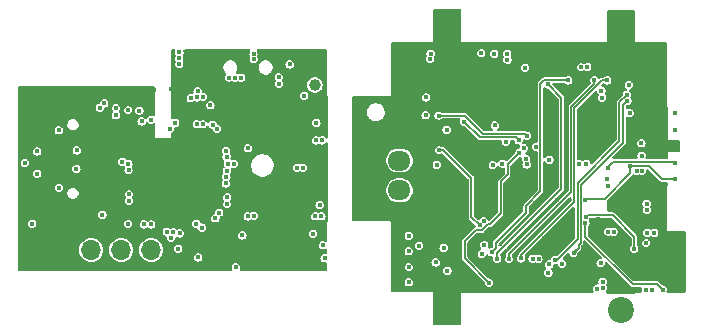
<source format=gbr>
%TF.GenerationSoftware,KiCad,Pcbnew,8.0.5*%
%TF.CreationDate,2025-02-14T01:05:17+01:00*%
%TF.ProjectId,cansatperso,63616e73-6174-4706-9572-736f2e6b6963,rev?*%
%TF.SameCoordinates,Original*%
%TF.FileFunction,Copper,L2,Inr*%
%TF.FilePolarity,Positive*%
%FSLAX46Y46*%
G04 Gerber Fmt 4.6, Leading zero omitted, Abs format (unit mm)*
G04 Created by KiCad (PCBNEW 8.0.5) date 2025-02-14 01:05:17*
%MOMM*%
%LPD*%
G01*
G04 APERTURE LIST*
G04 Aperture macros list*
%AMRoundRect*
0 Rectangle with rounded corners*
0 $1 Rounding radius*
0 $2 $3 $4 $5 $6 $7 $8 $9 X,Y pos of 4 corners*
0 Add a 4 corners polygon primitive as box body*
4,1,4,$2,$3,$4,$5,$6,$7,$8,$9,$2,$3,0*
0 Add four circle primitives for the rounded corners*
1,1,$1+$1,$2,$3*
1,1,$1+$1,$4,$5*
1,1,$1+$1,$6,$7*
1,1,$1+$1,$8,$9*
0 Add four rect primitives between the rounded corners*
20,1,$1+$1,$2,$3,$4,$5,0*
20,1,$1+$1,$4,$5,$6,$7,0*
20,1,$1+$1,$6,$7,$8,$9,0*
20,1,$1+$1,$8,$9,$2,$3,0*%
G04 Aperture macros list end*
%TA.AperFunction,ComponentPad*%
%ADD10C,1.000000*%
%TD*%
%TA.AperFunction,ComponentPad*%
%ADD11C,2.200000*%
%TD*%
%TA.AperFunction,ComponentPad*%
%ADD12RoundRect,0.250000X-0.725000X0.600000X-0.725000X-0.600000X0.725000X-0.600000X0.725000X0.600000X0*%
%TD*%
%TA.AperFunction,ComponentPad*%
%ADD13O,1.950000X1.700000*%
%TD*%
%TA.AperFunction,ComponentPad*%
%ADD14R,1.700000X1.700000*%
%TD*%
%TA.AperFunction,ComponentPad*%
%ADD15O,1.700000X1.700000*%
%TD*%
%TA.AperFunction,ComponentPad*%
%ADD16O,1.800000X1.000000*%
%TD*%
%TA.AperFunction,ComponentPad*%
%ADD17O,2.100000X1.000000*%
%TD*%
%TA.AperFunction,ViaPad*%
%ADD18C,0.400000*%
%TD*%
%TA.AperFunction,Conductor*%
%ADD19C,0.150000*%
%TD*%
G04 APERTURE END LIST*
D10*
%TO.N,GND*%
%TO.C,TP1*%
X165290000Y-74530000D03*
%TD*%
D11*
%TO.N,GND*%
%TO.C,H1*%
X176440000Y-95500000D03*
%TD*%
D12*
%TO.N,GND*%
%TO.C,J1*%
X172420000Y-80450000D03*
D13*
%TO.N,unconnected-(J1-Pin_2-Pad2)*%
X172420000Y-82950000D03*
%TO.N,VIN*%
X172420000Y-85450000D03*
%TD*%
D10*
%TO.N,BAT+*%
%TO.C,TP2*%
X165250000Y-76550000D03*
%TD*%
D11*
%TO.N,GND*%
%TO.C,H2*%
X191170000Y-95590000D03*
%TD*%
%TO.N,GND*%
%TO.C,H4*%
X191140000Y-71470000D03*
%TD*%
%TO.N,GND*%
%TO.C,H3*%
X176450000Y-71450000D03*
%TD*%
D14*
%TO.N,GND*%
%TO.C,J3*%
X143770000Y-90515000D03*
D15*
%TO.N,+3.3V*%
X146310000Y-90515000D03*
%TO.N,OLED_SCL*%
X148850000Y-90515000D03*
%TO.N,OLED_SDA*%
X151390000Y-90515000D03*
%TD*%
D16*
%TO.N,GND*%
%TO.C,J4*%
X141095000Y-87130000D03*
D17*
X145275000Y-87130000D03*
D16*
X141095000Y-78490000D03*
D17*
X145275000Y-78490000D03*
%TD*%
D18*
%TO.N,GND*%
X190070000Y-77100000D03*
X175430000Y-80550000D03*
X185140000Y-77380000D03*
X188140000Y-93790000D03*
X142010000Y-81170000D03*
X160740000Y-86350000D03*
X162230000Y-80510000D03*
X184730000Y-85210000D03*
X153660000Y-84100000D03*
X172020000Y-93430000D03*
X171990000Y-92250000D03*
X172040000Y-89180000D03*
X141180000Y-80280000D03*
X144630000Y-84990000D03*
X170070000Y-80860000D03*
X194780000Y-75070000D03*
X162990000Y-88570000D03*
X192860000Y-73320000D03*
X161120000Y-87030000D03*
X156190000Y-82980000D03*
X156200000Y-84070000D03*
X192250000Y-88020000D03*
X154975000Y-81590000D03*
X141930000Y-86100000D03*
X145040000Y-76960000D03*
X196400000Y-93870000D03*
X152820000Y-91930000D03*
X182160000Y-85940000D03*
X178270000Y-92510000D03*
X164630000Y-90100000D03*
X195420000Y-89400000D03*
X162040000Y-87440000D03*
X154630000Y-85660000D03*
X176720000Y-74800000D03*
X163220000Y-81520000D03*
X188060000Y-80840000D03*
X164560000Y-73880000D03*
X158450000Y-79700000D03*
X147830166Y-85660166D03*
X195910000Y-81690000D03*
X173830000Y-76800000D03*
X186860000Y-77390000D03*
X145550000Y-76960000D03*
X147740000Y-82470000D03*
X169990000Y-82430000D03*
X150010000Y-80820000D03*
X146570000Y-76960000D03*
X161590000Y-91240000D03*
X192520000Y-77840000D03*
X148100000Y-76960000D03*
X148380000Y-88610000D03*
X195310000Y-81420000D03*
X163080000Y-91890000D03*
X147590000Y-76960000D03*
X143000000Y-76960000D03*
X160280000Y-80080000D03*
X181190000Y-88140000D03*
X148610000Y-76960000D03*
X157910000Y-89880000D03*
X161060000Y-75970000D03*
X141350000Y-89120000D03*
X153270000Y-74310000D03*
X185500000Y-89530000D03*
X157930000Y-89220000D03*
X195290000Y-81980000D03*
X195500000Y-91260000D03*
X170000000Y-85670000D03*
X185310000Y-75010000D03*
X178270000Y-93060000D03*
X161570000Y-91930000D03*
X163310000Y-79290000D03*
X165990000Y-73820000D03*
X191840000Y-80450000D03*
X152650000Y-89990000D03*
X141980000Y-76960000D03*
X156200000Y-83510000D03*
X162320000Y-91920000D03*
X186600000Y-74990000D03*
X186610000Y-77940000D03*
X193090000Y-80070000D03*
X179510000Y-87540000D03*
X186810000Y-92670000D03*
X182750000Y-85180000D03*
X196230000Y-90710000D03*
X142420000Y-90710000D03*
X163260000Y-82530000D03*
X196240000Y-91320000D03*
X146060000Y-76960000D03*
X151160000Y-76960000D03*
X174150000Y-89130000D03*
X144660000Y-80610000D03*
X196250000Y-89330000D03*
X186380000Y-89540000D03*
X156920000Y-80860000D03*
X155730000Y-75730000D03*
X183870000Y-86560000D03*
X185770000Y-86240000D03*
X177950000Y-80400000D03*
X144020000Y-76960000D03*
X192510000Y-77075000D03*
X194690000Y-73340000D03*
X174290000Y-93820000D03*
X182730000Y-75760000D03*
X148950000Y-81920000D03*
X149120000Y-76960000D03*
X179230000Y-84430000D03*
X151670000Y-76960000D03*
X159040000Y-81100000D03*
X153270000Y-75270000D03*
X158490000Y-90670000D03*
X153270000Y-76370000D03*
X191820000Y-87500000D03*
X149630000Y-76960000D03*
X162810000Y-86290000D03*
X158980000Y-84200000D03*
X190030000Y-78010000D03*
X142530000Y-79050000D03*
X151920000Y-91940000D03*
X176870000Y-73300000D03*
X143510000Y-76960000D03*
X162590000Y-84570000D03*
X189230000Y-87920000D03*
X150160000Y-88200000D03*
X146690000Y-86900000D03*
X174340000Y-78550000D03*
X174710000Y-93030000D03*
X183840000Y-85180000D03*
X140920000Y-85150000D03*
X147660000Y-91890000D03*
X153270000Y-75860000D03*
X187970000Y-90257500D03*
X140590000Y-79650000D03*
X162120000Y-82560000D03*
X158950000Y-79220000D03*
X141910000Y-85200000D03*
X143700000Y-91990000D03*
X187680000Y-73220000D03*
X184670000Y-89530000D03*
X190520000Y-80280000D03*
X158130000Y-77820000D03*
X169990000Y-87150000D03*
X162040000Y-85260000D03*
X184020004Y-93800000D03*
X153270000Y-73840000D03*
X148900000Y-80740000D03*
X159880000Y-82560000D03*
X196260000Y-90010000D03*
X161190000Y-81660000D03*
X154910000Y-86580000D03*
X182700000Y-93770000D03*
X143760000Y-88920000D03*
X147610000Y-83730000D03*
X163940000Y-74790000D03*
X164040000Y-75630000D03*
X154980000Y-89970000D03*
X189380000Y-73200000D03*
X174340000Y-80170000D03*
X185010000Y-93780000D03*
X182750000Y-86610000D03*
X166020000Y-75460000D03*
X181370000Y-87230000D03*
X140700000Y-81170000D03*
X189740000Y-75000000D03*
X177790000Y-84460000D03*
X142410000Y-88090000D03*
X140960000Y-76960000D03*
X181450000Y-79430000D03*
X158970000Y-77290000D03*
X162140000Y-81560000D03*
X151720000Y-82800000D03*
X147080000Y-76960000D03*
X143210000Y-81200000D03*
X143550000Y-87740000D03*
X145080000Y-91980000D03*
X141470000Y-76960000D03*
X182260000Y-78635000D03*
X156530000Y-75980000D03*
X145280000Y-89320000D03*
X142490000Y-76960000D03*
X185670000Y-85170000D03*
X185740000Y-77990000D03*
X181825000Y-86735000D03*
X143250000Y-77940000D03*
X159460000Y-86320000D03*
X169990000Y-84030000D03*
X153270000Y-74800000D03*
X181000000Y-93770000D03*
X142410000Y-80220000D03*
X150650000Y-76960000D03*
X159000000Y-77810000D03*
X147610000Y-89440000D03*
X175340000Y-93810000D03*
X140450000Y-76960000D03*
X161240000Y-80060000D03*
X161180000Y-84630000D03*
X162010000Y-78220000D03*
X150140000Y-76960000D03*
X151100000Y-81520000D03*
X159500000Y-83150000D03*
X144030000Y-81490000D03*
X162260000Y-79290000D03*
X144530000Y-76960000D03*
X153070000Y-76920000D03*
X184300000Y-73230000D03*
X151150000Y-82410000D03*
X186010000Y-73210000D03*
X187650000Y-78890000D03*
X172180000Y-73260000D03*
X140900000Y-86120000D03*
X178890000Y-93060000D03*
X192600000Y-87500000D03*
X163210000Y-80470000D03*
%TO.N,+3.3V*%
X174080000Y-90160000D03*
X192500000Y-83785000D03*
X174630000Y-79100000D03*
X165280000Y-87660000D03*
X155250000Y-77590000D03*
X190080000Y-88950000D03*
X155325000Y-77080000D03*
X155760000Y-77540000D03*
X180500000Y-79960000D03*
X157150000Y-87340000D03*
X152720000Y-88960000D03*
X157890000Y-83220000D03*
X152982503Y-80229917D03*
X193340000Y-86580000D03*
X148400000Y-79110000D03*
X189950000Y-84530000D03*
X187800000Y-75020000D03*
X149520000Y-85790000D03*
X156830000Y-87830000D03*
X190540000Y-88950000D03*
X148410000Y-78490000D03*
X190070000Y-85070000D03*
X154745000Y-77655000D03*
X192930000Y-83785000D03*
X165800000Y-87660000D03*
X195710000Y-80320000D03*
X186180000Y-91660000D03*
X159125835Y-89272933D03*
X188320000Y-75010000D03*
X185110000Y-91730000D03*
X150581344Y-79625174D03*
X176410000Y-80320000D03*
X181118130Y-83193167D03*
X158380000Y-83210000D03*
X149520000Y-86340000D03*
X191836225Y-76543443D03*
X181420000Y-81330000D03*
X183050000Y-75090000D03*
X193360000Y-87119998D03*
X166073755Y-91215931D03*
X192914500Y-82522000D03*
X174670000Y-77590000D03*
X165660000Y-86700000D03*
X185020000Y-92422500D03*
X180320000Y-83320000D03*
%TO.N,NRST*%
X173200000Y-93250000D03*
X179380000Y-90850660D03*
%TO.N,SDDETECT*%
X192897500Y-81470000D03*
X184190000Y-91260000D03*
%TO.N,VIN*%
X182930000Y-81890000D03*
X175581212Y-83307499D03*
%TO.N,+5V*%
X189450000Y-91620000D03*
X193990000Y-89040000D03*
X193800000Y-93860000D03*
X193270000Y-93860000D03*
X181560000Y-74390000D03*
X193290000Y-89920000D03*
X180440000Y-73890000D03*
X179340000Y-73840000D03*
X193410000Y-89040000D03*
X181541494Y-73890340D03*
X175050000Y-73880000D03*
X175020000Y-74320000D03*
X195710000Y-78920000D03*
%TO.N,ADC1_IN3_VBAT*%
X175780000Y-82050000D03*
X179200000Y-88440000D03*
%TO.N,I2C3_SDA_ACCEL*%
X185110000Y-82870000D03*
X195710000Y-83120000D03*
X190085990Y-83570661D03*
%TO.N,I2C3_SCL_ACCEL*%
X188130000Y-86280000D03*
X191937000Y-83410000D03*
X195710000Y-84520000D03*
%TO.N,3.3VEN*%
X189655249Y-93721215D03*
X189160000Y-93790000D03*
X191900000Y-78910000D03*
X189610000Y-93200000D03*
%TO.N,SPI1_CS_SD*%
X182700000Y-91230000D03*
X190010000Y-76155000D03*
%TO.N,SPI1_MISO_SD*%
X180690000Y-91260000D03*
X185009998Y-76500000D03*
%TO.N,SPI1_SCK_SD*%
X180225170Y-90704168D03*
X186710000Y-76155000D03*
%TO.N,SPI1_MOSI_SD*%
X188910000Y-76155000D03*
X181690000Y-91280000D03*
%TO.N,USART1_RX_GPS*%
X189520000Y-77030000D03*
X183132230Y-82772331D03*
%TO.N,USART1_TX_GPS*%
X183185000Y-83269541D03*
X189580000Y-77630000D03*
%TO.N,LPUART1_RX_RADIO*%
X185620000Y-91330000D03*
X191670000Y-77370000D03*
%TO.N,LPUART1_TX_RADIO*%
X187160000Y-90760000D03*
X191709998Y-77868400D03*
%TO.N,SWO*%
X153804834Y-89104834D03*
X183979670Y-81772588D03*
X173200000Y-89320000D03*
X158560000Y-91980000D03*
%TO.N,SWDIO*%
X153680000Y-90410000D03*
X188230000Y-83220000D03*
X153080000Y-89460000D03*
X173216256Y-91960000D03*
%TO.N,I2C1_SCL*%
X175730000Y-79127500D03*
X183220000Y-80840000D03*
%TO.N,SWCLK{slash}I2C1_SDA*%
X173200000Y-90610000D03*
X187585000Y-83220000D03*
%TO.N,TIM3_CHI_PWM4*%
X192290000Y-90420000D03*
X188170000Y-87710000D03*
%TO.N,PWEN*%
X188160000Y-88240000D03*
X194690000Y-93860000D03*
%TO.N,I2C1_SDA*%
X182510000Y-81220000D03*
X177897500Y-79650000D03*
%TO.N,BAROEXTI*%
X149475917Y-83724486D03*
%TO.N,GPIO_EXTI1*%
X176480000Y-92252500D03*
X183690431Y-91239185D03*
%TO.N,EXTI3{slash}PWMONTIM4*%
X175470000Y-91570000D03*
X179596371Y-90083297D03*
%TO.N,EXTI0*%
X176160000Y-90330000D03*
X179542862Y-88065000D03*
%TO.N,unconnected-(U1-PB8-Pad46)*%
X180000000Y-93270000D03*
X182528901Y-82315000D03*
%TO.N,Net-(BT1-+)*%
X165390000Y-79750000D03*
%TO.N,GNDGPS*%
X164240000Y-83540000D03*
X165350000Y-81240000D03*
X165880000Y-81240000D03*
X163770000Y-83540000D03*
%TO.N,vusb*%
X160080000Y-74330000D03*
X147425000Y-78085000D03*
X147040000Y-78470000D03*
X140690000Y-83150000D03*
X160060000Y-73910000D03*
%TO.N,B2*%
X157820000Y-86620000D03*
%TO.N,B1*%
X157830000Y-86050000D03*
%TO.N,Net-(U1-NRST)*%
X157800001Y-83812785D03*
X159590000Y-81900000D03*
%TO.N,SPI_MOSi*%
X155210000Y-88300000D03*
X165940000Y-90110000D03*
%TO.N,SPI_SCK*%
X157728198Y-82118683D03*
X165100000Y-89150000D03*
%TO.N,SPI_MISO*%
X155770000Y-79860000D03*
X159580000Y-87670000D03*
%TO.N,SPI_CS*%
X155705000Y-88615000D03*
X160074977Y-87599289D03*
%TO.N,COMPASSDA*%
X157760000Y-84327327D03*
X149440000Y-78670000D03*
%TO.N,COMPASSCL*%
X157713996Y-84873334D03*
X150399749Y-78715042D03*
%TO.N,USART_RX*%
X149440000Y-88310000D03*
X151380000Y-79480760D03*
%TO.N,USART_TX*%
X153436013Y-79731151D03*
%TO.N,OLED_SCL*%
X155254834Y-79844834D03*
%TO.N,Net-(J4-CC2)*%
X143580000Y-80380000D03*
%TO.N,Net-(J4-D--PadA7)*%
X145070000Y-83650000D03*
%TO.N,Net-(J4-D+-PadA6)*%
X145100000Y-82080000D03*
%TO.N,Net-(J4-CC1)*%
X143590000Y-85240000D03*
%TO.N,Net-(PA1010D1-RX)*%
X156410000Y-78250000D03*
%TO.N,Net-(PA1010D1-TX)*%
X156614694Y-79898205D03*
%TO.N,ALIMGPS*%
X157774584Y-82616529D03*
X164350000Y-77450000D03*
%TO.N,Net-(U1-PA4)*%
X156970000Y-80250000D03*
X163120000Y-74797502D03*
%TO.N,BAT+*%
X162200000Y-75870000D03*
X162210000Y-76420000D03*
%TO.N,SWCLK*%
X155370000Y-91140000D03*
X153257998Y-88992754D03*
%TO.N,D+*%
X141745000Y-82170000D03*
X151393046Y-88353046D03*
%TO.N,D-*%
X150780000Y-88350000D03*
X141745000Y-84070000D03*
%TO.N,Net-(U1-PB0)*%
X141320000Y-88300000D03*
X148941416Y-83031084D03*
%TO.N,Net-(U1-PB1)*%
X147270000Y-87530000D03*
X149475336Y-83224484D03*
%TO.N,Net-(IC3-EN)*%
X158000000Y-75910000D03*
X158457500Y-75912500D03*
X153769587Y-74289609D03*
X153790000Y-73790000D03*
X153770000Y-74770000D03*
X159012500Y-75912500D03*
%TD*%
D19*
%TO.N,ADC1_IN3_VBAT*%
X178500000Y-84410000D02*
X176140000Y-82050000D01*
X178500000Y-87740000D02*
X178500000Y-84410000D01*
X179200000Y-88440000D02*
X178500000Y-87740000D01*
X176140000Y-82050000D02*
X175780000Y-82050000D01*
%TO.N,I2C3_SDA_ACCEL*%
X190085990Y-83570661D02*
X190085990Y-83473679D01*
X195625000Y-83035000D02*
X195710000Y-83120000D01*
X190524669Y-83035000D02*
X195625000Y-83035000D01*
X190085990Y-83473679D02*
X190524669Y-83035000D01*
%TO.N,I2C3_SCL_ACCEL*%
X191937000Y-83410000D02*
X193550000Y-83410000D01*
X189780331Y-86190000D02*
X191937000Y-84033331D01*
X191937000Y-84033331D02*
X191937000Y-83410000D01*
X188130000Y-86280000D02*
X188220000Y-86190000D01*
X188220000Y-86190000D02*
X189780331Y-86190000D01*
X193550000Y-83410000D02*
X194660000Y-84520000D01*
X194660000Y-84520000D02*
X195710000Y-84520000D01*
%TO.N,SPI1_CS_SD*%
X182700000Y-91230000D02*
X182700000Y-90960000D01*
X187210000Y-86450000D02*
X187210000Y-78493554D01*
X187210000Y-78493554D02*
X189548554Y-76155000D01*
X189548554Y-76155000D02*
X190010000Y-76155000D01*
X182700000Y-90960000D02*
X187210000Y-86450000D01*
%TO.N,SPI1_MISO_SD*%
X185009998Y-76500000D02*
X186115000Y-77605002D01*
X181300000Y-90200000D02*
X180690000Y-90810000D01*
X181300000Y-90159669D02*
X181300000Y-90200000D01*
X180690000Y-90810000D02*
X180690000Y-91260000D01*
X186115000Y-85344669D02*
X181300000Y-90159669D01*
X186115000Y-77605002D02*
X186115000Y-85344669D01*
%TO.N,SPI1_SCK_SD*%
X183125000Y-86765000D02*
X183125000Y-87345000D01*
X180565000Y-90364338D02*
X180225170Y-90704168D01*
X186675000Y-76120000D02*
X184659669Y-76120000D01*
X184659669Y-76120000D02*
X184354669Y-76425000D01*
X180565000Y-89905000D02*
X180565000Y-90364338D01*
X184354669Y-76425000D02*
X184354669Y-85535331D01*
X184354669Y-85535331D02*
X183125000Y-86765000D01*
X186710000Y-76155000D02*
X186675000Y-76120000D01*
X183125000Y-87345000D02*
X180565000Y-89905000D01*
%TO.N,SPI1_MOSI_SD*%
X186960000Y-85570000D02*
X186960000Y-78390000D01*
X181690000Y-91280000D02*
X181690000Y-90850331D01*
X181690000Y-90850331D02*
X186840000Y-85700331D01*
X186840000Y-85690000D02*
X186960000Y-85570000D01*
X188910000Y-76440000D02*
X188910000Y-76155000D01*
X186840000Y-85700331D02*
X186840000Y-85690000D01*
X186960000Y-78390000D02*
X188910000Y-76440000D01*
%TO.N,LPUART1_RX_RADIO*%
X187500000Y-89590000D02*
X185760000Y-91330000D01*
X187500000Y-84810000D02*
X187500000Y-89590000D01*
X191670000Y-77370000D02*
X191030000Y-78010000D01*
X191030000Y-78010000D02*
X191030000Y-81280000D01*
X191030000Y-81280000D02*
X187500000Y-84810000D01*
X185760000Y-91330000D02*
X185620000Y-91330000D01*
%TO.N,LPUART1_TX_RADIO*%
X187750000Y-85010000D02*
X187750000Y-89947169D01*
X191340000Y-81420000D02*
X187750000Y-85010000D01*
X191709998Y-77868400D02*
X191340000Y-78238398D01*
X187595000Y-90102169D02*
X187595000Y-90325000D01*
X187750000Y-89947169D02*
X187595000Y-90102169D01*
X187595000Y-90325000D02*
X187160000Y-90760000D01*
X191340000Y-78238398D02*
X191340000Y-81420000D01*
%TO.N,I2C1_SCL*%
X177957500Y-79127500D02*
X175730000Y-79127500D01*
X183220000Y-80840000D02*
X183060000Y-80680000D01*
X183060000Y-80680000D02*
X179510000Y-80680000D01*
X179510000Y-80680000D02*
X177957500Y-79127500D01*
%TO.N,TIM3_CHI_PWM4*%
X188385000Y-87545000D02*
X188220000Y-87710000D01*
X190455000Y-87545000D02*
X188385000Y-87545000D01*
X188220000Y-87710000D02*
X188170000Y-87710000D01*
X192290000Y-90420000D02*
X192290000Y-89380000D01*
X192290000Y-89380000D02*
X190455000Y-87545000D01*
%TO.N,PWEN*%
X194230000Y-93400000D02*
X194690000Y-93860000D01*
X188160000Y-89380000D02*
X192175000Y-93395000D01*
X192175000Y-93395000D02*
X193835331Y-93395000D01*
X193840331Y-93400000D02*
X194230000Y-93400000D01*
X188160000Y-88240000D02*
X188160000Y-89380000D01*
X193835331Y-93395000D02*
X193840331Y-93400000D01*
%TO.N,I2C1_SDA*%
X182510000Y-81220000D02*
X182245000Y-80955000D01*
X179202500Y-80955000D02*
X177897500Y-79650000D01*
X182245000Y-80955000D02*
X179202500Y-80955000D01*
%TO.N,unconnected-(U1-PB8-Pad46)*%
X181580000Y-84110000D02*
X180995000Y-84695000D01*
X179895000Y-88345000D02*
X179395000Y-88845000D01*
X181580000Y-83263901D02*
X181580000Y-84110000D01*
X179395000Y-88845000D02*
X178875000Y-88845000D01*
X180995000Y-87418554D02*
X180068554Y-88345000D01*
X178875000Y-88845000D02*
X177950000Y-89770000D01*
X180068554Y-88345000D02*
X179895000Y-88345000D01*
X180995000Y-84695000D02*
X180995000Y-87418554D01*
X177950000Y-89770000D02*
X177950000Y-91220000D01*
X177950000Y-91220000D02*
X180000000Y-93270000D01*
X182528901Y-82315000D02*
X181580000Y-83263901D01*
%TD*%
%TA.AperFunction,Conductor*%
%TO.N,GND*%
G36*
X153404052Y-73530185D02*
G01*
X153449807Y-73582989D01*
X153459751Y-73652147D01*
X153454943Y-73672823D01*
X153452498Y-73680346D01*
X153435131Y-73789997D01*
X153435131Y-73790002D01*
X153452498Y-73899658D01*
X153485016Y-73963478D01*
X153497912Y-74032147D01*
X153485017Y-74076065D01*
X153432085Y-74179951D01*
X153414718Y-74289606D01*
X153414718Y-74289611D01*
X153432085Y-74399267D01*
X153470120Y-74473915D01*
X153483016Y-74542584D01*
X153470121Y-74586502D01*
X153432498Y-74660342D01*
X153415131Y-74769997D01*
X153415131Y-74770002D01*
X153432498Y-74879658D01*
X153482904Y-74978585D01*
X153482909Y-74978592D01*
X153561407Y-75057090D01*
X153561410Y-75057092D01*
X153561413Y-75057095D01*
X153660339Y-75107500D01*
X153660341Y-75107501D01*
X153769998Y-75124869D01*
X153770000Y-75124869D01*
X153770002Y-75124869D01*
X153879658Y-75107501D01*
X153879659Y-75107500D01*
X153879661Y-75107500D01*
X153978587Y-75057095D01*
X154052239Y-74983443D01*
X157494500Y-74983443D01*
X157494500Y-75141556D01*
X157535423Y-75294283D01*
X157535426Y-75294290D01*
X157614475Y-75431209D01*
X157614481Y-75431217D01*
X157711109Y-75527845D01*
X157744594Y-75589168D01*
X157739610Y-75658860D01*
X157717756Y-75692868D01*
X157718644Y-75693514D01*
X157712904Y-75701414D01*
X157662498Y-75800341D01*
X157645131Y-75909997D01*
X157645131Y-75910002D01*
X157662498Y-76019658D01*
X157712904Y-76118585D01*
X157712909Y-76118592D01*
X157791407Y-76197090D01*
X157791410Y-76197092D01*
X157791413Y-76197095D01*
X157886365Y-76245475D01*
X157890341Y-76247501D01*
X157999998Y-76264869D01*
X158000000Y-76264869D01*
X158000002Y-76264869D01*
X158109656Y-76247501D01*
X158109656Y-76247500D01*
X158109661Y-76247500D01*
X158170005Y-76216753D01*
X158238670Y-76203858D01*
X158282589Y-76216753D01*
X158342934Y-76247501D01*
X158347841Y-76250001D01*
X158457498Y-76267369D01*
X158457500Y-76267369D01*
X158457502Y-76267369D01*
X158567158Y-76250001D01*
X158567159Y-76250000D01*
X158567161Y-76250000D01*
X158666087Y-76199595D01*
X158666087Y-76199594D01*
X158674783Y-76195164D01*
X158675989Y-76197531D01*
X158727905Y-76179001D01*
X158795961Y-76194818D01*
X158801408Y-76198318D01*
X158803911Y-76199593D01*
X158803913Y-76199595D01*
X158902839Y-76250000D01*
X158902841Y-76250001D01*
X159012498Y-76267369D01*
X159012500Y-76267369D01*
X159012502Y-76267369D01*
X159122158Y-76250001D01*
X159122159Y-76250000D01*
X159122161Y-76250000D01*
X159221087Y-76199595D01*
X159299595Y-76121087D01*
X159350000Y-76022161D01*
X159350000Y-76022159D01*
X159350001Y-76022158D01*
X159367369Y-75912502D01*
X159367369Y-75912497D01*
X159360638Y-75869997D01*
X161845131Y-75869997D01*
X161845131Y-75870002D01*
X161862498Y-75979658D01*
X161912903Y-76078584D01*
X161913899Y-76079954D01*
X161914593Y-76081900D01*
X161917336Y-76087283D01*
X161916640Y-76087637D01*
X161937379Y-76145761D01*
X161924066Y-76209134D01*
X161872498Y-76310341D01*
X161855131Y-76419997D01*
X161855131Y-76420002D01*
X161872498Y-76529658D01*
X161922904Y-76628585D01*
X161922909Y-76628592D01*
X162001407Y-76707090D01*
X162001410Y-76707092D01*
X162001413Y-76707095D01*
X162070896Y-76742498D01*
X162100341Y-76757501D01*
X162209998Y-76774869D01*
X162210000Y-76774869D01*
X162210002Y-76774869D01*
X162319658Y-76757501D01*
X162319659Y-76757500D01*
X162319661Y-76757500D01*
X162418587Y-76707095D01*
X162497095Y-76628587D01*
X162537137Y-76549999D01*
X164594722Y-76549999D01*
X164594722Y-76550000D01*
X164613762Y-76706818D01*
X164632984Y-76757501D01*
X164669780Y-76854523D01*
X164759517Y-76984530D01*
X164877760Y-77089283D01*
X164877762Y-77089284D01*
X165017634Y-77162696D01*
X165171014Y-77200500D01*
X165171015Y-77200500D01*
X165328985Y-77200500D01*
X165482365Y-77162696D01*
X165578004Y-77112500D01*
X165622240Y-77089283D01*
X165740483Y-76984530D01*
X165830220Y-76854523D01*
X165886237Y-76706818D01*
X165905278Y-76550000D01*
X165902809Y-76529661D01*
X165886237Y-76393181D01*
X165864992Y-76337164D01*
X165830220Y-76245477D01*
X165740483Y-76115470D01*
X165622240Y-76010717D01*
X165622238Y-76010716D01*
X165622237Y-76010715D01*
X165482365Y-75937303D01*
X165328986Y-75899500D01*
X165328985Y-75899500D01*
X165171015Y-75899500D01*
X165171014Y-75899500D01*
X165017634Y-75937303D01*
X164877762Y-76010715D01*
X164759516Y-76115471D01*
X164669781Y-76245475D01*
X164669780Y-76245476D01*
X164613762Y-76393181D01*
X164594722Y-76549999D01*
X162537137Y-76549999D01*
X162547500Y-76529661D01*
X162547500Y-76529659D01*
X162547501Y-76529658D01*
X162564869Y-76420002D01*
X162564869Y-76419997D01*
X162547501Y-76310341D01*
X162516756Y-76250000D01*
X162497095Y-76211413D01*
X162497089Y-76211407D01*
X162496101Y-76210047D01*
X162495405Y-76208096D01*
X162492664Y-76202717D01*
X162493359Y-76202362D01*
X162472620Y-76144241D01*
X162485933Y-76080864D01*
X162487091Y-76078590D01*
X162487095Y-76078587D01*
X162537500Y-75979661D01*
X162548533Y-75910002D01*
X162554869Y-75870002D01*
X162554869Y-75869997D01*
X162537501Y-75760341D01*
X162508750Y-75703914D01*
X162487095Y-75661413D01*
X162487092Y-75661410D01*
X162487090Y-75661407D01*
X162408592Y-75582909D01*
X162408588Y-75582906D01*
X162408587Y-75582905D01*
X162404743Y-75580946D01*
X162309658Y-75532498D01*
X162200002Y-75515131D01*
X162199998Y-75515131D01*
X162090341Y-75532498D01*
X161991414Y-75582904D01*
X161991407Y-75582909D01*
X161912909Y-75661407D01*
X161912904Y-75661414D01*
X161862498Y-75760341D01*
X161845131Y-75869997D01*
X159360638Y-75869997D01*
X159350001Y-75802841D01*
X159328345Y-75760339D01*
X159299595Y-75703913D01*
X159299592Y-75703910D01*
X159299590Y-75703907D01*
X159221092Y-75625409D01*
X159221088Y-75625406D01*
X159221087Y-75625405D01*
X159214548Y-75622073D01*
X159122158Y-75574998D01*
X159012502Y-75557631D01*
X159012498Y-75557631D01*
X158902841Y-75574998D01*
X158813013Y-75620768D01*
X158810453Y-75622073D01*
X158795217Y-75629836D01*
X158794011Y-75627470D01*
X158742074Y-75645999D01*
X158674021Y-75630171D01*
X158668586Y-75626678D01*
X158625901Y-75604929D01*
X158575106Y-75556955D01*
X158558311Y-75489134D01*
X158574810Y-75432445D01*
X158575524Y-75431209D01*
X158654577Y-75294284D01*
X158695500Y-75141557D01*
X158695500Y-74983443D01*
X160494500Y-74983443D01*
X160494500Y-75141556D01*
X160535423Y-75294283D01*
X160535426Y-75294290D01*
X160614475Y-75431209D01*
X160614479Y-75431214D01*
X160614480Y-75431216D01*
X160726284Y-75543020D01*
X160726286Y-75543021D01*
X160726290Y-75543024D01*
X160863209Y-75622073D01*
X160863216Y-75622077D01*
X161015943Y-75663000D01*
X161015945Y-75663000D01*
X161174055Y-75663000D01*
X161174057Y-75663000D01*
X161326784Y-75622077D01*
X161463716Y-75543020D01*
X161575520Y-75431216D01*
X161654577Y-75294284D01*
X161695500Y-75141557D01*
X161695500Y-74983443D01*
X161654577Y-74830716D01*
X161635399Y-74797499D01*
X162765131Y-74797499D01*
X162765131Y-74797504D01*
X162782498Y-74907160D01*
X162832904Y-75006087D01*
X162832909Y-75006094D01*
X162911407Y-75084592D01*
X162911410Y-75084594D01*
X162911413Y-75084597D01*
X162956365Y-75107501D01*
X163010341Y-75135003D01*
X163119998Y-75152371D01*
X163120000Y-75152371D01*
X163120002Y-75152371D01*
X163229658Y-75135003D01*
X163229659Y-75135002D01*
X163229661Y-75135002D01*
X163328587Y-75084597D01*
X163407095Y-75006089D01*
X163457500Y-74907163D01*
X163457500Y-74907161D01*
X163457501Y-74907160D01*
X163474869Y-74797504D01*
X163474869Y-74797499D01*
X163457501Y-74687843D01*
X163447136Y-74667500D01*
X163407095Y-74588915D01*
X163407092Y-74588912D01*
X163407090Y-74588909D01*
X163328592Y-74510411D01*
X163328588Y-74510408D01*
X163328587Y-74510407D01*
X163313899Y-74502923D01*
X163229658Y-74460000D01*
X163120002Y-74442633D01*
X163119998Y-74442633D01*
X163010341Y-74460000D01*
X162911414Y-74510406D01*
X162911407Y-74510411D01*
X162832909Y-74588909D01*
X162832904Y-74588916D01*
X162782498Y-74687843D01*
X162765131Y-74797499D01*
X161635399Y-74797499D01*
X161619521Y-74769997D01*
X161575524Y-74693790D01*
X161575518Y-74693782D01*
X161463717Y-74581981D01*
X161463709Y-74581975D01*
X161326790Y-74502926D01*
X161326786Y-74502924D01*
X161326784Y-74502923D01*
X161174057Y-74462000D01*
X161015943Y-74462000D01*
X160863216Y-74502923D01*
X160863209Y-74502926D01*
X160726290Y-74581975D01*
X160726282Y-74581981D01*
X160614481Y-74693782D01*
X160614475Y-74693790D01*
X160535426Y-74830709D01*
X160535423Y-74830716D01*
X160494500Y-74983443D01*
X158695500Y-74983443D01*
X158654577Y-74830716D01*
X158619521Y-74769997D01*
X158575524Y-74693790D01*
X158575518Y-74693782D01*
X158463717Y-74581981D01*
X158463709Y-74581975D01*
X158326790Y-74502926D01*
X158326786Y-74502924D01*
X158326784Y-74502923D01*
X158174057Y-74462000D01*
X158015943Y-74462000D01*
X157863216Y-74502923D01*
X157863209Y-74502926D01*
X157726290Y-74581975D01*
X157726282Y-74581981D01*
X157614481Y-74693782D01*
X157614475Y-74693790D01*
X157535426Y-74830709D01*
X157535423Y-74830716D01*
X157494500Y-74983443D01*
X154052239Y-74983443D01*
X154057095Y-74978587D01*
X154107500Y-74879661D01*
X154107500Y-74879659D01*
X154107501Y-74879658D01*
X154124869Y-74770002D01*
X154124869Y-74769997D01*
X154107501Y-74660341D01*
X154069466Y-74585693D01*
X154056570Y-74517024D01*
X154069464Y-74473108D01*
X154107087Y-74399270D01*
X154107088Y-74399265D01*
X154124456Y-74289611D01*
X154124456Y-74289606D01*
X154107088Y-74179952D01*
X154107087Y-74179950D01*
X154107087Y-74179948D01*
X154074569Y-74116128D01*
X154061674Y-74047461D01*
X154074570Y-74003541D01*
X154077093Y-73998588D01*
X154077095Y-73998587D01*
X154127500Y-73899661D01*
X154143231Y-73800341D01*
X154144869Y-73790002D01*
X154144869Y-73789997D01*
X154130734Y-73700762D01*
X154127500Y-73680339D01*
X154127496Y-73680332D01*
X154125057Y-73672823D01*
X154123060Y-73602981D01*
X154159138Y-73543147D01*
X154221838Y-73512317D01*
X154242987Y-73510500D01*
X159668248Y-73510500D01*
X159735287Y-73530185D01*
X159781042Y-73582989D01*
X159790986Y-73652147D01*
X159775003Y-73691528D01*
X159777336Y-73692717D01*
X159722498Y-73800341D01*
X159705131Y-73909997D01*
X159705131Y-73910002D01*
X159722498Y-74019658D01*
X159754942Y-74083332D01*
X159767838Y-74152001D01*
X159754942Y-74195920D01*
X159742498Y-74220341D01*
X159725131Y-74329997D01*
X159725131Y-74330002D01*
X159742498Y-74439658D01*
X159792904Y-74538585D01*
X159792909Y-74538592D01*
X159871407Y-74617090D01*
X159871410Y-74617092D01*
X159871413Y-74617095D01*
X159956285Y-74660339D01*
X159970341Y-74667501D01*
X160079998Y-74684869D01*
X160080000Y-74684869D01*
X160080002Y-74684869D01*
X160189658Y-74667501D01*
X160189659Y-74667500D01*
X160189661Y-74667500D01*
X160288587Y-74617095D01*
X160367095Y-74538587D01*
X160417500Y-74439661D01*
X160417500Y-74439659D01*
X160417501Y-74439658D01*
X160434869Y-74330002D01*
X160434869Y-74329997D01*
X160417501Y-74220343D01*
X160417500Y-74220341D01*
X160417500Y-74220339D01*
X160385056Y-74156664D01*
X160372161Y-74087999D01*
X160385056Y-74044081D01*
X160397500Y-74019661D01*
X160414869Y-73910000D01*
X160414869Y-73909997D01*
X160397501Y-73800341D01*
X160392232Y-73790000D01*
X160347095Y-73701413D01*
X160347094Y-73701412D01*
X160342664Y-73692717D01*
X160345655Y-73691192D01*
X160327954Y-73641573D01*
X160343782Y-73573520D01*
X160393891Y-73524828D01*
X160451752Y-73510500D01*
X166165500Y-73510500D01*
X166232539Y-73530185D01*
X166278294Y-73582989D01*
X166289500Y-73634500D01*
X166289500Y-77429992D01*
X166304799Y-77466928D01*
X166333071Y-77495200D01*
X166334892Y-77496417D01*
X166337964Y-77500093D01*
X166341707Y-77503836D01*
X166341371Y-77504171D01*
X166379696Y-77550030D01*
X166390000Y-77599518D01*
X166390000Y-80956582D01*
X166370315Y-81023621D01*
X166317511Y-81069376D01*
X166248353Y-81079320D01*
X166184797Y-81050295D01*
X166171610Y-81035927D01*
X166088592Y-80952909D01*
X166088588Y-80952906D01*
X166088587Y-80952905D01*
X166084743Y-80950946D01*
X165989658Y-80902498D01*
X165880002Y-80885131D01*
X165879998Y-80885131D01*
X165770341Y-80902498D01*
X165671294Y-80952965D01*
X165602624Y-80965861D01*
X165558706Y-80952965D01*
X165459658Y-80902498D01*
X165350002Y-80885131D01*
X165349998Y-80885131D01*
X165240341Y-80902498D01*
X165141414Y-80952904D01*
X165141407Y-80952909D01*
X165062909Y-81031407D01*
X165062904Y-81031414D01*
X165012498Y-81130341D01*
X164995131Y-81239997D01*
X164995131Y-81240002D01*
X165012498Y-81349658D01*
X165062904Y-81448585D01*
X165062909Y-81448592D01*
X165141407Y-81527090D01*
X165141410Y-81527092D01*
X165141413Y-81527095D01*
X165210896Y-81562498D01*
X165240341Y-81577501D01*
X165349998Y-81594869D01*
X165350000Y-81594869D01*
X165350002Y-81594869D01*
X165459656Y-81577501D01*
X165459656Y-81577500D01*
X165459661Y-81577500D01*
X165558587Y-81527095D01*
X165558588Y-81527093D01*
X165558705Y-81527034D01*
X165627375Y-81514138D01*
X165671295Y-81527034D01*
X165671411Y-81527093D01*
X165671413Y-81527095D01*
X165770339Y-81577500D01*
X165770341Y-81577500D01*
X165770343Y-81577501D01*
X165879998Y-81594869D01*
X165880000Y-81594869D01*
X165880002Y-81594869D01*
X165989658Y-81577501D01*
X165989659Y-81577500D01*
X165989661Y-81577500D01*
X166088587Y-81527095D01*
X166120359Y-81495323D01*
X166173996Y-81441687D01*
X166175371Y-81443062D01*
X166221004Y-81407869D01*
X166290616Y-81401885D01*
X166352414Y-81434486D01*
X166386775Y-81495323D01*
X166390000Y-81523417D01*
X166390000Y-87568989D01*
X166370315Y-87636028D01*
X166343252Y-87659477D01*
X166360863Y-87671154D01*
X166388977Y-87735117D01*
X166390000Y-87751010D01*
X166390000Y-87990933D01*
X166370315Y-88057972D01*
X166338017Y-88089291D01*
X166339057Y-88090623D01*
X166333057Y-88095307D01*
X166318928Y-88109440D01*
X166318919Y-88109449D01*
X166304800Y-88123567D01*
X166304799Y-88123568D01*
X166304791Y-88123583D01*
X166298056Y-88139847D01*
X166289498Y-88160510D01*
X166289500Y-88180508D01*
X166289500Y-89692354D01*
X166269815Y-89759393D01*
X166217011Y-89805148D01*
X166147853Y-89815092D01*
X166109206Y-89802839D01*
X166049658Y-89772498D01*
X165940002Y-89755131D01*
X165939998Y-89755131D01*
X165830341Y-89772498D01*
X165731414Y-89822904D01*
X165731407Y-89822909D01*
X165652909Y-89901407D01*
X165652904Y-89901414D01*
X165602498Y-90000341D01*
X165585131Y-90109997D01*
X165585131Y-90110002D01*
X165602498Y-90219658D01*
X165652904Y-90318585D01*
X165652909Y-90318592D01*
X165731407Y-90397090D01*
X165731410Y-90397092D01*
X165731413Y-90397095D01*
X165797053Y-90430540D01*
X165830341Y-90447501D01*
X165939998Y-90464869D01*
X165940000Y-90464869D01*
X165940002Y-90464869D01*
X166049656Y-90447501D01*
X166049656Y-90447500D01*
X166049661Y-90447500D01*
X166109208Y-90417159D01*
X166177874Y-90404264D01*
X166242615Y-90430540D01*
X166282872Y-90487647D01*
X166289500Y-90527645D01*
X166289500Y-90750047D01*
X166269815Y-90817086D01*
X166217011Y-90862841D01*
X166147853Y-90872785D01*
X166146103Y-90872520D01*
X166073758Y-90861062D01*
X166073753Y-90861062D01*
X165964096Y-90878429D01*
X165865169Y-90928835D01*
X165865162Y-90928840D01*
X165786664Y-91007338D01*
X165786659Y-91007345D01*
X165736253Y-91106272D01*
X165718886Y-91215928D01*
X165718886Y-91215933D01*
X165736253Y-91325589D01*
X165786659Y-91424516D01*
X165786664Y-91424523D01*
X165865162Y-91503021D01*
X165865165Y-91503023D01*
X165865168Y-91503026D01*
X165899151Y-91520341D01*
X165964096Y-91553432D01*
X166073753Y-91570800D01*
X166073755Y-91570800D01*
X166073756Y-91570800D01*
X166101621Y-91566386D01*
X166146101Y-91559341D01*
X166215395Y-91568295D01*
X166268847Y-91613291D01*
X166289487Y-91680042D01*
X166289500Y-91681814D01*
X166289500Y-92185500D01*
X166269815Y-92252539D01*
X166217011Y-92298294D01*
X166165500Y-92309500D01*
X158987836Y-92309500D01*
X158920797Y-92289815D01*
X158875042Y-92237011D01*
X158865098Y-92167853D01*
X158877351Y-92129206D01*
X158879347Y-92125287D01*
X158897500Y-92089661D01*
X158897500Y-92089659D01*
X158897501Y-92089658D01*
X158914869Y-91980002D01*
X158914869Y-91979997D01*
X158897501Y-91870341D01*
X158897500Y-91870339D01*
X158847095Y-91771413D01*
X158847092Y-91771410D01*
X158847090Y-91771407D01*
X158768592Y-91692909D01*
X158768588Y-91692906D01*
X158768587Y-91692905D01*
X158743342Y-91680042D01*
X158669658Y-91642498D01*
X158560002Y-91625131D01*
X158559998Y-91625131D01*
X158450341Y-91642498D01*
X158351414Y-91692904D01*
X158351407Y-91692909D01*
X158272909Y-91771407D01*
X158272904Y-91771414D01*
X158222498Y-91870341D01*
X158205131Y-91979997D01*
X158205131Y-91980002D01*
X158222498Y-92089658D01*
X158242649Y-92129206D01*
X158255545Y-92197875D01*
X158229268Y-92262616D01*
X158172161Y-92302872D01*
X158132164Y-92309500D01*
X140214500Y-92309500D01*
X140147461Y-92289815D01*
X140101706Y-92237011D01*
X140090500Y-92185500D01*
X140090500Y-90515000D01*
X145304659Y-90515000D01*
X145323975Y-90711129D01*
X145381188Y-90899733D01*
X145474086Y-91073532D01*
X145474090Y-91073539D01*
X145599116Y-91225883D01*
X145751460Y-91350909D01*
X145751467Y-91350913D01*
X145925266Y-91443811D01*
X145925269Y-91443811D01*
X145925273Y-91443814D01*
X146113868Y-91501024D01*
X146310000Y-91520341D01*
X146506132Y-91501024D01*
X146694727Y-91443814D01*
X146726016Y-91427090D01*
X146868532Y-91350913D01*
X146868538Y-91350910D01*
X147020883Y-91225883D01*
X147145910Y-91073538D01*
X147221877Y-90931414D01*
X147238811Y-90899733D01*
X147238811Y-90899732D01*
X147238814Y-90899727D01*
X147296024Y-90711132D01*
X147315341Y-90515000D01*
X147844659Y-90515000D01*
X147863975Y-90711129D01*
X147921188Y-90899733D01*
X148014086Y-91073532D01*
X148014090Y-91073539D01*
X148139116Y-91225883D01*
X148291460Y-91350909D01*
X148291467Y-91350913D01*
X148465266Y-91443811D01*
X148465269Y-91443811D01*
X148465273Y-91443814D01*
X148653868Y-91501024D01*
X148850000Y-91520341D01*
X149046132Y-91501024D01*
X149234727Y-91443814D01*
X149266016Y-91427090D01*
X149408532Y-91350913D01*
X149408538Y-91350910D01*
X149560883Y-91225883D01*
X149685910Y-91073538D01*
X149761877Y-90931414D01*
X149778811Y-90899733D01*
X149778811Y-90899732D01*
X149778814Y-90899727D01*
X149836024Y-90711132D01*
X149855341Y-90515000D01*
X150384659Y-90515000D01*
X150403975Y-90711129D01*
X150461188Y-90899733D01*
X150554086Y-91073532D01*
X150554090Y-91073539D01*
X150679116Y-91225883D01*
X150831460Y-91350909D01*
X150831467Y-91350913D01*
X151005266Y-91443811D01*
X151005269Y-91443811D01*
X151005273Y-91443814D01*
X151193868Y-91501024D01*
X151390000Y-91520341D01*
X151586132Y-91501024D01*
X151774727Y-91443814D01*
X151806016Y-91427090D01*
X151948532Y-91350913D01*
X151948538Y-91350910D01*
X152100883Y-91225883D01*
X152171368Y-91139997D01*
X155015131Y-91139997D01*
X155015131Y-91140002D01*
X155032498Y-91249658D01*
X155082904Y-91348585D01*
X155082909Y-91348592D01*
X155161407Y-91427090D01*
X155161410Y-91427092D01*
X155161413Y-91427095D01*
X155260339Y-91477500D01*
X155260341Y-91477501D01*
X155369998Y-91494869D01*
X155370000Y-91494869D01*
X155370002Y-91494869D01*
X155479658Y-91477501D01*
X155479659Y-91477500D01*
X155479661Y-91477500D01*
X155578587Y-91427095D01*
X155657095Y-91348587D01*
X155707500Y-91249661D01*
X155707500Y-91249659D01*
X155707501Y-91249658D01*
X155724869Y-91140002D01*
X155724869Y-91139997D01*
X155707501Y-91030341D01*
X155695784Y-91007345D01*
X155657095Y-90931413D01*
X155657092Y-90931410D01*
X155657090Y-90931407D01*
X155578592Y-90852909D01*
X155578588Y-90852906D01*
X155578587Y-90852905D01*
X155508288Y-90817086D01*
X155479658Y-90802498D01*
X155370002Y-90785131D01*
X155369998Y-90785131D01*
X155260341Y-90802498D01*
X155161414Y-90852904D01*
X155161407Y-90852909D01*
X155082909Y-90931407D01*
X155082904Y-90931414D01*
X155032498Y-91030341D01*
X155015131Y-91139997D01*
X152171368Y-91139997D01*
X152225910Y-91073538D01*
X152301877Y-90931414D01*
X152318811Y-90899733D01*
X152318811Y-90899732D01*
X152318814Y-90899727D01*
X152376024Y-90711132D01*
X152395341Y-90515000D01*
X152384999Y-90409997D01*
X153325131Y-90409997D01*
X153325131Y-90410002D01*
X153342498Y-90519658D01*
X153392904Y-90618585D01*
X153392909Y-90618592D01*
X153471407Y-90697090D01*
X153471410Y-90697092D01*
X153471413Y-90697095D01*
X153570339Y-90747500D01*
X153570341Y-90747501D01*
X153679998Y-90764869D01*
X153680000Y-90764869D01*
X153680002Y-90764869D01*
X153789658Y-90747501D01*
X153789659Y-90747500D01*
X153789661Y-90747500D01*
X153888587Y-90697095D01*
X153967095Y-90618587D01*
X154017500Y-90519661D01*
X154017500Y-90519659D01*
X154017501Y-90519658D01*
X154034869Y-90410002D01*
X154034869Y-90409997D01*
X154017501Y-90300341D01*
X154017500Y-90300339D01*
X153967095Y-90201413D01*
X153967092Y-90201410D01*
X153967090Y-90201407D01*
X153888592Y-90122909D01*
X153888588Y-90122906D01*
X153888587Y-90122905D01*
X153863263Y-90110002D01*
X153789658Y-90072498D01*
X153680002Y-90055131D01*
X153679998Y-90055131D01*
X153570341Y-90072498D01*
X153471414Y-90122904D01*
X153471407Y-90122909D01*
X153392909Y-90201407D01*
X153392904Y-90201414D01*
X153342498Y-90300341D01*
X153325131Y-90409997D01*
X152384999Y-90409997D01*
X152376024Y-90318868D01*
X152318814Y-90130273D01*
X152318811Y-90130269D01*
X152318811Y-90130266D01*
X152225913Y-89956467D01*
X152225909Y-89956460D01*
X152100883Y-89804116D01*
X151948539Y-89679090D01*
X151948532Y-89679086D01*
X151774733Y-89586188D01*
X151774727Y-89586186D01*
X151586132Y-89528976D01*
X151586129Y-89528975D01*
X151390000Y-89509659D01*
X151193870Y-89528975D01*
X151005266Y-89586188D01*
X150831467Y-89679086D01*
X150831460Y-89679090D01*
X150679116Y-89804116D01*
X150554090Y-89956460D01*
X150554086Y-89956467D01*
X150461188Y-90130266D01*
X150403975Y-90318870D01*
X150384659Y-90515000D01*
X149855341Y-90515000D01*
X149836024Y-90318868D01*
X149778814Y-90130273D01*
X149778811Y-90130269D01*
X149778811Y-90130266D01*
X149685913Y-89956467D01*
X149685909Y-89956460D01*
X149560883Y-89804116D01*
X149408539Y-89679090D01*
X149408532Y-89679086D01*
X149234733Y-89586188D01*
X149234727Y-89586186D01*
X149046132Y-89528976D01*
X149046129Y-89528975D01*
X148850000Y-89509659D01*
X148653870Y-89528975D01*
X148465266Y-89586188D01*
X148291467Y-89679086D01*
X148291460Y-89679090D01*
X148139116Y-89804116D01*
X148014090Y-89956460D01*
X148014086Y-89956467D01*
X147921188Y-90130266D01*
X147863975Y-90318870D01*
X147844659Y-90515000D01*
X147315341Y-90515000D01*
X147296024Y-90318868D01*
X147238814Y-90130273D01*
X147238811Y-90130269D01*
X147238811Y-90130266D01*
X147145913Y-89956467D01*
X147145909Y-89956460D01*
X147020883Y-89804116D01*
X146868539Y-89679090D01*
X146868532Y-89679086D01*
X146694733Y-89586188D01*
X146694727Y-89586186D01*
X146506132Y-89528976D01*
X146506129Y-89528975D01*
X146310000Y-89509659D01*
X146113870Y-89528975D01*
X145925266Y-89586188D01*
X145751467Y-89679086D01*
X145751460Y-89679090D01*
X145599116Y-89804116D01*
X145474090Y-89956460D01*
X145474086Y-89956467D01*
X145381188Y-90130266D01*
X145323975Y-90318870D01*
X145304659Y-90515000D01*
X140090500Y-90515000D01*
X140090500Y-88959997D01*
X152365131Y-88959997D01*
X152365131Y-88960002D01*
X152382498Y-89069658D01*
X152432904Y-89168585D01*
X152432909Y-89168592D01*
X152511407Y-89247090D01*
X152511410Y-89247092D01*
X152511413Y-89247095D01*
X152610339Y-89297500D01*
X152624953Y-89299814D01*
X152688088Y-89329742D01*
X152725021Y-89389052D01*
X152728032Y-89441685D01*
X152725131Y-89460002D01*
X152742498Y-89569658D01*
X152792904Y-89668585D01*
X152792909Y-89668592D01*
X152871407Y-89747090D01*
X152871410Y-89747092D01*
X152871413Y-89747095D01*
X152970339Y-89797500D01*
X152970341Y-89797501D01*
X153079998Y-89814869D01*
X153080000Y-89814869D01*
X153080002Y-89814869D01*
X153189658Y-89797501D01*
X153189659Y-89797500D01*
X153189661Y-89797500D01*
X153288587Y-89747095D01*
X153367095Y-89668587D01*
X153417500Y-89569661D01*
X153430197Y-89489492D01*
X153460125Y-89426361D01*
X153519437Y-89389429D01*
X153589299Y-89390427D01*
X153608954Y-89398403D01*
X153695173Y-89442334D01*
X153695175Y-89442334D01*
X153695177Y-89442335D01*
X153804832Y-89459703D01*
X153804834Y-89459703D01*
X153804836Y-89459703D01*
X153914492Y-89442335D01*
X153914493Y-89442334D01*
X153914495Y-89442334D01*
X154013421Y-89391929D01*
X154091929Y-89313421D01*
X154112560Y-89272930D01*
X158770966Y-89272930D01*
X158770966Y-89272935D01*
X158788333Y-89382591D01*
X158838739Y-89481518D01*
X158838744Y-89481525D01*
X158917242Y-89560023D01*
X158917245Y-89560025D01*
X158917248Y-89560028D01*
X159016174Y-89610433D01*
X159016176Y-89610434D01*
X159125833Y-89627802D01*
X159125835Y-89627802D01*
X159125837Y-89627802D01*
X159235493Y-89610434D01*
X159235494Y-89610433D01*
X159235496Y-89610433D01*
X159334422Y-89560028D01*
X159412930Y-89481520D01*
X159463335Y-89382594D01*
X159463335Y-89382592D01*
X159463336Y-89382591D01*
X159480704Y-89272935D01*
X159480704Y-89272930D01*
X159463336Y-89163274D01*
X159456571Y-89149997D01*
X164745131Y-89149997D01*
X164745131Y-89150002D01*
X164762498Y-89259658D01*
X164812904Y-89358585D01*
X164812909Y-89358592D01*
X164891407Y-89437090D01*
X164891410Y-89437092D01*
X164891413Y-89437095D01*
X164936367Y-89460000D01*
X164990341Y-89487501D01*
X165099998Y-89504869D01*
X165100000Y-89504869D01*
X165100002Y-89504869D01*
X165209658Y-89487501D01*
X165209659Y-89487500D01*
X165209661Y-89487500D01*
X165308587Y-89437095D01*
X165387095Y-89358587D01*
X165437500Y-89259661D01*
X165437500Y-89259659D01*
X165437501Y-89259658D01*
X165454869Y-89150002D01*
X165454869Y-89149997D01*
X165437501Y-89040341D01*
X165414487Y-88995173D01*
X165387095Y-88941413D01*
X165387092Y-88941410D01*
X165387090Y-88941407D01*
X165308592Y-88862909D01*
X165308588Y-88862906D01*
X165308587Y-88862905D01*
X165283925Y-88850339D01*
X165209658Y-88812498D01*
X165100002Y-88795131D01*
X165099998Y-88795131D01*
X164990341Y-88812498D01*
X164891414Y-88862904D01*
X164891407Y-88862909D01*
X164812909Y-88941407D01*
X164812904Y-88941414D01*
X164762498Y-89040341D01*
X164745131Y-89149997D01*
X159456571Y-89149997D01*
X159412930Y-89064346D01*
X159412927Y-89064343D01*
X159412925Y-89064340D01*
X159334427Y-88985842D01*
X159334423Y-88985839D01*
X159334422Y-88985838D01*
X159283706Y-88959997D01*
X159235493Y-88935431D01*
X159125837Y-88918064D01*
X159125833Y-88918064D01*
X159016176Y-88935431D01*
X158917249Y-88985837D01*
X158917242Y-88985842D01*
X158838744Y-89064340D01*
X158838739Y-89064347D01*
X158788333Y-89163274D01*
X158770966Y-89272930D01*
X154112560Y-89272930D01*
X154142334Y-89214495D01*
X154142334Y-89214493D01*
X154142335Y-89214492D01*
X154159703Y-89104836D01*
X154159703Y-89104831D01*
X154142335Y-88995175D01*
X154129441Y-88969869D01*
X154091929Y-88896247D01*
X154091926Y-88896244D01*
X154091924Y-88896241D01*
X154013426Y-88817743D01*
X154013422Y-88817740D01*
X154013421Y-88817739D01*
X153947532Y-88784167D01*
X153914492Y-88767332D01*
X153804836Y-88749965D01*
X153804832Y-88749965D01*
X153695176Y-88767332D01*
X153664870Y-88782774D01*
X153596200Y-88795669D01*
X153531460Y-88769391D01*
X153520896Y-88759969D01*
X153466590Y-88705663D01*
X153466586Y-88705660D01*
X153466585Y-88705659D01*
X153418391Y-88681103D01*
X153367656Y-88655252D01*
X153258000Y-88637885D01*
X153257996Y-88637885D01*
X153148340Y-88655252D01*
X153071338Y-88694486D01*
X153002669Y-88707381D01*
X152937929Y-88681103D01*
X152929396Y-88673493D01*
X152928588Y-88672906D01*
X152928587Y-88672905D01*
X152893189Y-88654869D01*
X152829658Y-88622498D01*
X152720002Y-88605131D01*
X152719998Y-88605131D01*
X152610341Y-88622498D01*
X152511414Y-88672904D01*
X152511407Y-88672909D01*
X152432909Y-88751407D01*
X152432904Y-88751414D01*
X152382498Y-88850341D01*
X152365131Y-88959997D01*
X140090500Y-88959997D01*
X140090500Y-88299997D01*
X140965131Y-88299997D01*
X140965131Y-88300002D01*
X140982498Y-88409658D01*
X141032904Y-88508585D01*
X141032909Y-88508592D01*
X141111407Y-88587090D01*
X141111410Y-88587092D01*
X141111413Y-88587095D01*
X141209534Y-88637090D01*
X141210341Y-88637501D01*
X141319998Y-88654869D01*
X141320000Y-88654869D01*
X141320002Y-88654869D01*
X141429658Y-88637501D01*
X141429659Y-88637500D01*
X141429661Y-88637500D01*
X141528587Y-88587095D01*
X141607095Y-88508587D01*
X141657500Y-88409661D01*
X141657500Y-88409659D01*
X141657501Y-88409658D01*
X141673286Y-88309997D01*
X149085131Y-88309997D01*
X149085131Y-88310002D01*
X149102498Y-88419658D01*
X149152904Y-88518585D01*
X149152909Y-88518592D01*
X149231407Y-88597090D01*
X149231410Y-88597092D01*
X149231413Y-88597095D01*
X149315886Y-88640136D01*
X149330341Y-88647501D01*
X149439998Y-88664869D01*
X149440000Y-88664869D01*
X149440002Y-88664869D01*
X149549658Y-88647501D01*
X149549659Y-88647500D01*
X149549661Y-88647500D01*
X149648587Y-88597095D01*
X149727095Y-88518587D01*
X149777500Y-88419661D01*
X149777500Y-88419659D01*
X149777501Y-88419658D01*
X149788534Y-88349997D01*
X150425131Y-88349997D01*
X150425131Y-88350002D01*
X150442498Y-88459658D01*
X150492904Y-88558585D01*
X150492909Y-88558592D01*
X150571407Y-88637090D01*
X150571410Y-88637092D01*
X150571413Y-88637095D01*
X150642849Y-88673493D01*
X150670341Y-88687501D01*
X150779998Y-88704869D01*
X150780000Y-88704869D01*
X150780002Y-88704869D01*
X150889658Y-88687501D01*
X150889659Y-88687500D01*
X150889661Y-88687500D01*
X150988587Y-88637095D01*
X150997316Y-88628365D01*
X151058633Y-88594879D01*
X151128325Y-88599859D01*
X151172680Y-88628363D01*
X151184453Y-88640136D01*
X151184456Y-88640138D01*
X151184459Y-88640141D01*
X151264852Y-88681103D01*
X151283387Y-88690547D01*
X151393044Y-88707915D01*
X151393046Y-88707915D01*
X151393048Y-88707915D01*
X151502704Y-88690547D01*
X151502705Y-88690546D01*
X151502707Y-88690546D01*
X151601633Y-88640141D01*
X151680141Y-88561633D01*
X151730546Y-88462707D01*
X151730546Y-88462705D01*
X151730547Y-88462704D01*
X151747915Y-88353048D01*
X151747915Y-88353043D01*
X151739513Y-88299997D01*
X154855131Y-88299997D01*
X154855131Y-88300002D01*
X154872498Y-88409658D01*
X154922904Y-88508585D01*
X154922909Y-88508592D01*
X155001407Y-88587090D01*
X155001410Y-88587092D01*
X155001413Y-88587095D01*
X155099534Y-88637090D01*
X155100341Y-88637501D01*
X155209998Y-88654869D01*
X155209999Y-88654869D01*
X155209999Y-88654868D01*
X155210000Y-88654869D01*
X155233851Y-88651091D01*
X155303142Y-88660045D01*
X155356595Y-88705040D01*
X155363734Y-88717269D01*
X155367499Y-88724659D01*
X155367500Y-88724661D01*
X155414927Y-88817743D01*
X155417906Y-88823588D01*
X155417909Y-88823592D01*
X155496407Y-88902090D01*
X155496410Y-88902092D01*
X155496413Y-88902095D01*
X155595339Y-88952500D01*
X155595341Y-88952501D01*
X155704998Y-88969869D01*
X155705000Y-88969869D01*
X155705002Y-88969869D01*
X155814658Y-88952501D01*
X155814659Y-88952500D01*
X155814661Y-88952500D01*
X155913587Y-88902095D01*
X155992095Y-88823587D01*
X156042500Y-88724661D01*
X156042500Y-88724659D01*
X156042501Y-88724658D01*
X156059869Y-88615002D01*
X156059869Y-88614997D01*
X156042501Y-88505341D01*
X156020778Y-88462707D01*
X155992095Y-88406413D01*
X155992092Y-88406410D01*
X155992090Y-88406407D01*
X155913592Y-88327909D01*
X155913588Y-88327906D01*
X155913587Y-88327905D01*
X155878450Y-88310002D01*
X155814658Y-88277498D01*
X155705002Y-88260131D01*
X155705001Y-88260131D01*
X155705000Y-88260131D01*
X155694164Y-88261847D01*
X155681146Y-88263909D01*
X155611853Y-88254953D01*
X155558402Y-88209956D01*
X155551265Y-88197729D01*
X155544713Y-88184869D01*
X155497095Y-88091413D01*
X155497092Y-88091410D01*
X155497090Y-88091407D01*
X155418592Y-88012909D01*
X155418588Y-88012906D01*
X155418587Y-88012905D01*
X155407979Y-88007500D01*
X155319658Y-87962498D01*
X155210002Y-87945131D01*
X155209998Y-87945131D01*
X155100341Y-87962498D01*
X155001414Y-88012904D01*
X155001407Y-88012909D01*
X154922909Y-88091407D01*
X154922904Y-88091414D01*
X154872498Y-88190341D01*
X154855131Y-88299997D01*
X151739513Y-88299997D01*
X151730547Y-88243387D01*
X151703518Y-88190339D01*
X151680141Y-88144459D01*
X151680138Y-88144456D01*
X151680136Y-88144453D01*
X151601638Y-88065955D01*
X151601634Y-88065952D01*
X151601633Y-88065951D01*
X151521005Y-88024869D01*
X151502704Y-88015544D01*
X151393048Y-87998177D01*
X151393044Y-87998177D01*
X151283387Y-88015544D01*
X151184460Y-88065950D01*
X151184453Y-88065955D01*
X151175727Y-88074682D01*
X151114404Y-88108167D01*
X151044712Y-88103183D01*
X151000365Y-88074682D01*
X150988592Y-88062909D01*
X150988588Y-88062906D01*
X150988587Y-88062905D01*
X150913937Y-88024869D01*
X150889658Y-88012498D01*
X150780002Y-87995131D01*
X150779998Y-87995131D01*
X150670341Y-88012498D01*
X150571414Y-88062904D01*
X150571407Y-88062909D01*
X150492909Y-88141407D01*
X150492904Y-88141414D01*
X150442498Y-88240341D01*
X150425131Y-88349997D01*
X149788534Y-88349997D01*
X149794869Y-88310002D01*
X149794869Y-88309997D01*
X149777501Y-88200341D01*
X149757206Y-88160510D01*
X149727095Y-88101413D01*
X149727092Y-88101410D01*
X149727090Y-88101407D01*
X149648592Y-88022909D01*
X149648588Y-88022906D01*
X149648587Y-88022905D01*
X149618353Y-88007500D01*
X149549658Y-87972498D01*
X149440002Y-87955131D01*
X149439998Y-87955131D01*
X149330341Y-87972498D01*
X149231414Y-88022904D01*
X149231407Y-88022909D01*
X149152909Y-88101407D01*
X149152904Y-88101414D01*
X149102498Y-88200341D01*
X149085131Y-88309997D01*
X141673286Y-88309997D01*
X141674869Y-88300002D01*
X141674869Y-88299997D01*
X141657501Y-88190341D01*
X141652074Y-88179690D01*
X141607095Y-88091413D01*
X141607092Y-88091410D01*
X141607090Y-88091407D01*
X141528592Y-88012909D01*
X141528588Y-88012906D01*
X141528587Y-88012905D01*
X141517979Y-88007500D01*
X141429658Y-87962498D01*
X141320002Y-87945131D01*
X141319998Y-87945131D01*
X141210341Y-87962498D01*
X141111414Y-88012904D01*
X141111407Y-88012909D01*
X141032909Y-88091407D01*
X141032904Y-88091414D01*
X140982498Y-88190341D01*
X140965131Y-88299997D01*
X140090500Y-88299997D01*
X140090500Y-87529997D01*
X146915131Y-87529997D01*
X146915131Y-87530002D01*
X146932498Y-87639658D01*
X146982904Y-87738585D01*
X146982909Y-87738592D01*
X147061407Y-87817090D01*
X147061410Y-87817092D01*
X147061413Y-87817095D01*
X147086741Y-87830000D01*
X147160341Y-87867501D01*
X147269998Y-87884869D01*
X147270000Y-87884869D01*
X147270002Y-87884869D01*
X147379658Y-87867501D01*
X147379659Y-87867500D01*
X147379661Y-87867500D01*
X147453265Y-87829997D01*
X156475131Y-87829997D01*
X156475131Y-87830002D01*
X156492498Y-87939658D01*
X156542904Y-88038585D01*
X156542909Y-88038592D01*
X156621407Y-88117090D01*
X156621410Y-88117092D01*
X156621413Y-88117095D01*
X156706620Y-88160510D01*
X156720341Y-88167501D01*
X156829998Y-88184869D01*
X156830000Y-88184869D01*
X156830002Y-88184869D01*
X156939658Y-88167501D01*
X156939659Y-88167500D01*
X156939661Y-88167500D01*
X157038587Y-88117095D01*
X157117095Y-88038587D01*
X157167500Y-87939661D01*
X157167500Y-87939659D01*
X157167501Y-87939658D01*
X157184869Y-87830002D01*
X157184869Y-87830000D01*
X157182125Y-87812677D01*
X157191078Y-87743386D01*
X157236073Y-87689933D01*
X157251299Y-87682584D01*
X157250966Y-87681930D01*
X157259659Y-87677500D01*
X157259661Y-87677500D01*
X157274387Y-87669997D01*
X159225131Y-87669997D01*
X159225131Y-87670002D01*
X159242498Y-87779658D01*
X159292904Y-87878585D01*
X159292909Y-87878592D01*
X159371407Y-87957090D01*
X159371410Y-87957092D01*
X159371413Y-87957095D01*
X159470339Y-88007500D01*
X159470341Y-88007501D01*
X159579998Y-88024869D01*
X159580000Y-88024869D01*
X159580002Y-88024869D01*
X159689658Y-88007501D01*
X159689659Y-88007500D01*
X159689661Y-88007500D01*
X159788587Y-87957095D01*
X159797987Y-87947694D01*
X159859307Y-87914210D01*
X159928999Y-87919192D01*
X159941963Y-87924890D01*
X159965318Y-87936790D01*
X160074975Y-87954158D01*
X160074977Y-87954158D01*
X160074979Y-87954158D01*
X160184635Y-87936790D01*
X160184636Y-87936789D01*
X160184638Y-87936789D01*
X160283564Y-87886384D01*
X160362072Y-87807876D01*
X160412477Y-87708950D01*
X160412477Y-87708948D01*
X160412478Y-87708947D01*
X160420231Y-87659997D01*
X164925131Y-87659997D01*
X164925131Y-87660002D01*
X164942498Y-87769658D01*
X164992904Y-87868585D01*
X164992909Y-87868592D01*
X165071407Y-87947090D01*
X165071410Y-87947092D01*
X165071413Y-87947095D01*
X165165690Y-87995131D01*
X165170341Y-87997501D01*
X165279998Y-88014869D01*
X165280000Y-88014869D01*
X165280002Y-88014869D01*
X165389656Y-87997501D01*
X165389656Y-87997500D01*
X165389661Y-87997500D01*
X165483709Y-87949580D01*
X165552374Y-87936685D01*
X165596288Y-87949578D01*
X165690339Y-87997500D01*
X165690341Y-87997500D01*
X165690343Y-87997501D01*
X165799998Y-88014869D01*
X165800000Y-88014869D01*
X165800002Y-88014869D01*
X165909658Y-87997501D01*
X165909659Y-87997500D01*
X165909661Y-87997500D01*
X166008587Y-87947095D01*
X166087095Y-87868587D01*
X166137500Y-87769661D01*
X166137500Y-87769659D01*
X166137501Y-87769658D01*
X166143527Y-87731612D01*
X166173456Y-87668477D01*
X166184206Y-87661783D01*
X166147023Y-87603924D01*
X166143527Y-87588387D01*
X166137501Y-87550341D01*
X166127135Y-87529997D01*
X166087095Y-87451413D01*
X166087092Y-87451410D01*
X166087090Y-87451407D01*
X166008592Y-87372909D01*
X166008588Y-87372906D01*
X166008587Y-87372905D01*
X166003706Y-87370418D01*
X165909658Y-87322498D01*
X165800002Y-87305131D01*
X165799998Y-87305131D01*
X165690341Y-87322498D01*
X165596294Y-87370418D01*
X165527625Y-87383314D01*
X165483706Y-87370418D01*
X165389658Y-87322498D01*
X165280002Y-87305131D01*
X165279998Y-87305131D01*
X165170341Y-87322498D01*
X165071414Y-87372904D01*
X165071407Y-87372909D01*
X164992909Y-87451407D01*
X164992904Y-87451414D01*
X164942498Y-87550341D01*
X164925131Y-87659997D01*
X160420231Y-87659997D01*
X160429846Y-87599291D01*
X160429846Y-87599286D01*
X160412478Y-87489630D01*
X160393006Y-87451414D01*
X160362072Y-87390702D01*
X160362069Y-87390699D01*
X160362067Y-87390696D01*
X160283569Y-87312198D01*
X160283565Y-87312195D01*
X160283564Y-87312194D01*
X160269702Y-87305131D01*
X160184635Y-87261787D01*
X160074979Y-87244420D01*
X160074975Y-87244420D01*
X159965318Y-87261787D01*
X159866391Y-87312193D01*
X159866386Y-87312196D01*
X159856986Y-87321597D01*
X159795661Y-87355080D01*
X159725970Y-87350093D01*
X159713014Y-87344399D01*
X159704386Y-87340003D01*
X159689661Y-87332500D01*
X159689660Y-87332499D01*
X159689657Y-87332498D01*
X159580002Y-87315131D01*
X159579998Y-87315131D01*
X159470341Y-87332498D01*
X159371414Y-87382904D01*
X159371407Y-87382909D01*
X159292909Y-87461407D01*
X159292904Y-87461414D01*
X159242498Y-87560341D01*
X159225131Y-87669997D01*
X157274387Y-87669997D01*
X157358587Y-87627095D01*
X157437095Y-87548587D01*
X157487500Y-87449661D01*
X157487500Y-87449659D01*
X157487501Y-87449658D01*
X157504869Y-87340002D01*
X157504869Y-87339997D01*
X157487501Y-87230341D01*
X157459370Y-87175131D01*
X157437095Y-87131413D01*
X157437092Y-87131410D01*
X157437090Y-87131407D01*
X157358592Y-87052909D01*
X157358588Y-87052906D01*
X157358587Y-87052905D01*
X157328353Y-87037500D01*
X157259658Y-87002498D01*
X157150002Y-86985131D01*
X157149998Y-86985131D01*
X157040341Y-87002498D01*
X156941414Y-87052904D01*
X156941407Y-87052909D01*
X156862909Y-87131407D01*
X156862904Y-87131414D01*
X156812498Y-87230341D01*
X156795131Y-87339997D01*
X156795131Y-87340003D01*
X156797874Y-87357323D01*
X156788919Y-87426616D01*
X156743922Y-87480068D01*
X156728701Y-87487417D01*
X156729034Y-87488070D01*
X156720339Y-87492499D01*
X156720339Y-87492500D01*
X156621413Y-87542905D01*
X156621412Y-87542906D01*
X156621407Y-87542909D01*
X156542909Y-87621407D01*
X156542904Y-87621414D01*
X156492498Y-87720341D01*
X156475131Y-87829997D01*
X147453265Y-87829997D01*
X147478587Y-87817095D01*
X147557095Y-87738587D01*
X147607500Y-87639661D01*
X147607500Y-87639659D01*
X147607501Y-87639658D01*
X147624869Y-87530002D01*
X147624869Y-87529997D01*
X147607501Y-87420341D01*
X147588635Y-87383314D01*
X147557095Y-87321413D01*
X147557092Y-87321410D01*
X147557090Y-87321407D01*
X147478592Y-87242909D01*
X147478588Y-87242906D01*
X147478587Y-87242905D01*
X147453925Y-87230339D01*
X147379658Y-87192498D01*
X147270002Y-87175131D01*
X147269998Y-87175131D01*
X147160341Y-87192498D01*
X147061414Y-87242904D01*
X147061407Y-87242909D01*
X146982909Y-87321407D01*
X146982904Y-87321414D01*
X146932498Y-87420341D01*
X146915131Y-87529997D01*
X140090500Y-87529997D01*
X140090500Y-85637399D01*
X144299500Y-85637399D01*
X144299500Y-85762601D01*
X144331905Y-85883536D01*
X144394505Y-85991964D01*
X144483036Y-86080495D01*
X144591464Y-86143095D01*
X144712399Y-86175500D01*
X144712401Y-86175500D01*
X144837599Y-86175500D01*
X144837601Y-86175500D01*
X144958536Y-86143095D01*
X145066964Y-86080495D01*
X145155495Y-85991964D01*
X145218095Y-85883536D01*
X145243159Y-85789997D01*
X149165131Y-85789997D01*
X149165131Y-85790002D01*
X149182498Y-85899658D01*
X149182500Y-85899661D01*
X149229530Y-85991964D01*
X149237336Y-86007283D01*
X149234192Y-86008884D01*
X149251685Y-86057971D01*
X149236679Y-86122382D01*
X149237336Y-86122717D01*
X149235981Y-86125374D01*
X149235832Y-86126018D01*
X149234973Y-86127354D01*
X149182498Y-86230341D01*
X149165131Y-86339997D01*
X149165131Y-86340002D01*
X149182498Y-86449658D01*
X149232904Y-86548585D01*
X149232909Y-86548592D01*
X149311407Y-86627090D01*
X149311410Y-86627092D01*
X149311413Y-86627095D01*
X149410339Y-86677500D01*
X149410341Y-86677501D01*
X149519998Y-86694869D01*
X149520000Y-86694869D01*
X149520002Y-86694869D01*
X149629658Y-86677501D01*
X149629659Y-86677500D01*
X149629661Y-86677500D01*
X149728587Y-86627095D01*
X149735685Y-86619997D01*
X157465131Y-86619997D01*
X157465131Y-86620002D01*
X157482498Y-86729658D01*
X157532904Y-86828585D01*
X157532909Y-86828592D01*
X157611407Y-86907090D01*
X157611410Y-86907092D01*
X157611413Y-86907095D01*
X157710339Y-86957500D01*
X157710341Y-86957501D01*
X157819998Y-86974869D01*
X157820000Y-86974869D01*
X157820002Y-86974869D01*
X157929658Y-86957501D01*
X157929659Y-86957500D01*
X157929661Y-86957500D01*
X158028587Y-86907095D01*
X158107095Y-86828587D01*
X158157500Y-86729661D01*
X158157500Y-86729659D01*
X158157501Y-86729658D01*
X158162199Y-86699997D01*
X165305131Y-86699997D01*
X165305131Y-86700002D01*
X165322498Y-86809658D01*
X165372904Y-86908585D01*
X165372909Y-86908592D01*
X165451407Y-86987090D01*
X165451410Y-86987092D01*
X165451413Y-86987095D01*
X165550339Y-87037500D01*
X165550341Y-87037501D01*
X165659998Y-87054869D01*
X165660000Y-87054869D01*
X165660002Y-87054869D01*
X165769658Y-87037501D01*
X165769659Y-87037500D01*
X165769661Y-87037500D01*
X165868587Y-86987095D01*
X165947095Y-86908587D01*
X165997500Y-86809661D01*
X165997500Y-86809659D01*
X165997501Y-86809658D01*
X166014869Y-86700002D01*
X166014869Y-86699997D01*
X165997501Y-86590341D01*
X165956738Y-86510339D01*
X165947095Y-86491413D01*
X165947092Y-86491410D01*
X165947090Y-86491407D01*
X165868592Y-86412909D01*
X165868588Y-86412906D01*
X165868587Y-86412905D01*
X165846541Y-86401672D01*
X165769658Y-86362498D01*
X165660002Y-86345131D01*
X165659998Y-86345131D01*
X165550341Y-86362498D01*
X165451414Y-86412904D01*
X165451407Y-86412909D01*
X165372909Y-86491407D01*
X165372904Y-86491414D01*
X165322498Y-86590341D01*
X165305131Y-86699997D01*
X158162199Y-86699997D01*
X158174869Y-86620002D01*
X158174869Y-86619997D01*
X158157501Y-86510341D01*
X158107855Y-86412904D01*
X158107095Y-86411413D01*
X158107094Y-86411412D01*
X158102664Y-86402717D01*
X158104713Y-86401672D01*
X158085763Y-86348573D01*
X158101583Y-86280518D01*
X158111929Y-86266902D01*
X158111356Y-86266486D01*
X158117089Y-86258592D01*
X158117095Y-86258587D01*
X158167500Y-86159661D01*
X158167500Y-86159659D01*
X158167501Y-86159658D01*
X158184869Y-86050002D01*
X158184869Y-86049997D01*
X158167501Y-85940341D01*
X158167500Y-85940339D01*
X158117095Y-85841413D01*
X158117092Y-85841410D01*
X158117090Y-85841407D01*
X158038592Y-85762909D01*
X158038588Y-85762906D01*
X158038587Y-85762905D01*
X158034743Y-85760946D01*
X157939658Y-85712498D01*
X157830002Y-85695131D01*
X157829998Y-85695131D01*
X157720341Y-85712498D01*
X157621414Y-85762904D01*
X157621407Y-85762909D01*
X157542909Y-85841407D01*
X157542904Y-85841414D01*
X157492498Y-85940341D01*
X157475131Y-86049997D01*
X157475131Y-86050002D01*
X157492498Y-86159658D01*
X157547336Y-86267283D01*
X157545286Y-86268327D01*
X157564236Y-86321431D01*
X157548414Y-86389485D01*
X157538073Y-86403099D01*
X157538644Y-86403514D01*
X157532904Y-86411414D01*
X157482498Y-86510341D01*
X157465131Y-86619997D01*
X149735685Y-86619997D01*
X149807095Y-86548587D01*
X149857500Y-86449661D01*
X149857500Y-86449659D01*
X149857501Y-86449658D01*
X149874869Y-86340002D01*
X149874869Y-86339997D01*
X149857501Y-86230341D01*
X149802664Y-86122717D01*
X149805813Y-86121112D01*
X149788318Y-86072086D01*
X149803307Y-86007610D01*
X149802664Y-86007283D01*
X149803986Y-86004686D01*
X149804139Y-86004032D01*
X149805015Y-86002668D01*
X149807093Y-85998588D01*
X149807095Y-85998587D01*
X149857500Y-85899661D01*
X149857500Y-85899659D01*
X149857501Y-85899658D01*
X149874869Y-85790002D01*
X149874869Y-85789997D01*
X149857501Y-85680341D01*
X149857500Y-85680339D01*
X149807095Y-85581413D01*
X149807092Y-85581410D01*
X149807090Y-85581407D01*
X149728592Y-85502909D01*
X149728588Y-85502906D01*
X149728587Y-85502905D01*
X149724743Y-85500946D01*
X149629658Y-85452498D01*
X149520002Y-85435131D01*
X149519998Y-85435131D01*
X149410341Y-85452498D01*
X149311414Y-85502904D01*
X149311407Y-85502909D01*
X149232909Y-85581407D01*
X149232904Y-85581414D01*
X149182498Y-85680341D01*
X149165131Y-85789997D01*
X145243159Y-85789997D01*
X145250500Y-85762601D01*
X145250500Y-85637399D01*
X145218095Y-85516464D01*
X145155495Y-85408036D01*
X145066964Y-85319505D01*
X144958536Y-85256905D01*
X144958537Y-85256905D01*
X144918224Y-85246103D01*
X144837601Y-85224500D01*
X144712399Y-85224500D01*
X144631775Y-85246103D01*
X144591463Y-85256905D01*
X144483037Y-85319504D01*
X144483034Y-85319506D01*
X144394506Y-85408034D01*
X144394504Y-85408037D01*
X144331905Y-85516463D01*
X144331905Y-85516464D01*
X144299500Y-85637399D01*
X140090500Y-85637399D01*
X140090500Y-85239997D01*
X143235131Y-85239997D01*
X143235131Y-85240002D01*
X143252498Y-85349658D01*
X143302904Y-85448585D01*
X143302909Y-85448592D01*
X143381407Y-85527090D01*
X143381410Y-85527092D01*
X143381413Y-85527095D01*
X143480339Y-85577500D01*
X143480341Y-85577501D01*
X143589998Y-85594869D01*
X143590000Y-85594869D01*
X143590002Y-85594869D01*
X143699658Y-85577501D01*
X143699659Y-85577500D01*
X143699661Y-85577500D01*
X143798587Y-85527095D01*
X143877095Y-85448587D01*
X143927500Y-85349661D01*
X143927500Y-85349659D01*
X143927501Y-85349658D01*
X143944869Y-85240002D01*
X143944869Y-85239997D01*
X143927501Y-85130341D01*
X143889011Y-85054800D01*
X143877095Y-85031413D01*
X143877092Y-85031410D01*
X143877090Y-85031407D01*
X143798592Y-84952909D01*
X143798588Y-84952906D01*
X143798587Y-84952905D01*
X143794743Y-84950946D01*
X143699658Y-84902498D01*
X143590002Y-84885131D01*
X143589998Y-84885131D01*
X143480341Y-84902498D01*
X143381414Y-84952904D01*
X143381407Y-84952909D01*
X143302909Y-85031407D01*
X143302904Y-85031414D01*
X143252498Y-85130341D01*
X143235131Y-85239997D01*
X140090500Y-85239997D01*
X140090500Y-84873331D01*
X157359127Y-84873331D01*
X157359127Y-84873336D01*
X157376494Y-84982992D01*
X157426900Y-85081919D01*
X157426905Y-85081926D01*
X157505403Y-85160424D01*
X157505406Y-85160426D01*
X157505409Y-85160429D01*
X157577045Y-85196929D01*
X157604337Y-85210835D01*
X157713994Y-85228203D01*
X157713996Y-85228203D01*
X157713998Y-85228203D01*
X157823654Y-85210835D01*
X157823655Y-85210834D01*
X157823657Y-85210834D01*
X157922583Y-85160429D01*
X158001091Y-85081921D01*
X158051496Y-84982995D01*
X158051496Y-84982993D01*
X158051497Y-84982992D01*
X158068865Y-84873336D01*
X158068865Y-84873331D01*
X158051497Y-84763675D01*
X158014033Y-84690147D01*
X158001137Y-84621478D01*
X158027414Y-84556738D01*
X158036830Y-84546178D01*
X158047095Y-84535914D01*
X158097500Y-84436988D01*
X158097500Y-84436986D01*
X158097501Y-84436985D01*
X158114869Y-84327329D01*
X158114869Y-84327324D01*
X158097501Y-84217670D01*
X158097500Y-84217668D01*
X158097500Y-84217666D01*
X158068630Y-84161005D01*
X158055735Y-84092340D01*
X158082011Y-84027599D01*
X158085031Y-84024213D01*
X158087090Y-84021377D01*
X158087096Y-84021372D01*
X158137501Y-83922446D01*
X158137501Y-83922444D01*
X158137502Y-83922443D01*
X158154870Y-83812787D01*
X158154870Y-83812782D01*
X158135975Y-83693485D01*
X158139048Y-83692998D01*
X158137520Y-83639478D01*
X158173602Y-83579646D01*
X158236303Y-83548819D01*
X158276842Y-83548530D01*
X158354127Y-83560771D01*
X158379999Y-83564869D01*
X158380000Y-83564869D01*
X158380002Y-83564869D01*
X158489658Y-83547501D01*
X158489659Y-83547500D01*
X158489661Y-83547500D01*
X158588587Y-83497095D01*
X158667095Y-83418587D01*
X158717500Y-83319661D01*
X158717500Y-83319659D01*
X158717501Y-83319658D01*
X158727524Y-83256379D01*
X159859500Y-83256379D01*
X159859500Y-83443620D01*
X159896025Y-83627243D01*
X159896027Y-83627251D01*
X159967676Y-83800228D01*
X159967681Y-83800237D01*
X160071697Y-83955907D01*
X160071700Y-83955911D01*
X160204088Y-84088299D01*
X160204092Y-84088302D01*
X160359762Y-84192318D01*
X160359768Y-84192321D01*
X160359769Y-84192322D01*
X160532749Y-84263973D01*
X160716379Y-84300499D01*
X160716383Y-84300500D01*
X160716384Y-84300500D01*
X160903617Y-84300500D01*
X160903618Y-84300499D01*
X161087251Y-84263973D01*
X161260231Y-84192322D01*
X161415908Y-84088302D01*
X161548302Y-83955908D01*
X161652322Y-83800231D01*
X161723973Y-83627251D01*
X161741329Y-83539997D01*
X163415131Y-83539997D01*
X163415131Y-83540002D01*
X163432498Y-83649658D01*
X163482904Y-83748585D01*
X163482909Y-83748592D01*
X163561407Y-83827090D01*
X163561410Y-83827092D01*
X163561413Y-83827095D01*
X163660339Y-83877500D01*
X163660341Y-83877501D01*
X163769998Y-83894869D01*
X163770000Y-83894869D01*
X163770002Y-83894869D01*
X163879656Y-83877501D01*
X163879656Y-83877500D01*
X163879661Y-83877500D01*
X163948709Y-83842318D01*
X164017374Y-83829423D01*
X164061287Y-83842316D01*
X164130339Y-83877500D01*
X164130341Y-83877500D01*
X164130343Y-83877501D01*
X164239998Y-83894869D01*
X164240000Y-83894869D01*
X164240002Y-83894869D01*
X164349658Y-83877501D01*
X164349659Y-83877500D01*
X164349661Y-83877500D01*
X164448587Y-83827095D01*
X164527095Y-83748587D01*
X164577500Y-83649661D01*
X164577500Y-83649659D01*
X164577501Y-83649658D01*
X164594869Y-83540002D01*
X164594869Y-83539997D01*
X164577501Y-83430341D01*
X164554884Y-83385953D01*
X164527095Y-83331413D01*
X164527092Y-83331410D01*
X164527090Y-83331407D01*
X164448592Y-83252909D01*
X164448588Y-83252906D01*
X164448587Y-83252905D01*
X164444016Y-83250576D01*
X164349658Y-83202498D01*
X164240002Y-83185131D01*
X164239998Y-83185131D01*
X164130341Y-83202498D01*
X164061294Y-83237680D01*
X163992625Y-83250576D01*
X163948706Y-83237680D01*
X163879658Y-83202498D01*
X163770002Y-83185131D01*
X163769998Y-83185131D01*
X163660341Y-83202498D01*
X163561414Y-83252904D01*
X163561407Y-83252909D01*
X163482909Y-83331407D01*
X163482904Y-83331414D01*
X163432498Y-83430341D01*
X163415131Y-83539997D01*
X161741329Y-83539997D01*
X161760500Y-83443616D01*
X161760500Y-83256384D01*
X161723973Y-83072749D01*
X161652322Y-82899769D01*
X161652321Y-82899768D01*
X161652318Y-82899762D01*
X161548302Y-82744092D01*
X161548299Y-82744088D01*
X161415911Y-82611700D01*
X161415907Y-82611697D01*
X161260237Y-82507681D01*
X161260228Y-82507676D01*
X161087251Y-82436027D01*
X161087243Y-82436025D01*
X160903620Y-82399500D01*
X160903616Y-82399500D01*
X160716384Y-82399500D01*
X160716379Y-82399500D01*
X160532756Y-82436025D01*
X160532748Y-82436027D01*
X160359771Y-82507676D01*
X160359762Y-82507681D01*
X160204092Y-82611697D01*
X160204088Y-82611700D01*
X160071700Y-82744088D01*
X160071697Y-82744092D01*
X159967681Y-82899762D01*
X159967676Y-82899771D01*
X159896027Y-83072748D01*
X159896025Y-83072756D01*
X159859500Y-83256379D01*
X158727524Y-83256379D01*
X158734869Y-83210002D01*
X158734869Y-83209997D01*
X158717501Y-83100341D01*
X158689163Y-83044725D01*
X158667095Y-83001413D01*
X158667092Y-83001410D01*
X158667090Y-83001407D01*
X158588592Y-82922909D01*
X158588588Y-82922906D01*
X158588587Y-82922905D01*
X158543166Y-82899762D01*
X158489658Y-82872498D01*
X158380002Y-82855131D01*
X158379998Y-82855131D01*
X158260700Y-82874026D01*
X158260447Y-82872434D01*
X158201670Y-82874113D01*
X158141838Y-82838031D01*
X158111011Y-82775330D01*
X158110722Y-82734788D01*
X158129453Y-82616529D01*
X158129453Y-82616526D01*
X158112085Y-82506870D01*
X158091005Y-82465498D01*
X158061679Y-82407942D01*
X158061676Y-82407939D01*
X158055940Y-82400043D01*
X158058828Y-82397944D01*
X158033939Y-82352363D01*
X158038923Y-82282671D01*
X158044613Y-82269725D01*
X158065698Y-82228344D01*
X158071825Y-82189661D01*
X158083067Y-82118685D01*
X158083067Y-82118680D01*
X158065699Y-82009024D01*
X158045988Y-81970339D01*
X158015293Y-81910096D01*
X158015290Y-81910093D01*
X158015288Y-81910090D01*
X158005195Y-81899997D01*
X159235131Y-81899997D01*
X159235131Y-81900002D01*
X159252498Y-82009658D01*
X159302904Y-82108585D01*
X159302909Y-82108592D01*
X159381407Y-82187090D01*
X159381410Y-82187092D01*
X159381413Y-82187095D01*
X159462369Y-82228344D01*
X159480341Y-82237501D01*
X159589998Y-82254869D01*
X159590000Y-82254869D01*
X159590002Y-82254869D01*
X159699658Y-82237501D01*
X159699659Y-82237500D01*
X159699661Y-82237500D01*
X159798587Y-82187095D01*
X159877095Y-82108587D01*
X159927500Y-82009661D01*
X159927500Y-82009659D01*
X159927501Y-82009658D01*
X159944869Y-81900002D01*
X159944869Y-81899997D01*
X159927501Y-81790341D01*
X159894275Y-81725131D01*
X159877095Y-81691413D01*
X159877092Y-81691410D01*
X159877090Y-81691407D01*
X159798592Y-81612909D01*
X159798588Y-81612906D01*
X159798587Y-81612905D01*
X159763189Y-81594869D01*
X159699658Y-81562498D01*
X159590002Y-81545131D01*
X159589998Y-81545131D01*
X159480341Y-81562498D01*
X159381414Y-81612904D01*
X159381407Y-81612909D01*
X159302909Y-81691407D01*
X159302904Y-81691414D01*
X159252498Y-81790341D01*
X159235131Y-81899997D01*
X158005195Y-81899997D01*
X157936790Y-81831592D01*
X157936786Y-81831589D01*
X157936785Y-81831588D01*
X157860873Y-81792909D01*
X157837856Y-81781181D01*
X157728200Y-81763814D01*
X157728196Y-81763814D01*
X157618539Y-81781181D01*
X157519612Y-81831587D01*
X157519605Y-81831592D01*
X157441107Y-81910090D01*
X157441102Y-81910097D01*
X157390696Y-82009024D01*
X157373329Y-82118680D01*
X157373329Y-82118685D01*
X157390696Y-82228341D01*
X157441102Y-82327268D01*
X157446842Y-82335169D01*
X157443953Y-82337267D01*
X157468842Y-82382848D01*
X157463858Y-82452540D01*
X157458162Y-82465498D01*
X157437082Y-82506870D01*
X157419715Y-82616526D01*
X157419715Y-82616531D01*
X157437082Y-82726187D01*
X157446152Y-82743988D01*
X157487489Y-82825116D01*
X157563126Y-82900753D01*
X157596610Y-82962074D01*
X157591626Y-83031766D01*
X157585930Y-83044725D01*
X157552499Y-83110341D01*
X157535131Y-83219997D01*
X157535131Y-83220002D01*
X157552498Y-83329656D01*
X157552499Y-83329659D01*
X157552500Y-83329661D01*
X157590902Y-83405030D01*
X157603798Y-83473698D01*
X157577521Y-83538438D01*
X157568099Y-83549004D01*
X157512907Y-83604195D01*
X157512905Y-83604199D01*
X157462499Y-83703126D01*
X157445132Y-83812782D01*
X157445132Y-83812787D01*
X157462499Y-83922442D01*
X157491370Y-83979105D01*
X157504265Y-84047774D01*
X157477988Y-84112514D01*
X157474965Y-84115903D01*
X157472903Y-84118740D01*
X157422498Y-84217668D01*
X157405131Y-84327324D01*
X157405131Y-84327329D01*
X157422498Y-84436985D01*
X157459962Y-84510513D01*
X157472858Y-84579183D01*
X157446581Y-84643923D01*
X157437161Y-84654486D01*
X157426903Y-84664743D01*
X157426900Y-84664748D01*
X157376494Y-84763675D01*
X157359127Y-84873331D01*
X140090500Y-84873331D01*
X140090500Y-84069997D01*
X141390131Y-84069997D01*
X141390131Y-84070002D01*
X141407498Y-84179658D01*
X141457904Y-84278585D01*
X141457909Y-84278592D01*
X141536407Y-84357090D01*
X141536410Y-84357092D01*
X141536413Y-84357095D01*
X141635339Y-84407500D01*
X141635341Y-84407501D01*
X141744998Y-84424869D01*
X141745000Y-84424869D01*
X141745002Y-84424869D01*
X141854658Y-84407501D01*
X141854659Y-84407500D01*
X141854661Y-84407500D01*
X141953587Y-84357095D01*
X142032095Y-84278587D01*
X142082500Y-84179661D01*
X142082500Y-84179659D01*
X142082501Y-84179658D01*
X142099869Y-84070002D01*
X142099869Y-84069997D01*
X142082501Y-83960341D01*
X142068606Y-83933071D01*
X142032095Y-83861413D01*
X142032092Y-83861410D01*
X142032090Y-83861407D01*
X141953592Y-83782909D01*
X141953588Y-83782906D01*
X141953587Y-83782905D01*
X141886230Y-83748585D01*
X141854658Y-83732498D01*
X141745002Y-83715131D01*
X141744998Y-83715131D01*
X141635341Y-83732498D01*
X141536414Y-83782904D01*
X141536407Y-83782909D01*
X141457909Y-83861407D01*
X141457904Y-83861414D01*
X141407498Y-83960341D01*
X141390131Y-84069997D01*
X140090500Y-84069997D01*
X140090500Y-83649997D01*
X144715131Y-83649997D01*
X144715131Y-83650002D01*
X144732498Y-83759658D01*
X144782904Y-83858585D01*
X144782909Y-83858592D01*
X144861407Y-83937090D01*
X144861410Y-83937092D01*
X144861413Y-83937095D01*
X144943863Y-83979105D01*
X144960341Y-83987501D01*
X145069998Y-84004869D01*
X145070000Y-84004869D01*
X145070002Y-84004869D01*
X145179658Y-83987501D01*
X145179659Y-83987500D01*
X145179661Y-83987500D01*
X145278587Y-83937095D01*
X145357095Y-83858587D01*
X145407500Y-83759661D01*
X145407500Y-83759659D01*
X145407501Y-83759658D01*
X145424869Y-83650002D01*
X145424869Y-83649997D01*
X145407501Y-83540341D01*
X145406531Y-83538438D01*
X145357095Y-83441413D01*
X145357092Y-83441410D01*
X145357090Y-83441407D01*
X145278592Y-83362909D01*
X145278588Y-83362906D01*
X145278587Y-83362905D01*
X145270112Y-83358587D01*
X145179658Y-83312498D01*
X145070002Y-83295131D01*
X145069998Y-83295131D01*
X144960341Y-83312498D01*
X144861414Y-83362904D01*
X144861407Y-83362909D01*
X144782909Y-83441407D01*
X144782904Y-83441414D01*
X144732498Y-83540341D01*
X144715131Y-83649997D01*
X140090500Y-83649997D01*
X140090500Y-83181029D01*
X140099036Y-83151957D01*
X140096393Y-83145944D01*
X140333381Y-83145944D01*
X140333477Y-83146094D01*
X140336973Y-83161631D01*
X140352498Y-83259658D01*
X140402904Y-83358585D01*
X140402909Y-83358592D01*
X140481407Y-83437090D01*
X140481410Y-83437092D01*
X140481413Y-83437095D01*
X140555365Y-83474775D01*
X140580341Y-83487501D01*
X140689998Y-83504869D01*
X140690000Y-83504869D01*
X140690002Y-83504869D01*
X140799658Y-83487501D01*
X140799659Y-83487500D01*
X140799661Y-83487500D01*
X140898587Y-83437095D01*
X140977095Y-83358587D01*
X141027500Y-83259661D01*
X141027500Y-83259659D01*
X141027501Y-83259658D01*
X141044869Y-83150002D01*
X141044869Y-83149997D01*
X141027501Y-83040341D01*
X141022783Y-83031081D01*
X148586547Y-83031081D01*
X148586547Y-83031086D01*
X148603914Y-83140742D01*
X148654320Y-83239669D01*
X148654325Y-83239676D01*
X148732823Y-83318174D01*
X148732826Y-83318176D01*
X148732829Y-83318179D01*
X148820607Y-83362904D01*
X148831757Y-83368585D01*
X148941414Y-83385953D01*
X148941416Y-83385953D01*
X148941418Y-83385953D01*
X149042196Y-83369991D01*
X149111489Y-83378945D01*
X149164941Y-83423941D01*
X149185581Y-83490693D01*
X149172079Y-83548757D01*
X149138416Y-83614825D01*
X149138416Y-83614826D01*
X149121048Y-83724483D01*
X149121048Y-83724488D01*
X149138415Y-83834144D01*
X149188821Y-83933071D01*
X149188826Y-83933078D01*
X149267324Y-84011576D01*
X149267327Y-84011578D01*
X149267330Y-84011581D01*
X149342840Y-84050055D01*
X149366258Y-84061987D01*
X149475915Y-84079355D01*
X149475917Y-84079355D01*
X149475919Y-84079355D01*
X149585575Y-84061987D01*
X149585576Y-84061986D01*
X149585578Y-84061986D01*
X149684504Y-84011581D01*
X149763012Y-83933073D01*
X149813417Y-83834147D01*
X149813417Y-83834145D01*
X149813418Y-83834144D01*
X149830786Y-83724488D01*
X149830786Y-83724483D01*
X149813418Y-83614829D01*
X149813417Y-83614827D01*
X149813417Y-83614825D01*
X149770301Y-83530205D01*
X149757406Y-83461540D01*
X149770300Y-83417625D01*
X149812836Y-83334145D01*
X149813547Y-83329661D01*
X149830205Y-83224486D01*
X149830205Y-83224481D01*
X149812837Y-83114825D01*
X149791398Y-83072748D01*
X149762431Y-83015897D01*
X149762428Y-83015894D01*
X149762426Y-83015891D01*
X149683928Y-82937393D01*
X149683924Y-82937390D01*
X149683923Y-82937389D01*
X149655504Y-82922909D01*
X149584994Y-82886982D01*
X149475338Y-82869615D01*
X149475332Y-82869615D01*
X149358138Y-82888176D01*
X149288845Y-82879221D01*
X149235393Y-82834225D01*
X149228700Y-82822758D01*
X149228512Y-82822499D01*
X149228511Y-82822497D01*
X149228508Y-82822494D01*
X149228506Y-82822491D01*
X149150008Y-82743993D01*
X149150004Y-82743990D01*
X149150003Y-82743989D01*
X149131945Y-82734788D01*
X149051074Y-82693582D01*
X148941418Y-82676215D01*
X148941414Y-82676215D01*
X148831757Y-82693582D01*
X148732830Y-82743988D01*
X148732823Y-82743993D01*
X148654325Y-82822491D01*
X148654320Y-82822498D01*
X148603914Y-82921425D01*
X148586547Y-83031081D01*
X141022783Y-83031081D01*
X141015043Y-83015891D01*
X140977095Y-82941413D01*
X140977092Y-82941410D01*
X140977090Y-82941407D01*
X140898592Y-82862909D01*
X140898588Y-82862906D01*
X140898587Y-82862905D01*
X140842299Y-82834225D01*
X140799658Y-82812498D01*
X140690002Y-82795131D01*
X140689998Y-82795131D01*
X140580341Y-82812498D01*
X140481414Y-82862904D01*
X140481407Y-82862909D01*
X140402909Y-82941407D01*
X140402904Y-82941414D01*
X140352498Y-83040341D01*
X140336973Y-83138368D01*
X140333381Y-83145944D01*
X140096393Y-83145944D01*
X140091523Y-83134863D01*
X140090500Y-83118970D01*
X140090500Y-82169997D01*
X141390131Y-82169997D01*
X141390131Y-82170002D01*
X141407498Y-82279658D01*
X141457904Y-82378585D01*
X141457909Y-82378592D01*
X141536407Y-82457090D01*
X141536410Y-82457092D01*
X141536413Y-82457095D01*
X141634099Y-82506868D01*
X141635341Y-82507501D01*
X141744998Y-82524869D01*
X141745000Y-82524869D01*
X141745002Y-82524869D01*
X141854658Y-82507501D01*
X141854659Y-82507500D01*
X141854661Y-82507500D01*
X141953587Y-82457095D01*
X142032095Y-82378587D01*
X142082500Y-82279661D01*
X142082500Y-82279659D01*
X142082501Y-82279658D01*
X142099869Y-82170002D01*
X142099869Y-82169997D01*
X142085614Y-82079997D01*
X144745131Y-82079997D01*
X144745131Y-82080002D01*
X144762498Y-82189658D01*
X144812904Y-82288585D01*
X144812909Y-82288592D01*
X144891407Y-82367090D01*
X144891410Y-82367092D01*
X144891413Y-82367095D01*
X144971580Y-82407942D01*
X144990341Y-82417501D01*
X145099998Y-82434869D01*
X145100000Y-82434869D01*
X145100002Y-82434869D01*
X145209658Y-82417501D01*
X145209659Y-82417500D01*
X145209661Y-82417500D01*
X145308587Y-82367095D01*
X145387095Y-82288587D01*
X145437500Y-82189661D01*
X145437500Y-82189659D01*
X145437501Y-82189658D01*
X145454869Y-82080002D01*
X145454869Y-82079997D01*
X145437501Y-81970341D01*
X145437500Y-81970339D01*
X145387095Y-81871413D01*
X145387092Y-81871410D01*
X145387090Y-81871407D01*
X145308592Y-81792909D01*
X145308588Y-81792906D01*
X145308587Y-81792905D01*
X145285577Y-81781181D01*
X145209658Y-81742498D01*
X145100002Y-81725131D01*
X145099998Y-81725131D01*
X144990341Y-81742498D01*
X144891414Y-81792904D01*
X144891407Y-81792909D01*
X144812909Y-81871407D01*
X144812904Y-81871414D01*
X144762498Y-81970341D01*
X144745131Y-82079997D01*
X142085614Y-82079997D01*
X142082501Y-82060341D01*
X142036643Y-81970339D01*
X142032095Y-81961413D01*
X142032092Y-81961410D01*
X142032090Y-81961407D01*
X141953592Y-81882909D01*
X141953588Y-81882906D01*
X141953587Y-81882905D01*
X141931021Y-81871407D01*
X141854658Y-81832498D01*
X141745002Y-81815131D01*
X141744998Y-81815131D01*
X141635341Y-81832498D01*
X141536414Y-81882904D01*
X141536407Y-81882909D01*
X141457909Y-81961407D01*
X141457904Y-81961414D01*
X141407498Y-82060341D01*
X141390131Y-82169997D01*
X140090500Y-82169997D01*
X140090500Y-80379997D01*
X143225131Y-80379997D01*
X143225131Y-80380002D01*
X143242498Y-80489658D01*
X143292904Y-80588585D01*
X143292909Y-80588592D01*
X143371407Y-80667090D01*
X143371410Y-80667092D01*
X143371413Y-80667095D01*
X143470339Y-80717500D01*
X143470341Y-80717501D01*
X143579998Y-80734869D01*
X143580000Y-80734869D01*
X143580002Y-80734869D01*
X143689658Y-80717501D01*
X143689659Y-80717500D01*
X143689661Y-80717500D01*
X143788587Y-80667095D01*
X143867095Y-80588587D01*
X143917500Y-80489661D01*
X143917500Y-80489659D01*
X143917501Y-80489658D01*
X143934869Y-80380002D01*
X143934869Y-80379997D01*
X143917501Y-80270341D01*
X143893890Y-80224002D01*
X143867095Y-80171413D01*
X143867092Y-80171410D01*
X143867090Y-80171407D01*
X143788592Y-80092909D01*
X143788588Y-80092906D01*
X143788587Y-80092905D01*
X143711105Y-80053426D01*
X143689658Y-80042498D01*
X143580002Y-80025131D01*
X143579998Y-80025131D01*
X143470341Y-80042498D01*
X143371414Y-80092904D01*
X143371407Y-80092909D01*
X143292909Y-80171407D01*
X143292904Y-80171414D01*
X143242498Y-80270341D01*
X143225131Y-80379997D01*
X140090500Y-80379997D01*
X140090500Y-79857399D01*
X144299500Y-79857399D01*
X144299500Y-79982601D01*
X144331905Y-80103536D01*
X144394505Y-80211964D01*
X144483036Y-80300495D01*
X144591464Y-80363095D01*
X144712399Y-80395500D01*
X144712401Y-80395500D01*
X144837599Y-80395500D01*
X144837601Y-80395500D01*
X144958536Y-80363095D01*
X145066964Y-80300495D01*
X145155495Y-80211964D01*
X145218095Y-80103536D01*
X145250500Y-79982601D01*
X145250500Y-79857399D01*
X145218095Y-79736464D01*
X145155495Y-79628036D01*
X145066964Y-79539505D01*
X144958536Y-79476905D01*
X144958537Y-79476905D01*
X144906284Y-79462904D01*
X144837601Y-79444500D01*
X144712399Y-79444500D01*
X144643716Y-79462904D01*
X144591463Y-79476905D01*
X144483037Y-79539504D01*
X144483034Y-79539506D01*
X144394506Y-79628034D01*
X144394504Y-79628037D01*
X144331905Y-79736463D01*
X144331905Y-79736464D01*
X144299500Y-79857399D01*
X140090500Y-79857399D01*
X140090500Y-79109997D01*
X148045131Y-79109997D01*
X148045131Y-79110002D01*
X148062498Y-79219658D01*
X148112904Y-79318585D01*
X148112909Y-79318592D01*
X148191407Y-79397090D01*
X148191410Y-79397092D01*
X148191413Y-79397095D01*
X148283578Y-79444055D01*
X148290341Y-79447501D01*
X148399998Y-79464869D01*
X148400000Y-79464869D01*
X148400002Y-79464869D01*
X148509658Y-79447501D01*
X148509659Y-79447500D01*
X148509661Y-79447500D01*
X148608587Y-79397095D01*
X148687095Y-79318587D01*
X148737500Y-79219661D01*
X148737500Y-79219659D01*
X148737501Y-79219658D01*
X148754869Y-79110002D01*
X148754869Y-79109997D01*
X148737501Y-79000341D01*
X148715466Y-78957095D01*
X148687095Y-78901413D01*
X148687092Y-78901410D01*
X148687090Y-78901407D01*
X148678363Y-78892680D01*
X148644878Y-78831357D01*
X148649862Y-78761665D01*
X148678362Y-78717319D01*
X148697095Y-78698587D01*
X148711662Y-78669997D01*
X149085131Y-78669997D01*
X149085131Y-78670002D01*
X149102498Y-78779658D01*
X149152904Y-78878585D01*
X149152909Y-78878592D01*
X149231407Y-78957090D01*
X149231410Y-78957092D01*
X149231413Y-78957095D01*
X149330339Y-79007500D01*
X149330341Y-79007501D01*
X149439998Y-79024869D01*
X149440000Y-79024869D01*
X149440002Y-79024869D01*
X149549658Y-79007501D01*
X149549659Y-79007500D01*
X149549661Y-79007500D01*
X149648587Y-78957095D01*
X149727095Y-78878587D01*
X149777500Y-78779661D01*
X149777500Y-78779659D01*
X149777501Y-78779658D01*
X149787736Y-78715039D01*
X150044880Y-78715039D01*
X150044880Y-78715044D01*
X150062247Y-78824700D01*
X150112653Y-78923627D01*
X150112658Y-78923634D01*
X150191156Y-79002132D01*
X150191159Y-79002134D01*
X150191162Y-79002137D01*
X150259028Y-79036716D01*
X150290090Y-79052543D01*
X150403727Y-79070541D01*
X150466861Y-79100470D01*
X150478181Y-79118650D01*
X150478297Y-79110570D01*
X150516907Y-79052338D01*
X150540464Y-79036719D01*
X150608336Y-79002137D01*
X150686844Y-78923629D01*
X150737249Y-78824703D01*
X150737249Y-78824701D01*
X150737250Y-78824700D01*
X150754618Y-78715044D01*
X150754618Y-78715039D01*
X150737250Y-78605383D01*
X150736988Y-78604869D01*
X150686844Y-78506455D01*
X150686841Y-78506452D01*
X150686839Y-78506449D01*
X150608341Y-78427951D01*
X150608337Y-78427948D01*
X150608336Y-78427947D01*
X150597644Y-78422499D01*
X150509407Y-78377540D01*
X150399751Y-78360173D01*
X150399747Y-78360173D01*
X150290090Y-78377540D01*
X150191163Y-78427946D01*
X150191156Y-78427951D01*
X150112658Y-78506449D01*
X150112653Y-78506456D01*
X150062247Y-78605383D01*
X150044880Y-78715039D01*
X149787736Y-78715039D01*
X149794869Y-78670002D01*
X149794869Y-78669997D01*
X149777501Y-78560341D01*
X149750042Y-78506449D01*
X149727095Y-78461413D01*
X149727092Y-78461410D01*
X149727090Y-78461407D01*
X149648592Y-78382909D01*
X149648588Y-78382906D01*
X149648587Y-78382905D01*
X149643551Y-78380339D01*
X149549658Y-78332498D01*
X149440002Y-78315131D01*
X149439998Y-78315131D01*
X149330341Y-78332498D01*
X149231414Y-78382904D01*
X149231407Y-78382909D01*
X149152909Y-78461407D01*
X149152904Y-78461414D01*
X149102498Y-78560341D01*
X149085131Y-78669997D01*
X148711662Y-78669997D01*
X148747500Y-78599661D01*
X148747500Y-78599659D01*
X148747501Y-78599658D01*
X148764869Y-78490002D01*
X148764869Y-78489997D01*
X148747501Y-78380341D01*
X148743297Y-78372090D01*
X148697095Y-78281413D01*
X148697092Y-78281410D01*
X148697090Y-78281407D01*
X148618592Y-78202909D01*
X148618588Y-78202906D01*
X148618587Y-78202905D01*
X148602401Y-78194658D01*
X148519658Y-78152498D01*
X148410002Y-78135131D01*
X148409998Y-78135131D01*
X148300341Y-78152498D01*
X148201414Y-78202904D01*
X148201407Y-78202909D01*
X148122909Y-78281407D01*
X148122904Y-78281414D01*
X148072498Y-78380341D01*
X148055131Y-78489997D01*
X148055131Y-78490002D01*
X148072498Y-78599658D01*
X148122904Y-78698585D01*
X148122909Y-78698592D01*
X148131636Y-78707319D01*
X148165121Y-78768642D01*
X148160137Y-78838334D01*
X148131636Y-78882681D01*
X148112909Y-78901407D01*
X148112904Y-78901414D01*
X148062498Y-79000341D01*
X148045131Y-79109997D01*
X140090500Y-79109997D01*
X140090500Y-78469997D01*
X146685131Y-78469997D01*
X146685131Y-78470002D01*
X146702498Y-78579658D01*
X146752904Y-78678585D01*
X146752909Y-78678592D01*
X146831407Y-78757090D01*
X146831410Y-78757092D01*
X146831413Y-78757095D01*
X146875696Y-78779658D01*
X146930341Y-78807501D01*
X147039998Y-78824869D01*
X147040000Y-78824869D01*
X147040002Y-78824869D01*
X147149658Y-78807501D01*
X147149659Y-78807500D01*
X147149661Y-78807500D01*
X147248587Y-78757095D01*
X147327095Y-78678587D01*
X147377500Y-78579661D01*
X147384895Y-78532968D01*
X147414823Y-78469837D01*
X147474134Y-78432905D01*
X147487955Y-78429897D01*
X147534661Y-78422500D01*
X147633587Y-78372095D01*
X147712095Y-78293587D01*
X147762500Y-78194661D01*
X147762500Y-78194659D01*
X147762501Y-78194658D01*
X147779869Y-78085002D01*
X147779869Y-78084997D01*
X147762501Y-77975341D01*
X147729356Y-77910290D01*
X147712095Y-77876413D01*
X147712092Y-77876410D01*
X147712090Y-77876407D01*
X147633592Y-77797909D01*
X147633588Y-77797906D01*
X147633587Y-77797905D01*
X147568336Y-77764658D01*
X147534658Y-77747498D01*
X147425002Y-77730131D01*
X147424998Y-77730131D01*
X147315341Y-77747498D01*
X147216414Y-77797904D01*
X147216407Y-77797909D01*
X147137909Y-77876407D01*
X147137904Y-77876414D01*
X147087499Y-77975341D01*
X147080104Y-78022030D01*
X147050174Y-78085164D01*
X146990863Y-78122095D01*
X146977030Y-78125104D01*
X146930341Y-78132499D01*
X146831414Y-78182904D01*
X146831407Y-78182909D01*
X146752909Y-78261407D01*
X146752904Y-78261414D01*
X146702498Y-78360341D01*
X146685131Y-78469997D01*
X140090500Y-78469997D01*
X140090500Y-76754000D01*
X140110185Y-76686961D01*
X140162989Y-76641206D01*
X140214500Y-76630000D01*
X147168638Y-76630000D01*
X147202694Y-76640000D01*
X147230000Y-76640000D01*
X151606000Y-76640000D01*
X151673039Y-76659685D01*
X151718794Y-76712489D01*
X151730000Y-76764000D01*
X151730000Y-79063369D01*
X151710315Y-79130408D01*
X151657511Y-79176163D01*
X151588353Y-79186107D01*
X151549706Y-79173854D01*
X151489658Y-79143258D01*
X151380002Y-79125891D01*
X151379998Y-79125891D01*
X151270341Y-79143258D01*
X151171414Y-79193664D01*
X151171407Y-79193669D01*
X151092909Y-79272167D01*
X151092906Y-79272171D01*
X151092905Y-79272173D01*
X151059323Y-79338083D01*
X151045877Y-79364472D01*
X150997902Y-79415268D01*
X150930081Y-79432063D01*
X150863947Y-79409526D01*
X150847711Y-79395858D01*
X150789936Y-79338083D01*
X150789932Y-79338080D01*
X150789931Y-79338079D01*
X150691005Y-79287674D01*
X150691004Y-79287673D01*
X150691001Y-79287672D01*
X150691002Y-79287672D01*
X150577365Y-79269674D01*
X150514230Y-79239745D01*
X150502910Y-79221565D01*
X150502795Y-79229644D01*
X150464186Y-79287877D01*
X150440625Y-79303498D01*
X150372758Y-79338078D01*
X150372751Y-79338083D01*
X150294253Y-79416581D01*
X150294248Y-79416588D01*
X150243842Y-79515515D01*
X150226475Y-79625171D01*
X150226475Y-79625176D01*
X150243842Y-79734832D01*
X150294248Y-79833759D01*
X150294253Y-79833766D01*
X150372751Y-79912264D01*
X150372754Y-79912266D01*
X150372757Y-79912269D01*
X150455625Y-79954492D01*
X150471685Y-79962675D01*
X150581342Y-79980043D01*
X150581344Y-79980043D01*
X150581346Y-79980043D01*
X150691002Y-79962675D01*
X150691003Y-79962674D01*
X150691005Y-79962674D01*
X150789931Y-79912269D01*
X150868439Y-79833761D01*
X150915467Y-79741460D01*
X150963439Y-79690666D01*
X151031260Y-79673870D01*
X151097395Y-79696407D01*
X151113632Y-79710075D01*
X151171407Y-79767850D01*
X151171410Y-79767852D01*
X151171413Y-79767855D01*
X151270339Y-79818260D01*
X151270341Y-79818261D01*
X151379998Y-79835629D01*
X151380000Y-79835629D01*
X151380002Y-79835629D01*
X151489656Y-79818261D01*
X151489656Y-79818260D01*
X151489661Y-79818260D01*
X151549708Y-79787664D01*
X151618374Y-79774769D01*
X151683115Y-79801045D01*
X151723372Y-79858152D01*
X151730000Y-79898150D01*
X151730000Y-80980000D01*
X151780000Y-81030000D01*
X153050000Y-81030000D01*
X153050000Y-80664887D01*
X153069685Y-80597848D01*
X153117704Y-80554403D01*
X153191090Y-80517012D01*
X153269598Y-80438504D01*
X153320003Y-80339578D01*
X153320003Y-80339576D01*
X153320004Y-80339575D01*
X153337372Y-80229919D01*
X153336951Y-80227262D01*
X153337372Y-80224002D01*
X153337372Y-80220158D01*
X153337869Y-80220158D01*
X153345902Y-80157968D01*
X153390895Y-80104513D01*
X153440024Y-80085384D01*
X153484960Y-80078267D01*
X153545671Y-80068652D01*
X153545672Y-80068651D01*
X153545674Y-80068651D01*
X153644600Y-80018246D01*
X153723108Y-79939738D01*
X153771465Y-79844831D01*
X154899965Y-79844831D01*
X154899965Y-79844836D01*
X154917332Y-79954492D01*
X154967738Y-80053419D01*
X154967743Y-80053426D01*
X155046241Y-80131924D01*
X155046244Y-80131926D01*
X155046247Y-80131929D01*
X155123739Y-80171413D01*
X155145175Y-80182335D01*
X155254832Y-80199703D01*
X155254834Y-80199703D01*
X155254836Y-80199703D01*
X155364490Y-80182335D01*
X155364490Y-80182334D01*
X155364495Y-80182334D01*
X155441242Y-80143229D01*
X155509908Y-80130334D01*
X155553829Y-80143230D01*
X155561411Y-80147093D01*
X155561413Y-80147095D01*
X155660339Y-80197500D01*
X155660341Y-80197500D01*
X155660343Y-80197501D01*
X155769998Y-80214869D01*
X155770000Y-80214869D01*
X155770002Y-80214869D01*
X155879658Y-80197501D01*
X155879659Y-80197500D01*
X155879661Y-80197500D01*
X155978587Y-80147095D01*
X156057095Y-80068587D01*
X156072130Y-80039078D01*
X156120099Y-79988285D01*
X156187920Y-79971488D01*
X156254055Y-79994023D01*
X156293097Y-80039078D01*
X156327599Y-80106792D01*
X156327601Y-80106794D01*
X156327603Y-80106797D01*
X156406101Y-80185295D01*
X156406104Y-80185297D01*
X156406107Y-80185300D01*
X156505033Y-80235705D01*
X156505034Y-80235705D01*
X156505036Y-80235706D01*
X156505034Y-80235706D01*
X156526659Y-80239131D01*
X156589794Y-80269060D01*
X156626725Y-80328372D01*
X156629734Y-80342203D01*
X156632499Y-80359658D01*
X156632499Y-80359659D01*
X156632500Y-80359661D01*
X156650761Y-80395500D01*
X156682904Y-80458585D01*
X156682909Y-80458592D01*
X156761407Y-80537090D01*
X156761410Y-80537092D01*
X156761413Y-80537095D01*
X156820924Y-80567417D01*
X156860341Y-80587501D01*
X156969998Y-80604869D01*
X156970000Y-80604869D01*
X156970002Y-80604869D01*
X157079658Y-80587501D01*
X157079659Y-80587500D01*
X157079661Y-80587500D01*
X157178587Y-80537095D01*
X157257095Y-80458587D01*
X157307500Y-80359661D01*
X157307500Y-80359659D01*
X157307501Y-80359658D01*
X157324869Y-80250002D01*
X157324869Y-80249997D01*
X157307501Y-80140341D01*
X157297267Y-80120256D01*
X157257095Y-80041413D01*
X157257092Y-80041410D01*
X157257090Y-80041407D01*
X157178592Y-79962909D01*
X157178588Y-79962906D01*
X157178587Y-79962905D01*
X157079661Y-79912500D01*
X157079660Y-79912499D01*
X157079657Y-79912498D01*
X157079658Y-79912498D01*
X157058034Y-79909074D01*
X156994899Y-79879145D01*
X156957967Y-79819834D01*
X156954959Y-79806007D01*
X156952194Y-79788544D01*
X156932553Y-79749997D01*
X165035131Y-79749997D01*
X165035131Y-79750002D01*
X165052498Y-79859658D01*
X165102904Y-79958585D01*
X165102909Y-79958592D01*
X165181407Y-80037090D01*
X165181410Y-80037092D01*
X165181413Y-80037095D01*
X165276186Y-80085384D01*
X165280341Y-80087501D01*
X165389998Y-80104869D01*
X165390000Y-80104869D01*
X165390002Y-80104869D01*
X165499658Y-80087501D01*
X165499659Y-80087500D01*
X165499661Y-80087500D01*
X165598587Y-80037095D01*
X165677095Y-79958587D01*
X165727500Y-79859661D01*
X165727500Y-79859659D01*
X165727501Y-79859658D01*
X165744869Y-79750002D01*
X165744869Y-79749997D01*
X165727501Y-79640341D01*
X165719773Y-79625174D01*
X165677095Y-79541413D01*
X165677092Y-79541410D01*
X165677090Y-79541407D01*
X165598592Y-79462909D01*
X165598588Y-79462906D01*
X165598587Y-79462905D01*
X165562465Y-79444500D01*
X165499658Y-79412498D01*
X165390002Y-79395131D01*
X165389998Y-79395131D01*
X165280341Y-79412498D01*
X165181414Y-79462904D01*
X165181407Y-79462909D01*
X165102909Y-79541407D01*
X165102904Y-79541414D01*
X165052498Y-79640341D01*
X165035131Y-79749997D01*
X156932553Y-79749997D01*
X156901789Y-79689618D01*
X156901786Y-79689615D01*
X156901784Y-79689612D01*
X156823286Y-79611114D01*
X156823282Y-79611111D01*
X156823281Y-79611110D01*
X156819437Y-79609151D01*
X156724352Y-79560703D01*
X156614696Y-79543336D01*
X156614692Y-79543336D01*
X156505035Y-79560703D01*
X156406108Y-79611109D01*
X156406101Y-79611114D01*
X156327603Y-79689612D01*
X156327600Y-79689617D01*
X156327599Y-79689618D01*
X156312565Y-79719125D01*
X156264590Y-79769921D01*
X156196769Y-79786716D01*
X156130634Y-79764178D01*
X156091595Y-79719124D01*
X156057095Y-79651413D01*
X156057092Y-79651410D01*
X156057090Y-79651407D01*
X155978592Y-79572909D01*
X155978588Y-79572906D01*
X155978587Y-79572905D01*
X155974743Y-79570946D01*
X155879658Y-79522498D01*
X155770002Y-79505131D01*
X155769998Y-79505131D01*
X155660342Y-79522498D01*
X155583592Y-79561604D01*
X155514923Y-79574499D01*
X155471005Y-79561603D01*
X155364492Y-79507332D01*
X155254836Y-79489965D01*
X155254832Y-79489965D01*
X155145175Y-79507332D01*
X155046248Y-79557738D01*
X155046241Y-79557743D01*
X154967743Y-79636241D01*
X154967738Y-79636248D01*
X154917332Y-79735175D01*
X154899965Y-79844831D01*
X153771465Y-79844831D01*
X153773513Y-79840812D01*
X153773513Y-79840810D01*
X153773514Y-79840809D01*
X153790882Y-79731153D01*
X153790882Y-79731148D01*
X153773514Y-79621492D01*
X153768224Y-79611109D01*
X153723108Y-79522564D01*
X153723105Y-79522561D01*
X153723103Y-79522558D01*
X153644605Y-79444060D01*
X153644601Y-79444057D01*
X153644600Y-79444056D01*
X153590677Y-79416581D01*
X153545671Y-79393649D01*
X153436015Y-79376282D01*
X153436011Y-79376282D01*
X153326354Y-79393649D01*
X153230294Y-79442594D01*
X153161624Y-79455490D01*
X153096884Y-79429213D01*
X153056628Y-79372106D01*
X153050000Y-79332109D01*
X153050000Y-78249997D01*
X156055131Y-78249997D01*
X156055131Y-78250002D01*
X156072498Y-78359658D01*
X156122904Y-78458585D01*
X156122909Y-78458592D01*
X156201407Y-78537090D01*
X156201410Y-78537092D01*
X156201413Y-78537095D01*
X156284948Y-78579658D01*
X156300341Y-78587501D01*
X156409998Y-78604869D01*
X156410000Y-78604869D01*
X156410002Y-78604869D01*
X156519658Y-78587501D01*
X156519659Y-78587500D01*
X156519661Y-78587500D01*
X156618587Y-78537095D01*
X156697095Y-78458587D01*
X156747500Y-78359661D01*
X156747500Y-78359659D01*
X156747501Y-78359658D01*
X156764869Y-78250002D01*
X156764869Y-78249997D01*
X156747501Y-78140341D01*
X156719387Y-78085164D01*
X156697095Y-78041413D01*
X156697092Y-78041410D01*
X156697090Y-78041407D01*
X156618592Y-77962909D01*
X156618588Y-77962906D01*
X156618587Y-77962905D01*
X156577735Y-77942090D01*
X156519658Y-77912498D01*
X156410002Y-77895131D01*
X156409998Y-77895131D01*
X156300341Y-77912498D01*
X156201414Y-77962904D01*
X156201407Y-77962909D01*
X156122909Y-78041407D01*
X156122904Y-78041414D01*
X156072498Y-78140341D01*
X156055131Y-78249997D01*
X153050000Y-78249997D01*
X153050000Y-77654997D01*
X154390131Y-77654997D01*
X154390131Y-77655002D01*
X154407498Y-77764658D01*
X154457904Y-77863585D01*
X154457909Y-77863592D01*
X154536407Y-77942090D01*
X154536410Y-77942092D01*
X154536413Y-77942095D01*
X154635339Y-77992500D01*
X154635341Y-77992501D01*
X154744998Y-78009869D01*
X154745000Y-78009869D01*
X154745002Y-78009869D01*
X154854658Y-77992501D01*
X154854659Y-77992500D01*
X154854661Y-77992500D01*
X154953587Y-77942095D01*
X154962585Y-77933097D01*
X155023907Y-77899610D01*
X155093599Y-77904592D01*
X155106551Y-77910284D01*
X155140339Y-77927500D01*
X155140341Y-77927500D01*
X155140343Y-77927501D01*
X155249998Y-77944869D01*
X155250000Y-77944869D01*
X155250002Y-77944869D01*
X155359658Y-77927501D01*
X155359659Y-77927500D01*
X155359661Y-77927500D01*
X155458587Y-77877095D01*
X155459335Y-77876346D01*
X155460467Y-77875728D01*
X155466486Y-77871356D01*
X155467050Y-77872133D01*
X155520654Y-77842860D01*
X155590346Y-77847839D01*
X155603297Y-77853531D01*
X155650339Y-77877500D01*
X155650341Y-77877500D01*
X155650343Y-77877501D01*
X155759998Y-77894869D01*
X155760000Y-77894869D01*
X155760002Y-77894869D01*
X155869658Y-77877501D01*
X155869659Y-77877500D01*
X155869661Y-77877500D01*
X155968587Y-77827095D01*
X156047095Y-77748587D01*
X156097500Y-77649661D01*
X156097500Y-77649659D01*
X156097501Y-77649658D01*
X156114869Y-77540002D01*
X156114869Y-77539997D01*
X156100614Y-77449997D01*
X163995131Y-77449997D01*
X163995131Y-77450002D01*
X164012498Y-77559658D01*
X164062904Y-77658585D01*
X164062909Y-77658592D01*
X164141407Y-77737090D01*
X164141410Y-77737092D01*
X164141413Y-77737095D01*
X164195509Y-77764658D01*
X164240341Y-77787501D01*
X164349998Y-77804869D01*
X164350000Y-77804869D01*
X164350002Y-77804869D01*
X164459658Y-77787501D01*
X164459659Y-77787500D01*
X164459661Y-77787500D01*
X164558587Y-77737095D01*
X164637095Y-77658587D01*
X164687500Y-77559661D01*
X164687500Y-77559659D01*
X164687501Y-77559658D01*
X164704869Y-77450002D01*
X164704869Y-77449997D01*
X164687501Y-77340341D01*
X164687500Y-77340339D01*
X164637095Y-77241413D01*
X164637092Y-77241410D01*
X164637090Y-77241407D01*
X164558592Y-77162909D01*
X164558588Y-77162906D01*
X164558587Y-77162905D01*
X164550884Y-77158980D01*
X164459658Y-77112498D01*
X164350002Y-77095131D01*
X164349998Y-77095131D01*
X164240341Y-77112498D01*
X164141414Y-77162904D01*
X164141407Y-77162909D01*
X164062909Y-77241407D01*
X164062904Y-77241414D01*
X164012498Y-77340341D01*
X163995131Y-77449997D01*
X156100614Y-77449997D01*
X156097501Y-77430341D01*
X156097323Y-77429991D01*
X156047095Y-77331413D01*
X156047092Y-77331410D01*
X156047090Y-77331407D01*
X155968592Y-77252909D01*
X155968588Y-77252906D01*
X155968587Y-77252905D01*
X155946021Y-77241407D01*
X155869658Y-77202498D01*
X155783867Y-77188910D01*
X155720732Y-77158980D01*
X155683802Y-77099668D01*
X155680793Y-77085834D01*
X155662501Y-76970342D01*
X155662500Y-76970340D01*
X155662500Y-76970339D01*
X155612095Y-76871413D01*
X155612092Y-76871410D01*
X155612090Y-76871407D01*
X155533592Y-76792909D01*
X155533588Y-76792906D01*
X155533587Y-76792905D01*
X155498189Y-76774869D01*
X155434658Y-76742498D01*
X155325002Y-76725131D01*
X155324998Y-76725131D01*
X155215341Y-76742498D01*
X155116414Y-76792904D01*
X155116407Y-76792909D01*
X155037909Y-76871407D01*
X155037904Y-76871414D01*
X154987498Y-76970341D01*
X154970131Y-77079997D01*
X154970131Y-77080002D01*
X154984987Y-77173799D01*
X154976032Y-77243093D01*
X154931036Y-77296544D01*
X154864285Y-77317184D01*
X154843117Y-77315670D01*
X154745004Y-77300131D01*
X154744998Y-77300131D01*
X154635341Y-77317498D01*
X154536414Y-77367904D01*
X154536407Y-77367909D01*
X154457909Y-77446407D01*
X154457904Y-77446414D01*
X154407498Y-77545341D01*
X154390131Y-77654997D01*
X153050000Y-77654997D01*
X153050000Y-76721362D01*
X153069685Y-76654323D01*
X153081398Y-76639787D01*
X153073341Y-76599390D01*
X153073289Y-76550000D01*
X153070235Y-73634629D01*
X153089849Y-73567570D01*
X153142605Y-73521760D01*
X153194235Y-73510500D01*
X153337013Y-73510500D01*
X153404052Y-73530185D01*
G37*
%TD.AperFunction*%
%TD*%
%TA.AperFunction,Conductor*%
%TO.N,GND*%
G36*
X192282539Y-70210185D02*
G01*
X192328294Y-70262989D01*
X192339500Y-70314500D01*
X192339500Y-72859992D01*
X192354799Y-72896928D01*
X192354800Y-72896929D01*
X192383071Y-72925200D01*
X192420009Y-72940500D01*
X192459991Y-72940500D01*
X192460000Y-72940500D01*
X192460000Y-73110000D01*
X189930000Y-73110000D01*
X189890000Y-73070000D01*
X189890000Y-72940500D01*
X189919989Y-72940500D01*
X189919991Y-72940500D01*
X189956929Y-72925200D01*
X189985200Y-72896929D01*
X190000500Y-72859991D01*
X190000500Y-70314500D01*
X190020185Y-70247461D01*
X190072989Y-70201706D01*
X190124500Y-70190500D01*
X192215500Y-70190500D01*
X192282539Y-70210185D01*
G37*
%TD.AperFunction*%
%TD*%
%TA.AperFunction,Conductor*%
%TO.N,GND*%
G36*
X177760000Y-93970000D02*
G01*
X177760000Y-94113603D01*
X177747611Y-94113612D01*
X177747486Y-94113612D01*
X177727906Y-94113606D01*
X177727853Y-94113628D01*
X177712479Y-94120009D01*
X177709197Y-94121371D01*
X177709088Y-94121416D01*
X177690995Y-94128904D01*
X177690943Y-94128939D01*
X177690926Y-94128955D01*
X177690926Y-94128956D01*
X177676955Y-94142948D01*
X177676955Y-94142949D01*
X177662723Y-94157170D01*
X177662684Y-94157229D01*
X177655190Y-94175360D01*
X177655142Y-94175475D01*
X177647404Y-94194138D01*
X177647420Y-94214023D01*
X177647420Y-94214157D01*
X177647410Y-94245924D01*
X177647444Y-94246271D01*
X177649330Y-96737147D01*
X177629696Y-96804201D01*
X177576927Y-96849996D01*
X177526295Y-96861237D01*
X175405465Y-96877742D01*
X175338274Y-96858580D01*
X175292110Y-96806134D01*
X175280500Y-96753746D01*
X175280500Y-94205304D01*
X175280500Y-94205246D01*
X175280529Y-94185311D01*
X175280526Y-94185304D01*
X175280499Y-94185163D01*
X175272904Y-94166827D01*
X175272836Y-94166662D01*
X175265282Y-94148352D01*
X175265282Y-94148351D01*
X175265280Y-94148349D01*
X175265238Y-94148285D01*
X175265199Y-94148226D01*
X175251169Y-94134197D01*
X175251167Y-94134195D01*
X175237052Y-94120039D01*
X175237050Y-94120038D01*
X175237047Y-94120035D01*
X175236931Y-94119957D01*
X175218595Y-94112362D01*
X175218438Y-94112297D01*
X175200115Y-94104677D01*
X175200013Y-94104657D01*
X175199991Y-94104657D01*
X175190000Y-94104657D01*
X175190000Y-93930000D01*
X177720000Y-93930000D01*
X177760000Y-93970000D01*
G37*
%TD.AperFunction*%
%TD*%
%TA.AperFunction,Conductor*%
%TO.N,GND*%
G36*
X177525689Y-70100266D02*
G01*
X177592697Y-70120052D01*
X177638372Y-70172925D01*
X177649500Y-70224266D01*
X177649500Y-72859992D01*
X177664799Y-72896928D01*
X177664800Y-72896929D01*
X177693071Y-72925200D01*
X177730009Y-72940500D01*
X177730011Y-72940500D01*
X177770000Y-72940500D01*
X177770000Y-73040000D01*
X175240000Y-73040000D01*
X175200000Y-73000000D01*
X175200000Y-72940543D01*
X175201152Y-72940546D01*
X175201158Y-72940543D01*
X175201255Y-72940525D01*
X175201380Y-72940500D01*
X175201386Y-72940500D01*
X175209734Y-72937041D01*
X175219811Y-72932868D01*
X175219825Y-72932901D01*
X175220081Y-72932756D01*
X175238126Y-72925332D01*
X175238128Y-72925330D01*
X175238321Y-72925201D01*
X175238324Y-72925200D01*
X175252402Y-72911121D01*
X175266462Y-72897127D01*
X175266464Y-72897121D01*
X175266577Y-72896954D01*
X175266591Y-72896932D01*
X175266595Y-72896929D01*
X175274235Y-72878481D01*
X175281848Y-72860225D01*
X175281848Y-72860219D01*
X175281885Y-72860036D01*
X175281893Y-72859995D01*
X175281895Y-72859991D01*
X175281895Y-72840013D01*
X175287984Y-70220772D01*
X175307825Y-70153782D01*
X175360735Y-70108150D01*
X175412168Y-70097064D01*
X177525689Y-70100266D01*
G37*
%TD.AperFunction*%
%TD*%
%TA.AperFunction,Conductor*%
%TO.N,LPUART1_TX_RADIO*%
G36*
X187395737Y-90430053D02*
G01*
X187489946Y-90524262D01*
X187493373Y-90532535D01*
X187492166Y-90537710D01*
X187349601Y-90826754D01*
X187342868Y-90832658D01*
X187334680Y-90832409D01*
X187163837Y-90762564D01*
X187157476Y-90756261D01*
X187157435Y-90756162D01*
X187087590Y-90585319D01*
X187087631Y-90576364D01*
X187093242Y-90570400D01*
X187382291Y-90427832D01*
X187391224Y-90427247D01*
X187395737Y-90430053D01*
G37*
%TD.AperFunction*%
%TD*%
%TA.AperFunction,Conductor*%
%TO.N,GND*%
G36*
X184785372Y-76771503D02*
G01*
X184791850Y-76777535D01*
X184801405Y-76787090D01*
X184801408Y-76787092D01*
X184801411Y-76787095D01*
X184900337Y-76837500D01*
X184900338Y-76837500D01*
X184900340Y-76837501D01*
X184900339Y-76837501D01*
X184988849Y-76851519D01*
X185009998Y-76854869D01*
X185009998Y-76854868D01*
X185012935Y-76855334D01*
X185076070Y-76885263D01*
X185081219Y-76890126D01*
X185853181Y-77662088D01*
X185886666Y-77723411D01*
X185889500Y-77749769D01*
X185889500Y-85199901D01*
X185869815Y-85266940D01*
X185853181Y-85287582D01*
X181108831Y-90031931D01*
X181108830Y-90031932D01*
X181108830Y-90031933D01*
X181101206Y-90050339D01*
X181101205Y-90050341D01*
X181089747Y-90078000D01*
X181062869Y-90118224D01*
X181002180Y-90178913D01*
X180940859Y-90212398D01*
X180871167Y-90207414D01*
X180815233Y-90165543D01*
X180790816Y-90100079D01*
X180790500Y-90091232D01*
X180790500Y-90049766D01*
X180810185Y-89982727D01*
X180826814Y-89962090D01*
X183235294Y-87553609D01*
X183235297Y-87553608D01*
X183252735Y-87536170D01*
X183252736Y-87536170D01*
X183316170Y-87472736D01*
X183330390Y-87438405D01*
X183350501Y-87389854D01*
X183350501Y-87300145D01*
X183350501Y-87290156D01*
X183350500Y-87290142D01*
X183350500Y-86909766D01*
X183370185Y-86842727D01*
X183386814Y-86822089D01*
X184464963Y-85743940D01*
X184464966Y-85743939D01*
X184482404Y-85726501D01*
X184482405Y-85726501D01*
X184545839Y-85663067D01*
X184565809Y-85614854D01*
X184573064Y-85597341D01*
X184580169Y-85580187D01*
X184580170Y-85580184D01*
X184580170Y-85480487D01*
X184580169Y-85480473D01*
X184580169Y-83118686D01*
X184599854Y-83051647D01*
X184652658Y-83005892D01*
X184721816Y-82995948D01*
X184785372Y-83024973D01*
X184814651Y-83062388D01*
X184822904Y-83078585D01*
X184822906Y-83078588D01*
X184822909Y-83078592D01*
X184901407Y-83157090D01*
X184901410Y-83157092D01*
X184901413Y-83157095D01*
X184972209Y-83193167D01*
X185000341Y-83207501D01*
X185109998Y-83224869D01*
X185110000Y-83224869D01*
X185110002Y-83224869D01*
X185219658Y-83207501D01*
X185219659Y-83207500D01*
X185219661Y-83207500D01*
X185318587Y-83157095D01*
X185397095Y-83078587D01*
X185447500Y-82979661D01*
X185447500Y-82979659D01*
X185447501Y-82979658D01*
X185464869Y-82870002D01*
X185464869Y-82869997D01*
X185447501Y-82760341D01*
X185420415Y-82707181D01*
X185397095Y-82661413D01*
X185397092Y-82661410D01*
X185397090Y-82661407D01*
X185318592Y-82582909D01*
X185318588Y-82582906D01*
X185318587Y-82582905D01*
X185280983Y-82563745D01*
X185219658Y-82532498D01*
X185110002Y-82515131D01*
X185109998Y-82515131D01*
X185000341Y-82532498D01*
X184901414Y-82582904D01*
X184901407Y-82582909D01*
X184822909Y-82661407D01*
X184822906Y-82661411D01*
X184822905Y-82661413D01*
X184814652Y-82677609D01*
X184766680Y-82728404D01*
X184698859Y-82745199D01*
X184632724Y-82722662D01*
X184589272Y-82667947D01*
X184580169Y-82621313D01*
X184580169Y-76865216D01*
X184599854Y-76798177D01*
X184652658Y-76752422D01*
X184721816Y-76742478D01*
X184785372Y-76771503D01*
G37*
%TD.AperFunction*%
%TA.AperFunction,Conductor*%
G36*
X175200000Y-72940543D02*
G01*
X175200000Y-73000000D01*
X175240000Y-73040000D01*
X177770000Y-73040000D01*
X177770000Y-72940500D01*
X189890000Y-72940500D01*
X189890000Y-73070000D01*
X189930000Y-73110000D01*
X192460000Y-73110000D01*
X192460000Y-72940500D01*
X194945500Y-72940500D01*
X195012539Y-72960185D01*
X195058294Y-73012989D01*
X195069500Y-73064500D01*
X195069500Y-78249992D01*
X195084799Y-78286928D01*
X195108510Y-78310639D01*
X195141995Y-78371962D01*
X195144829Y-78398436D01*
X195142214Y-81190001D01*
X195142215Y-81190002D01*
X196047207Y-81198805D01*
X196114051Y-81219141D01*
X196159290Y-81272387D01*
X196170000Y-81322799D01*
X196170000Y-82107199D01*
X196150315Y-82174238D01*
X196097511Y-82219993D01*
X196047205Y-82231193D01*
X195141232Y-82240000D01*
X195141232Y-82240001D01*
X195140832Y-82667947D01*
X195140815Y-82685616D01*
X195121068Y-82752637D01*
X195068221Y-82798343D01*
X195016815Y-82809500D01*
X193363736Y-82809500D01*
X193296697Y-82789815D01*
X193250942Y-82737011D01*
X193240998Y-82667853D01*
X193249479Y-82641097D01*
X193248986Y-82640937D01*
X193251998Y-82631664D01*
X193252000Y-82631661D01*
X193269369Y-82522000D01*
X193269369Y-82521997D01*
X193252001Y-82412341D01*
X193213931Y-82337624D01*
X193201595Y-82313413D01*
X193201592Y-82313410D01*
X193201590Y-82313407D01*
X193123092Y-82234909D01*
X193123088Y-82234906D01*
X193123087Y-82234905D01*
X193108554Y-82227500D01*
X193024158Y-82184498D01*
X192914502Y-82167131D01*
X192914498Y-82167131D01*
X192804841Y-82184498D01*
X192705914Y-82234904D01*
X192705907Y-82234909D01*
X192627409Y-82313407D01*
X192627404Y-82313414D01*
X192576998Y-82412341D01*
X192559631Y-82521997D01*
X192559631Y-82522002D01*
X192576999Y-82631659D01*
X192580014Y-82640937D01*
X192578071Y-82641568D01*
X192588644Y-82697881D01*
X192562364Y-82762620D01*
X192505256Y-82802874D01*
X192465264Y-82809500D01*
X190583966Y-82809500D01*
X190583958Y-82809499D01*
X190569524Y-82809499D01*
X190568767Y-82809499D01*
X190557802Y-82806279D01*
X190553892Y-82805798D01*
X190553888Y-82805797D01*
X190554043Y-82805175D01*
X190501728Y-82789814D01*
X190455973Y-82737010D01*
X190446029Y-82667852D01*
X190475054Y-82604296D01*
X190481086Y-82597818D01*
X190952413Y-82126491D01*
X191450294Y-81628609D01*
X191450297Y-81628608D01*
X191467735Y-81611170D01*
X191467736Y-81611170D01*
X191531170Y-81547736D01*
X191545390Y-81513405D01*
X191563371Y-81469997D01*
X192542631Y-81469997D01*
X192542631Y-81470002D01*
X192559998Y-81579658D01*
X192610404Y-81678585D01*
X192610409Y-81678592D01*
X192688907Y-81757090D01*
X192688910Y-81757092D01*
X192688913Y-81757095D01*
X192782567Y-81804814D01*
X192787841Y-81807501D01*
X192897498Y-81824869D01*
X192897500Y-81824869D01*
X192897502Y-81824869D01*
X193007158Y-81807501D01*
X193007159Y-81807500D01*
X193007161Y-81807500D01*
X193106087Y-81757095D01*
X193184595Y-81678587D01*
X193235000Y-81579661D01*
X193235000Y-81579659D01*
X193235001Y-81579658D01*
X193252369Y-81470002D01*
X193252369Y-81469997D01*
X193235001Y-81360341D01*
X193232598Y-81355625D01*
X193184595Y-81261413D01*
X193184592Y-81261410D01*
X193184590Y-81261407D01*
X193106092Y-81182909D01*
X193106088Y-81182906D01*
X193106087Y-81182905D01*
X193095479Y-81177500D01*
X193007158Y-81132498D01*
X192897502Y-81115131D01*
X192897498Y-81115131D01*
X192787841Y-81132498D01*
X192688914Y-81182904D01*
X192688907Y-81182909D01*
X192610409Y-81261407D01*
X192610404Y-81261414D01*
X192559998Y-81360341D01*
X192542631Y-81469997D01*
X191563371Y-81469997D01*
X191565501Y-81464854D01*
X191565501Y-81375145D01*
X191565501Y-81365156D01*
X191565500Y-81365142D01*
X191565500Y-79335288D01*
X191585185Y-79268249D01*
X191637989Y-79222494D01*
X191707147Y-79212550D01*
X191745790Y-79224801D01*
X191790339Y-79247500D01*
X191790341Y-79247500D01*
X191790343Y-79247501D01*
X191899998Y-79264869D01*
X191900000Y-79264869D01*
X191900002Y-79264869D01*
X192009658Y-79247501D01*
X192009659Y-79247500D01*
X192009661Y-79247500D01*
X192108587Y-79197095D01*
X192187095Y-79118587D01*
X192237500Y-79019661D01*
X192237500Y-79019659D01*
X192237501Y-79019658D01*
X192254869Y-78910002D01*
X192254869Y-78909997D01*
X192237501Y-78800341D01*
X192232231Y-78789998D01*
X192187095Y-78701413D01*
X192187092Y-78701410D01*
X192187090Y-78701407D01*
X192108592Y-78622909D01*
X192108588Y-78622906D01*
X192108587Y-78622905D01*
X192038039Y-78586959D01*
X192009658Y-78572498D01*
X191900002Y-78555131D01*
X191899998Y-78555131D01*
X191790342Y-78572498D01*
X191745793Y-78595197D01*
X191677124Y-78608092D01*
X191612384Y-78581814D01*
X191572128Y-78524707D01*
X191565500Y-78484711D01*
X191565500Y-78383165D01*
X191585185Y-78316126D01*
X191601818Y-78295485D01*
X191638775Y-78258527D01*
X191700097Y-78225041D01*
X191707060Y-78223734D01*
X191709996Y-78223268D01*
X191709998Y-78223269D01*
X191761603Y-78215095D01*
X191819655Y-78205901D01*
X191819656Y-78205900D01*
X191819659Y-78205900D01*
X191918585Y-78155495D01*
X191997093Y-78076987D01*
X192047498Y-77978061D01*
X192047498Y-77978059D01*
X192047499Y-77978058D01*
X192064867Y-77868402D01*
X192064867Y-77868397D01*
X192047499Y-77758741D01*
X191997091Y-77659809D01*
X191993918Y-77655442D01*
X191970440Y-77589635D01*
X191983752Y-77526269D01*
X192007500Y-77479661D01*
X192007501Y-77479656D01*
X192024869Y-77370002D01*
X192024869Y-77369997D01*
X192007501Y-77260341D01*
X191994656Y-77235131D01*
X191957095Y-77161413D01*
X191957092Y-77161410D01*
X191957090Y-77161407D01*
X191885525Y-77089842D01*
X191852040Y-77028519D01*
X191857024Y-76958827D01*
X191898896Y-76902894D01*
X191937460Y-76886608D01*
X191936600Y-76883961D01*
X191945882Y-76880944D01*
X191945883Y-76880943D01*
X191945886Y-76880943D01*
X192044812Y-76830538D01*
X192123320Y-76752030D01*
X192173725Y-76653104D01*
X192173725Y-76653102D01*
X192173726Y-76653101D01*
X192191094Y-76543445D01*
X192191094Y-76543440D01*
X192173726Y-76433784D01*
X192149260Y-76385766D01*
X192123320Y-76334856D01*
X192123317Y-76334853D01*
X192123315Y-76334850D01*
X192044817Y-76256352D01*
X192044813Y-76256349D01*
X192044812Y-76256348D01*
X192000616Y-76233829D01*
X191945883Y-76205941D01*
X191836227Y-76188574D01*
X191836223Y-76188574D01*
X191726566Y-76205941D01*
X191627639Y-76256347D01*
X191627632Y-76256352D01*
X191549134Y-76334850D01*
X191549129Y-76334857D01*
X191498723Y-76433784D01*
X191481356Y-76543440D01*
X191481356Y-76543445D01*
X191498723Y-76653101D01*
X191549129Y-76752028D01*
X191549134Y-76752035D01*
X191620699Y-76823600D01*
X191654184Y-76884923D01*
X191649200Y-76954615D01*
X191607328Y-77010548D01*
X191568768Y-77026846D01*
X191569625Y-77029482D01*
X191560342Y-77032498D01*
X191461414Y-77082904D01*
X191461407Y-77082909D01*
X191382909Y-77161407D01*
X191382904Y-77161414D01*
X191332498Y-77260341D01*
X191314665Y-77372937D01*
X191284735Y-77436072D01*
X191279873Y-77441220D01*
X190902265Y-77818829D01*
X190838830Y-77882263D01*
X190838830Y-77882265D01*
X190804499Y-77965144D01*
X190804499Y-78069288D01*
X190804500Y-78069297D01*
X190804500Y-81135233D01*
X190784815Y-81202272D01*
X190768181Y-81222914D01*
X188782415Y-83208679D01*
X188721092Y-83242164D01*
X188651400Y-83237180D01*
X188595467Y-83195308D01*
X188572261Y-83140395D01*
X188567501Y-83110342D01*
X188567500Y-83110340D01*
X188567500Y-83110339D01*
X188517095Y-83011413D01*
X188517092Y-83011410D01*
X188517090Y-83011407D01*
X188438592Y-82932909D01*
X188438588Y-82932906D01*
X188438587Y-82932905D01*
X188410718Y-82918705D01*
X188339658Y-82882498D01*
X188230002Y-82865131D01*
X188229998Y-82865131D01*
X188120341Y-82882498D01*
X188021414Y-82932904D01*
X188021407Y-82932909D01*
X187995181Y-82959136D01*
X187933858Y-82992621D01*
X187864166Y-82987637D01*
X187819819Y-82959136D01*
X187793592Y-82932909D01*
X187793588Y-82932906D01*
X187793587Y-82932905D01*
X187765718Y-82918705D01*
X187694658Y-82882498D01*
X187585002Y-82865131D01*
X187585001Y-82865131D01*
X187585000Y-82865131D01*
X187578895Y-82866097D01*
X187509604Y-82857142D01*
X187456152Y-82812145D01*
X187435513Y-82745394D01*
X187435500Y-82743624D01*
X187435500Y-78638321D01*
X187455185Y-78571282D01*
X187471819Y-78550640D01*
X188203630Y-77818829D01*
X188969439Y-77053019D01*
X189030760Y-77019536D01*
X189100452Y-77024520D01*
X189156385Y-77066392D01*
X189179591Y-77121300D01*
X189182499Y-77139659D01*
X189232904Y-77238585D01*
X189232909Y-77238592D01*
X189270658Y-77276341D01*
X189304143Y-77337664D01*
X189299159Y-77407356D01*
X189293463Y-77420315D01*
X189242498Y-77520342D01*
X189225131Y-77629997D01*
X189225131Y-77630002D01*
X189242498Y-77739658D01*
X189292904Y-77838585D01*
X189292909Y-77838592D01*
X189371407Y-77917090D01*
X189371410Y-77917092D01*
X189371413Y-77917095D01*
X189425923Y-77944869D01*
X189470341Y-77967501D01*
X189579998Y-77984869D01*
X189580000Y-77984869D01*
X189580002Y-77984869D01*
X189689658Y-77967501D01*
X189689659Y-77967500D01*
X189689661Y-77967500D01*
X189788587Y-77917095D01*
X189867095Y-77838587D01*
X189917500Y-77739661D01*
X189917500Y-77739659D01*
X189917501Y-77739658D01*
X189934869Y-77630002D01*
X189934869Y-77629997D01*
X189917501Y-77520341D01*
X189899819Y-77485638D01*
X189867095Y-77421413D01*
X189867092Y-77421410D01*
X189867090Y-77421407D01*
X189829340Y-77383657D01*
X189795855Y-77322334D01*
X189800839Y-77252642D01*
X189806536Y-77239681D01*
X189807091Y-77238590D01*
X189807095Y-77238587D01*
X189857500Y-77139661D01*
X189866489Y-77082909D01*
X189874869Y-77030002D01*
X189874869Y-77029997D01*
X189857501Y-76920341D01*
X189839455Y-76884923D01*
X189807095Y-76821413D01*
X189807092Y-76821410D01*
X189807090Y-76821407D01*
X189728592Y-76742909D01*
X189728588Y-76742906D01*
X189728587Y-76742905D01*
X189629661Y-76692500D01*
X189629660Y-76692499D01*
X189629659Y-76692499D01*
X189611300Y-76689591D01*
X189548167Y-76659659D01*
X189511237Y-76600347D01*
X189512237Y-76530484D01*
X189543019Y-76479439D01*
X189603209Y-76419249D01*
X189664530Y-76385766D01*
X189734222Y-76390750D01*
X189778568Y-76419250D01*
X189801413Y-76442095D01*
X189884222Y-76484288D01*
X189900341Y-76492501D01*
X190009998Y-76509869D01*
X190010000Y-76509869D01*
X190010002Y-76509869D01*
X190119658Y-76492501D01*
X190119659Y-76492500D01*
X190119661Y-76492500D01*
X190218587Y-76442095D01*
X190297095Y-76363587D01*
X190347500Y-76264661D01*
X190347500Y-76264659D01*
X190347501Y-76264658D01*
X190364869Y-76155002D01*
X190364869Y-76154997D01*
X190347501Y-76045341D01*
X190297095Y-75946413D01*
X190297090Y-75946407D01*
X190218592Y-75867909D01*
X190218588Y-75867906D01*
X190218587Y-75867905D01*
X190214743Y-75865946D01*
X190119658Y-75817498D01*
X190010002Y-75800131D01*
X190009998Y-75800131D01*
X189900341Y-75817498D01*
X189801414Y-75867904D01*
X189801407Y-75867909D01*
X189776136Y-75893181D01*
X189714813Y-75926666D01*
X189688455Y-75929500D01*
X189607851Y-75929500D01*
X189607843Y-75929499D01*
X189593409Y-75929499D01*
X189503700Y-75929499D01*
X189503699Y-75929499D01*
X189462867Y-75946413D01*
X189462865Y-75946413D01*
X189420820Y-75963827D01*
X189420820Y-75963828D01*
X189399170Y-75985478D01*
X189337846Y-76018962D01*
X189268155Y-76013976D01*
X189212222Y-75972104D01*
X189201008Y-75954094D01*
X189197095Y-75946413D01*
X189197091Y-75946409D01*
X189197090Y-75946407D01*
X189118592Y-75867909D01*
X189118588Y-75867906D01*
X189118587Y-75867905D01*
X189114743Y-75865946D01*
X189019658Y-75817498D01*
X188910002Y-75800131D01*
X188909998Y-75800131D01*
X188800341Y-75817498D01*
X188701414Y-75867904D01*
X188701407Y-75867909D01*
X188622909Y-75946407D01*
X188622905Y-75946413D01*
X188572498Y-76045341D01*
X188555131Y-76154997D01*
X188555131Y-76155002D01*
X188572498Y-76264656D01*
X188572499Y-76264659D01*
X188572500Y-76264661D01*
X188597060Y-76312864D01*
X188609956Y-76381530D01*
X188583680Y-76446271D01*
X188574256Y-76456837D01*
X186832265Y-78198829D01*
X186768830Y-78262263D01*
X186768830Y-78262265D01*
X186734499Y-78345144D01*
X186734499Y-78449288D01*
X186734500Y-78449297D01*
X186734500Y-85425231D01*
X186714815Y-85492270D01*
X186698181Y-85512912D01*
X186648830Y-85562262D01*
X186642047Y-85572415D01*
X186641144Y-85571811D01*
X186624083Y-85597341D01*
X181562265Y-90659160D01*
X181498830Y-90722594D01*
X181498830Y-90722596D01*
X181464499Y-90805475D01*
X181464499Y-90909619D01*
X181464500Y-90909628D01*
X181464500Y-90958455D01*
X181444815Y-91025494D01*
X181428181Y-91046136D01*
X181402909Y-91071407D01*
X181402904Y-91071414D01*
X181352498Y-91170341D01*
X181335131Y-91279997D01*
X181335131Y-91280002D01*
X181352498Y-91389658D01*
X181402904Y-91488585D01*
X181402909Y-91488592D01*
X181481407Y-91567090D01*
X181481410Y-91567092D01*
X181481413Y-91567095D01*
X181575175Y-91614869D01*
X181580341Y-91617501D01*
X181689998Y-91634869D01*
X181690000Y-91634869D01*
X181690002Y-91634869D01*
X181799658Y-91617501D01*
X181799659Y-91617500D01*
X181799661Y-91617500D01*
X181898587Y-91567095D01*
X181977095Y-91488587D01*
X182027500Y-91389661D01*
X182027500Y-91389659D01*
X182027501Y-91389658D01*
X182044869Y-91280002D01*
X182044869Y-91279997D01*
X182027501Y-91170341D01*
X182023717Y-91162914D01*
X181977095Y-91071413D01*
X181977092Y-91071410D01*
X181977090Y-91071407D01*
X181970140Y-91064457D01*
X181936655Y-91003134D01*
X181941639Y-90933442D01*
X181970138Y-90889097D01*
X186772819Y-86086415D01*
X186834142Y-86052931D01*
X186903834Y-86057915D01*
X186959767Y-86099787D01*
X186984184Y-86165251D01*
X186984500Y-86174097D01*
X186984500Y-86305232D01*
X186964815Y-86372271D01*
X186948181Y-86392913D01*
X182508830Y-90832263D01*
X182508830Y-90832265D01*
X182474499Y-90915144D01*
X182472117Y-90927122D01*
X182469189Y-90926539D01*
X182454814Y-90975495D01*
X182438180Y-90996137D01*
X182412909Y-91021407D01*
X182412904Y-91021414D01*
X182362498Y-91120341D01*
X182345131Y-91229997D01*
X182345131Y-91230002D01*
X182362498Y-91339658D01*
X182412904Y-91438585D01*
X182412909Y-91438592D01*
X182491407Y-91517090D01*
X182491410Y-91517092D01*
X182491413Y-91517095D01*
X182563110Y-91553626D01*
X182590341Y-91567501D01*
X182699998Y-91584869D01*
X182700000Y-91584869D01*
X182700002Y-91584869D01*
X182809658Y-91567501D01*
X182809659Y-91567500D01*
X182809661Y-91567500D01*
X182908587Y-91517095D01*
X182987095Y-91438587D01*
X183037500Y-91339661D01*
X183037500Y-91339659D01*
X183037501Y-91339658D01*
X183053415Y-91239182D01*
X183335562Y-91239182D01*
X183335562Y-91239187D01*
X183352929Y-91348843D01*
X183403335Y-91447770D01*
X183403340Y-91447777D01*
X183481838Y-91526275D01*
X183481841Y-91526277D01*
X183481844Y-91526280D01*
X183562745Y-91567501D01*
X183580772Y-91576686D01*
X183690429Y-91594054D01*
X183690431Y-91594054D01*
X183690433Y-91594054D01*
X183800087Y-91576686D01*
X183800087Y-91576685D01*
X183800092Y-91576685D01*
X183863497Y-91544378D01*
X183932163Y-91531483D01*
X183976084Y-91544379D01*
X183981411Y-91547093D01*
X183981413Y-91547095D01*
X184080339Y-91597500D01*
X184080341Y-91597500D01*
X184080343Y-91597501D01*
X184189998Y-91614869D01*
X184190000Y-91614869D01*
X184190002Y-91614869D01*
X184299658Y-91597501D01*
X184299659Y-91597500D01*
X184299661Y-91597500D01*
X184398587Y-91547095D01*
X184477095Y-91468587D01*
X184527500Y-91369661D01*
X184527500Y-91369659D01*
X184527501Y-91369658D01*
X184544869Y-91260002D01*
X184544869Y-91259997D01*
X184527501Y-91150341D01*
X184512762Y-91121414D01*
X184477095Y-91051413D01*
X184477092Y-91051410D01*
X184477090Y-91051407D01*
X184398592Y-90972909D01*
X184398588Y-90972906D01*
X184398587Y-90972905D01*
X184390112Y-90968587D01*
X184299658Y-90922498D01*
X184190002Y-90905131D01*
X184189998Y-90905131D01*
X184080342Y-90922498D01*
X184016934Y-90954806D01*
X183948265Y-90967701D01*
X183904347Y-90954805D01*
X183800089Y-90901683D01*
X183690433Y-90884316D01*
X183690429Y-90884316D01*
X183580772Y-90901683D01*
X183481845Y-90952089D01*
X183481838Y-90952094D01*
X183403340Y-91030592D01*
X183403335Y-91030599D01*
X183352929Y-91129526D01*
X183335562Y-91239182D01*
X183053415Y-91239182D01*
X183054869Y-91230002D01*
X183054869Y-91229997D01*
X183037501Y-91120341D01*
X183027947Y-91101591D01*
X183018001Y-91082071D01*
X183005106Y-91013403D01*
X183031383Y-90948663D01*
X183040797Y-90938106D01*
X187062821Y-86916083D01*
X187124142Y-86882600D01*
X187193834Y-86887584D01*
X187249767Y-86929456D01*
X187274184Y-86994920D01*
X187274500Y-87003766D01*
X187274500Y-89445232D01*
X187254815Y-89512271D01*
X187238181Y-89532913D01*
X185816579Y-90954514D01*
X185755256Y-90987999D01*
X185709500Y-90989306D01*
X185620002Y-90975131D01*
X185619998Y-90975131D01*
X185510341Y-90992498D01*
X185411414Y-91042904D01*
X185411407Y-91042909D01*
X185332909Y-91121407D01*
X185332904Y-91121414D01*
X185282498Y-91220341D01*
X185273759Y-91275522D01*
X185243830Y-91338657D01*
X185184518Y-91375588D01*
X185131890Y-91378598D01*
X185112885Y-91375588D01*
X185110000Y-91375131D01*
X185109999Y-91375131D01*
X185109998Y-91375131D01*
X185000341Y-91392498D01*
X184901414Y-91442904D01*
X184901407Y-91442909D01*
X184822909Y-91521407D01*
X184822904Y-91521414D01*
X184772498Y-91620341D01*
X184755131Y-91729997D01*
X184755131Y-91730002D01*
X184772498Y-91839658D01*
X184822904Y-91938585D01*
X184822909Y-91938592D01*
X184829402Y-91945085D01*
X184862887Y-92006408D01*
X184857903Y-92076100D01*
X184816031Y-92132033D01*
X184814609Y-92133083D01*
X184811408Y-92135408D01*
X184732909Y-92213907D01*
X184732904Y-92213914D01*
X184682498Y-92312841D01*
X184665131Y-92422497D01*
X184665131Y-92422502D01*
X184682498Y-92532158D01*
X184732904Y-92631085D01*
X184732909Y-92631092D01*
X184811407Y-92709590D01*
X184811410Y-92709592D01*
X184811413Y-92709595D01*
X184910339Y-92760000D01*
X184910341Y-92760001D01*
X185019998Y-92777369D01*
X185020000Y-92777369D01*
X185020002Y-92777369D01*
X185129658Y-92760001D01*
X185129659Y-92760000D01*
X185129661Y-92760000D01*
X185228587Y-92709595D01*
X185307095Y-92631087D01*
X185357500Y-92532161D01*
X185357500Y-92532159D01*
X185357501Y-92532158D01*
X185374869Y-92422502D01*
X185374869Y-92422497D01*
X185357501Y-92312841D01*
X185323999Y-92247090D01*
X185307095Y-92213913D01*
X185307092Y-92213910D01*
X185307090Y-92213907D01*
X185300597Y-92207414D01*
X185267112Y-92146091D01*
X185272096Y-92076399D01*
X185313968Y-92020466D01*
X185315401Y-92019409D01*
X185318580Y-92017098D01*
X185318587Y-92017095D01*
X185397095Y-91938587D01*
X185447500Y-91839661D01*
X185456240Y-91784475D01*
X185486168Y-91721344D01*
X185545479Y-91684412D01*
X185598111Y-91681402D01*
X185620000Y-91684869D01*
X185620000Y-91684868D01*
X185620001Y-91684869D01*
X185620002Y-91684869D01*
X185701480Y-91671964D01*
X185770773Y-91680918D01*
X185824225Y-91725915D01*
X185837849Y-91760905D01*
X185839482Y-91760375D01*
X185842498Y-91769657D01*
X185892904Y-91868585D01*
X185892909Y-91868592D01*
X185971407Y-91947090D01*
X185971410Y-91947092D01*
X185971413Y-91947095D01*
X186025923Y-91974869D01*
X186070341Y-91997501D01*
X186179998Y-92014869D01*
X186180000Y-92014869D01*
X186180002Y-92014869D01*
X186289658Y-91997501D01*
X186289659Y-91997500D01*
X186289661Y-91997500D01*
X186388587Y-91947095D01*
X186467095Y-91868587D01*
X186517500Y-91769661D01*
X186517500Y-91769659D01*
X186517501Y-91769658D01*
X186534869Y-91660002D01*
X186534869Y-91659997D01*
X186517501Y-91550341D01*
X186503489Y-91522841D01*
X186467095Y-91451413D01*
X186467092Y-91451410D01*
X186467090Y-91451407D01*
X186388592Y-91372909D01*
X186388588Y-91372906D01*
X186388587Y-91372905D01*
X186307078Y-91331374D01*
X186256284Y-91283402D01*
X186239488Y-91215581D01*
X186262025Y-91149446D01*
X186275687Y-91133216D01*
X186611688Y-90797215D01*
X186673009Y-90763732D01*
X186742701Y-90768716D01*
X186798634Y-90810588D01*
X186821840Y-90865498D01*
X186822499Y-90869658D01*
X186822499Y-90869659D01*
X186822500Y-90869661D01*
X186865883Y-90954805D01*
X186872904Y-90968585D01*
X186872909Y-90968592D01*
X186951407Y-91047090D01*
X186951410Y-91047092D01*
X186951413Y-91047095D01*
X187013485Y-91078722D01*
X187050341Y-91097501D01*
X187159998Y-91114869D01*
X187160000Y-91114869D01*
X187160002Y-91114869D01*
X187269658Y-91097501D01*
X187269659Y-91097500D01*
X187269661Y-91097500D01*
X187368587Y-91047095D01*
X187447095Y-90968587D01*
X187469763Y-90924096D01*
X187481881Y-90904893D01*
X187487866Y-90897095D01*
X187489060Y-90895539D01*
X187621808Y-90626395D01*
X187645331Y-90593572D01*
X187705294Y-90533610D01*
X187705297Y-90533608D01*
X187722735Y-90516170D01*
X187722736Y-90516170D01*
X187786170Y-90452736D01*
X187798694Y-90422500D01*
X187820501Y-90369855D01*
X187820501Y-90280145D01*
X187820501Y-90270156D01*
X187820500Y-90270142D01*
X187820500Y-90246935D01*
X187840185Y-90179896D01*
X187856819Y-90159254D01*
X187860292Y-90155781D01*
X187860297Y-90155777D01*
X187877735Y-90138339D01*
X187877736Y-90138339D01*
X187941170Y-90074905D01*
X187958969Y-90031934D01*
X187958970Y-90031933D01*
X187975304Y-89992500D01*
X187975501Y-89992024D01*
X187975501Y-89902314D01*
X187975501Y-89892325D01*
X187975500Y-89892311D01*
X187975500Y-89813767D01*
X187995185Y-89746728D01*
X188047989Y-89700973D01*
X188117147Y-89691029D01*
X188180703Y-89720054D01*
X188187181Y-89726086D01*
X189516373Y-91055279D01*
X189549858Y-91116602D01*
X189544874Y-91186294D01*
X189503002Y-91242227D01*
X189448090Y-91265433D01*
X189340341Y-91282498D01*
X189241414Y-91332904D01*
X189241407Y-91332909D01*
X189162909Y-91411407D01*
X189162904Y-91411414D01*
X189112498Y-91510341D01*
X189095131Y-91619997D01*
X189095131Y-91620002D01*
X189112498Y-91729658D01*
X189162904Y-91828585D01*
X189162909Y-91828592D01*
X189241407Y-91907090D01*
X189241410Y-91907092D01*
X189241413Y-91907095D01*
X189256924Y-91914998D01*
X189340341Y-91957501D01*
X189449998Y-91974869D01*
X189450000Y-91974869D01*
X189450002Y-91974869D01*
X189559658Y-91957501D01*
X189559659Y-91957500D01*
X189559661Y-91957500D01*
X189658587Y-91907095D01*
X189737095Y-91828587D01*
X189787500Y-91729661D01*
X189804567Y-91621905D01*
X189834495Y-91558775D01*
X189893806Y-91521843D01*
X189963668Y-91522841D01*
X190014720Y-91553626D01*
X192047266Y-93586172D01*
X192098762Y-93607501D01*
X192130145Y-93620500D01*
X192807879Y-93620500D01*
X192874918Y-93640185D01*
X192920673Y-93692989D01*
X192930617Y-93762147D01*
X192930352Y-93763898D01*
X192915131Y-93859998D01*
X192915131Y-93860002D01*
X192933310Y-93974780D01*
X192924355Y-94044074D01*
X192879359Y-94097526D01*
X192812608Y-94118165D01*
X192810796Y-94118178D01*
X192481832Y-94118069D01*
X192481729Y-94118060D01*
X192469991Y-94118060D01*
X192451134Y-94118060D01*
X192430042Y-94118053D01*
X192430041Y-94118053D01*
X192430036Y-94118053D01*
X192430014Y-94118057D01*
X192412535Y-94125297D01*
X192412504Y-94125310D01*
X192393082Y-94133348D01*
X192383581Y-94142850D01*
X192379336Y-94147095D01*
X192365164Y-94161258D01*
X192364613Y-94161809D01*
X192363307Y-94163760D01*
X192361928Y-94165728D01*
X192360395Y-94168515D01*
X192359396Y-94170077D01*
X192306693Y-94215948D01*
X192254816Y-94227267D01*
X190094248Y-94225214D01*
X190027227Y-94205466D01*
X189991253Y-94170088D01*
X189985355Y-94161258D01*
X189985204Y-94161031D01*
X189971087Y-94146914D01*
X189956956Y-94132774D01*
X189956954Y-94132773D01*
X189956941Y-94132760D01*
X189956513Y-94132471D01*
X189951178Y-94128829D01*
X189906909Y-94074774D01*
X189898891Y-94005366D01*
X189929671Y-93942641D01*
X189933413Y-93938733D01*
X189935356Y-93936790D01*
X189942344Y-93929802D01*
X189992749Y-93830876D01*
X189992749Y-93830874D01*
X189992750Y-93830873D01*
X190010118Y-93721217D01*
X190010118Y-93721212D01*
X189992750Y-93611556D01*
X189977388Y-93581407D01*
X189942344Y-93512628D01*
X189942341Y-93512625D01*
X189942339Y-93512622D01*
X189940954Y-93511237D01*
X189939807Y-93509136D01*
X189936605Y-93504729D01*
X189937174Y-93504315D01*
X189907469Y-93449914D01*
X189912453Y-93380222D01*
X189918147Y-93367268D01*
X189947500Y-93309661D01*
X189958699Y-93238953D01*
X189964869Y-93200002D01*
X189964869Y-93199997D01*
X189947501Y-93090341D01*
X189932762Y-93061414D01*
X189897095Y-92991413D01*
X189897092Y-92991410D01*
X189897090Y-92991407D01*
X189818592Y-92912909D01*
X189818588Y-92912906D01*
X189818587Y-92912905D01*
X189814743Y-92910946D01*
X189719658Y-92862498D01*
X189610002Y-92845131D01*
X189609998Y-92845131D01*
X189500341Y-92862498D01*
X189401414Y-92912904D01*
X189401407Y-92912909D01*
X189322909Y-92991407D01*
X189322904Y-92991414D01*
X189272498Y-93090341D01*
X189255131Y-93199997D01*
X189255131Y-93200003D01*
X189269734Y-93292205D01*
X189260779Y-93361498D01*
X189215783Y-93414950D01*
X189166660Y-93434075D01*
X189050341Y-93452499D01*
X188951414Y-93502904D01*
X188951407Y-93502909D01*
X188872909Y-93581407D01*
X188872904Y-93581414D01*
X188822498Y-93680341D01*
X188805131Y-93789997D01*
X188805131Y-93790002D01*
X188822498Y-93899656D01*
X188822499Y-93899659D01*
X188822500Y-93899661D01*
X188841419Y-93936792D01*
X188854315Y-94005459D01*
X188828039Y-94070200D01*
X188770932Y-94110457D01*
X188730895Y-94117085D01*
X177779836Y-94113622D01*
X177779487Y-94113589D01*
X177760000Y-94113603D01*
X177760000Y-93970000D01*
X177720000Y-93930000D01*
X175190000Y-93930000D01*
X175190000Y-94104657D01*
X175180061Y-94104657D01*
X171833948Y-94099822D01*
X171766937Y-94080040D01*
X171721258Y-94027170D01*
X171710127Y-93976031D01*
X171708921Y-93249997D01*
X172845131Y-93249997D01*
X172845131Y-93250002D01*
X172862498Y-93359658D01*
X172912904Y-93458585D01*
X172912909Y-93458592D01*
X172991407Y-93537090D01*
X172991410Y-93537092D01*
X172991413Y-93537095D01*
X173087729Y-93586170D01*
X173090341Y-93587501D01*
X173199998Y-93604869D01*
X173200000Y-93604869D01*
X173200002Y-93604869D01*
X173309658Y-93587501D01*
X173309659Y-93587500D01*
X173309661Y-93587500D01*
X173408587Y-93537095D01*
X173487095Y-93458587D01*
X173537500Y-93359661D01*
X173537500Y-93359659D01*
X173537501Y-93359658D01*
X173554869Y-93250002D01*
X173554869Y-93249997D01*
X173537501Y-93140341D01*
X173497282Y-93061407D01*
X173487095Y-93041413D01*
X173487092Y-93041410D01*
X173487090Y-93041407D01*
X173408592Y-92962909D01*
X173408588Y-92962906D01*
X173408587Y-92962905D01*
X173404743Y-92960946D01*
X173309658Y-92912498D01*
X173200002Y-92895131D01*
X173199998Y-92895131D01*
X173090341Y-92912498D01*
X172991414Y-92962904D01*
X172991407Y-92962909D01*
X172912909Y-93041407D01*
X172912904Y-93041414D01*
X172862498Y-93140341D01*
X172845131Y-93249997D01*
X171708921Y-93249997D01*
X171706778Y-91959997D01*
X172861387Y-91959997D01*
X172861387Y-91960002D01*
X172878754Y-92069658D01*
X172929160Y-92168585D01*
X172929165Y-92168592D01*
X173007663Y-92247090D01*
X173007666Y-92247092D01*
X173007669Y-92247095D01*
X173106595Y-92297500D01*
X173106597Y-92297501D01*
X173216254Y-92314869D01*
X173216256Y-92314869D01*
X173216258Y-92314869D01*
X173325914Y-92297501D01*
X173325915Y-92297500D01*
X173325917Y-92297500D01*
X173414241Y-92252497D01*
X176125131Y-92252497D01*
X176125131Y-92252502D01*
X176142498Y-92362158D01*
X176192904Y-92461085D01*
X176192909Y-92461092D01*
X176271407Y-92539590D01*
X176271410Y-92539592D01*
X176271413Y-92539595D01*
X176370339Y-92590000D01*
X176370341Y-92590001D01*
X176479998Y-92607369D01*
X176480000Y-92607369D01*
X176480002Y-92607369D01*
X176589658Y-92590001D01*
X176589659Y-92590000D01*
X176589661Y-92590000D01*
X176688587Y-92539595D01*
X176767095Y-92461087D01*
X176817500Y-92362161D01*
X176817500Y-92362159D01*
X176817501Y-92362158D01*
X176834869Y-92252502D01*
X176834869Y-92252497D01*
X176817501Y-92142841D01*
X176811994Y-92132033D01*
X176767095Y-92043913D01*
X176767092Y-92043910D01*
X176767090Y-92043907D01*
X176688592Y-91965409D01*
X176688588Y-91965406D01*
X176688587Y-91965405D01*
X176677973Y-91959997D01*
X176589658Y-91914998D01*
X176480002Y-91897631D01*
X176479998Y-91897631D01*
X176370341Y-91914998D01*
X176271414Y-91965404D01*
X176271407Y-91965409D01*
X176192909Y-92043907D01*
X176192904Y-92043914D01*
X176142498Y-92142841D01*
X176125131Y-92252497D01*
X173414241Y-92252497D01*
X173424843Y-92247095D01*
X173503351Y-92168587D01*
X173553756Y-92069661D01*
X173553756Y-92069659D01*
X173553757Y-92069658D01*
X173571125Y-91960002D01*
X173571125Y-91959997D01*
X173553757Y-91850341D01*
X173517199Y-91778592D01*
X173503351Y-91751413D01*
X173503348Y-91751410D01*
X173503346Y-91751407D01*
X173424848Y-91672909D01*
X173424844Y-91672906D01*
X173424843Y-91672905D01*
X173399519Y-91660002D01*
X173325914Y-91622498D01*
X173216258Y-91605131D01*
X173216254Y-91605131D01*
X173106597Y-91622498D01*
X173007670Y-91672904D01*
X173007663Y-91672909D01*
X172929165Y-91751407D01*
X172929160Y-91751414D01*
X172878754Y-91850341D01*
X172861387Y-91959997D01*
X171706778Y-91959997D01*
X171706130Y-91569997D01*
X175115131Y-91569997D01*
X175115131Y-91570002D01*
X175132498Y-91679658D01*
X175182904Y-91778585D01*
X175182909Y-91778592D01*
X175261407Y-91857090D01*
X175261410Y-91857092D01*
X175261413Y-91857095D01*
X175340970Y-91897631D01*
X175360341Y-91907501D01*
X175469998Y-91924869D01*
X175470000Y-91924869D01*
X175470002Y-91924869D01*
X175579658Y-91907501D01*
X175579659Y-91907500D01*
X175579661Y-91907500D01*
X175678587Y-91857095D01*
X175757095Y-91778587D01*
X175807500Y-91679661D01*
X175807500Y-91679659D01*
X175807501Y-91679658D01*
X175824869Y-91570002D01*
X175824869Y-91569997D01*
X175807501Y-91460341D01*
X175807500Y-91460339D01*
X175757095Y-91361413D01*
X175757092Y-91361410D01*
X175757090Y-91361407D01*
X175678592Y-91282909D01*
X175678588Y-91282906D01*
X175678587Y-91282905D01*
X175644296Y-91265433D01*
X175579658Y-91232498D01*
X175470002Y-91215131D01*
X175469998Y-91215131D01*
X175360341Y-91232498D01*
X175261414Y-91282904D01*
X175261407Y-91282909D01*
X175182909Y-91361407D01*
X175182904Y-91361414D01*
X175132498Y-91460341D01*
X175115131Y-91569997D01*
X171706130Y-91569997D01*
X171704536Y-90609997D01*
X172845131Y-90609997D01*
X172845131Y-90610002D01*
X172862498Y-90719658D01*
X172912904Y-90818585D01*
X172912909Y-90818592D01*
X172991407Y-90897090D01*
X172991410Y-90897092D01*
X172991413Y-90897095D01*
X173082952Y-90943736D01*
X173090341Y-90947501D01*
X173199998Y-90964869D01*
X173200000Y-90964869D01*
X173200002Y-90964869D01*
X173309658Y-90947501D01*
X173309659Y-90947500D01*
X173309661Y-90947500D01*
X173408587Y-90897095D01*
X173487095Y-90818587D01*
X173537500Y-90719661D01*
X173537500Y-90719659D01*
X173537501Y-90719658D01*
X173554869Y-90610002D01*
X173554869Y-90609997D01*
X173537501Y-90500341D01*
X173506583Y-90439661D01*
X173487095Y-90401413D01*
X173487092Y-90401410D01*
X173487090Y-90401407D01*
X173408592Y-90322909D01*
X173408588Y-90322906D01*
X173408587Y-90322905D01*
X173375925Y-90306263D01*
X173309658Y-90272498D01*
X173200002Y-90255131D01*
X173199998Y-90255131D01*
X173090341Y-90272498D01*
X172991414Y-90322904D01*
X172991407Y-90322909D01*
X172912909Y-90401407D01*
X172912904Y-90401414D01*
X172862498Y-90500341D01*
X172845131Y-90609997D01*
X171704536Y-90609997D01*
X171703788Y-90159997D01*
X173725131Y-90159997D01*
X173725131Y-90160002D01*
X173742498Y-90269658D01*
X173792904Y-90368585D01*
X173792909Y-90368592D01*
X173871407Y-90447090D01*
X173871410Y-90447092D01*
X173871413Y-90447095D01*
X173961921Y-90493211D01*
X173970341Y-90497501D01*
X174079998Y-90514869D01*
X174080000Y-90514869D01*
X174080002Y-90514869D01*
X174189658Y-90497501D01*
X174189659Y-90497500D01*
X174189661Y-90497500D01*
X174288587Y-90447095D01*
X174367095Y-90368587D01*
X174386757Y-90329997D01*
X175805131Y-90329997D01*
X175805131Y-90330002D01*
X175822498Y-90439658D01*
X175872904Y-90538585D01*
X175872909Y-90538592D01*
X175951407Y-90617090D01*
X175951410Y-90617092D01*
X175951413Y-90617095D01*
X176033971Y-90659160D01*
X176050341Y-90667501D01*
X176159998Y-90684869D01*
X176160000Y-90684869D01*
X176160002Y-90684869D01*
X176269658Y-90667501D01*
X176269659Y-90667500D01*
X176269661Y-90667500D01*
X176368587Y-90617095D01*
X176447095Y-90538587D01*
X176497500Y-90439661D01*
X176497500Y-90439659D01*
X176497501Y-90439658D01*
X176514869Y-90330002D01*
X176514869Y-90329997D01*
X176497501Y-90220341D01*
X176493454Y-90212398D01*
X176447095Y-90121413D01*
X176447092Y-90121410D01*
X176447090Y-90121407D01*
X176368592Y-90042909D01*
X176368588Y-90042906D01*
X176368587Y-90042905D01*
X176336865Y-90026742D01*
X176269658Y-89992498D01*
X176160002Y-89975131D01*
X176159998Y-89975131D01*
X176050341Y-89992498D01*
X175951414Y-90042904D01*
X175951407Y-90042909D01*
X175872909Y-90121407D01*
X175872904Y-90121414D01*
X175822498Y-90220341D01*
X175805131Y-90329997D01*
X174386757Y-90329997D01*
X174417500Y-90269661D01*
X174417500Y-90269659D01*
X174417501Y-90269658D01*
X174434869Y-90160002D01*
X174434869Y-90159997D01*
X174417501Y-90050341D01*
X174406964Y-90029661D01*
X174367095Y-89951413D01*
X174367092Y-89951410D01*
X174367090Y-89951407D01*
X174288592Y-89872909D01*
X174288588Y-89872906D01*
X174288587Y-89872905D01*
X174239174Y-89847728D01*
X174189658Y-89822498D01*
X174080002Y-89805131D01*
X174079998Y-89805131D01*
X173970341Y-89822498D01*
X173871414Y-89872904D01*
X173871407Y-89872909D01*
X173792909Y-89951407D01*
X173792904Y-89951414D01*
X173742498Y-90050341D01*
X173725131Y-90159997D01*
X171703788Y-90159997D01*
X171702393Y-89319997D01*
X172845131Y-89319997D01*
X172845131Y-89320002D01*
X172862498Y-89429658D01*
X172912904Y-89528585D01*
X172912909Y-89528592D01*
X172991407Y-89607090D01*
X172991410Y-89607092D01*
X172991413Y-89607095D01*
X173090339Y-89657500D01*
X173090341Y-89657501D01*
X173199998Y-89674869D01*
X173200000Y-89674869D01*
X173200002Y-89674869D01*
X173309658Y-89657501D01*
X173309659Y-89657500D01*
X173309661Y-89657500D01*
X173408587Y-89607095D01*
X173487095Y-89528587D01*
X173537500Y-89429661D01*
X173537500Y-89429659D01*
X173537501Y-89429658D01*
X173554869Y-89320002D01*
X173554869Y-89319997D01*
X173537501Y-89210341D01*
X173522938Y-89181759D01*
X173487095Y-89111413D01*
X173487092Y-89111410D01*
X173487090Y-89111407D01*
X173408592Y-89032909D01*
X173408588Y-89032906D01*
X173408587Y-89032905D01*
X173404743Y-89030946D01*
X173309658Y-88982498D01*
X173200002Y-88965131D01*
X173199998Y-88965131D01*
X173090341Y-88982498D01*
X172991414Y-89032904D01*
X172991407Y-89032909D01*
X172912909Y-89111407D01*
X172912904Y-89111414D01*
X172862498Y-89210341D01*
X172845131Y-89319997D01*
X171702393Y-89319997D01*
X171700499Y-88179690D01*
X171700498Y-88159999D01*
X171700497Y-88159996D01*
X171700497Y-88159993D01*
X171700467Y-88159842D01*
X171692959Y-88141803D01*
X171692880Y-88141613D01*
X171685195Y-88123063D01*
X171685107Y-88122932D01*
X171671260Y-88109131D01*
X171656921Y-88094795D01*
X171656919Y-88094794D01*
X171656790Y-88094707D01*
X171645489Y-88090048D01*
X171638443Y-88087143D01*
X171636873Y-88086493D01*
X171619977Y-88079496D01*
X171619829Y-88079467D01*
X171619824Y-88079467D01*
X171607359Y-88079487D01*
X171599877Y-88079499D01*
X171599693Y-88079499D01*
X168520782Y-88079793D01*
X168453740Y-88060115D01*
X168407981Y-88007315D01*
X168396771Y-87955883D01*
X168395111Y-85548543D01*
X171294499Y-85548543D01*
X171332947Y-85741829D01*
X171332950Y-85741839D01*
X171408364Y-85923907D01*
X171408371Y-85923920D01*
X171517860Y-86087781D01*
X171517863Y-86087785D01*
X171657214Y-86227136D01*
X171657218Y-86227139D01*
X171821079Y-86336628D01*
X171821092Y-86336635D01*
X171956961Y-86392913D01*
X172003165Y-86412051D01*
X172003169Y-86412051D01*
X172003170Y-86412052D01*
X172196456Y-86450500D01*
X172196459Y-86450500D01*
X172643543Y-86450500D01*
X172773582Y-86424632D01*
X172836835Y-86412051D01*
X173018914Y-86336632D01*
X173182782Y-86227139D01*
X173322139Y-86087782D01*
X173431632Y-85923914D01*
X173507051Y-85741835D01*
X173522720Y-85663064D01*
X173545500Y-85548543D01*
X173545500Y-85351456D01*
X173507052Y-85158170D01*
X173507051Y-85158169D01*
X173507051Y-85158165D01*
X173505643Y-85154766D01*
X173431635Y-84976092D01*
X173431628Y-84976079D01*
X173322139Y-84812218D01*
X173322136Y-84812214D01*
X173182785Y-84672863D01*
X173182781Y-84672860D01*
X173018920Y-84563371D01*
X173018907Y-84563364D01*
X172836839Y-84487950D01*
X172836829Y-84487947D01*
X172643543Y-84449500D01*
X172643541Y-84449500D01*
X172196459Y-84449500D01*
X172196457Y-84449500D01*
X172003170Y-84487947D01*
X172003160Y-84487950D01*
X171821092Y-84563364D01*
X171821079Y-84563371D01*
X171657218Y-84672860D01*
X171657214Y-84672863D01*
X171517863Y-84812214D01*
X171517860Y-84812218D01*
X171408371Y-84976079D01*
X171408364Y-84976092D01*
X171332950Y-85158160D01*
X171332947Y-85158170D01*
X171294500Y-85351456D01*
X171294500Y-85351459D01*
X171294500Y-85548541D01*
X171294500Y-85548543D01*
X171294499Y-85548543D01*
X168395111Y-85548543D01*
X168393388Y-83048543D01*
X171294499Y-83048543D01*
X171332947Y-83241829D01*
X171332950Y-83241839D01*
X171408364Y-83423907D01*
X171408371Y-83423920D01*
X171517860Y-83587781D01*
X171517863Y-83587785D01*
X171657214Y-83727136D01*
X171657218Y-83727139D01*
X171821079Y-83836628D01*
X171821092Y-83836635D01*
X171993776Y-83908162D01*
X172003165Y-83912051D01*
X172003169Y-83912051D01*
X172003170Y-83912052D01*
X172196456Y-83950500D01*
X172196459Y-83950500D01*
X172643543Y-83950500D01*
X172773582Y-83924632D01*
X172836835Y-83912051D01*
X173018914Y-83836632D01*
X173182782Y-83727139D01*
X173322139Y-83587782D01*
X173431632Y-83423914D01*
X173437395Y-83410002D01*
X173469294Y-83332989D01*
X173479853Y-83307496D01*
X175226343Y-83307496D01*
X175226343Y-83307501D01*
X175243710Y-83417157D01*
X175294116Y-83516084D01*
X175294121Y-83516091D01*
X175372619Y-83594589D01*
X175372622Y-83594591D01*
X175372625Y-83594594D01*
X175452908Y-83635500D01*
X175471553Y-83645000D01*
X175581210Y-83662368D01*
X175581212Y-83662368D01*
X175581214Y-83662368D01*
X175690870Y-83645000D01*
X175690871Y-83644999D01*
X175690873Y-83644999D01*
X175789799Y-83594594D01*
X175868307Y-83516086D01*
X175918712Y-83417160D01*
X175918712Y-83417158D01*
X175918713Y-83417157D01*
X175936081Y-83307501D01*
X175936081Y-83307496D01*
X175918713Y-83197840D01*
X175916332Y-83193167D01*
X175868307Y-83098912D01*
X175868304Y-83098909D01*
X175868302Y-83098906D01*
X175789804Y-83020408D01*
X175789800Y-83020405D01*
X175789799Y-83020404D01*
X175770045Y-83010339D01*
X175690870Y-82969997D01*
X175581214Y-82952630D01*
X175581210Y-82952630D01*
X175471553Y-82969997D01*
X175372626Y-83020403D01*
X175372619Y-83020408D01*
X175294121Y-83098906D01*
X175294116Y-83098913D01*
X175243710Y-83197840D01*
X175226343Y-83307496D01*
X173479853Y-83307496D01*
X173507051Y-83241835D01*
X173533207Y-83110342D01*
X173545500Y-83048543D01*
X173545500Y-82851456D01*
X173507052Y-82658170D01*
X173507051Y-82658169D01*
X173507051Y-82658165D01*
X173505006Y-82653228D01*
X173431635Y-82476092D01*
X173431628Y-82476079D01*
X173322139Y-82312218D01*
X173322136Y-82312214D01*
X173182785Y-82172863D01*
X173182781Y-82172860D01*
X173018920Y-82063371D01*
X173018907Y-82063364D01*
X172836839Y-81987950D01*
X172836829Y-81987947D01*
X172643543Y-81949500D01*
X172643541Y-81949500D01*
X172196459Y-81949500D01*
X172196457Y-81949500D01*
X172003170Y-81987947D01*
X172003160Y-81987950D01*
X171821092Y-82063364D01*
X171821079Y-82063371D01*
X171657218Y-82172860D01*
X171657214Y-82172863D01*
X171517863Y-82312214D01*
X171517860Y-82312218D01*
X171408371Y-82476079D01*
X171408364Y-82476092D01*
X171332950Y-82658160D01*
X171332947Y-82658170D01*
X171294500Y-82851456D01*
X171294500Y-82851459D01*
X171294500Y-83048541D01*
X171294500Y-83048543D01*
X171294499Y-83048543D01*
X168393388Y-83048543D01*
X168391507Y-80319997D01*
X176055131Y-80319997D01*
X176055131Y-80320002D01*
X176072498Y-80429658D01*
X176122904Y-80528585D01*
X176122909Y-80528592D01*
X176201407Y-80607090D01*
X176201410Y-80607092D01*
X176201413Y-80607095D01*
X176300339Y-80657500D01*
X176300341Y-80657501D01*
X176409998Y-80674869D01*
X176410000Y-80674869D01*
X176410002Y-80674869D01*
X176519658Y-80657501D01*
X176519659Y-80657500D01*
X176519661Y-80657500D01*
X176618587Y-80607095D01*
X176697095Y-80528587D01*
X176747500Y-80429661D01*
X176747500Y-80429659D01*
X176747501Y-80429658D01*
X176764869Y-80320002D01*
X176764869Y-80319997D01*
X176747501Y-80210341D01*
X176726225Y-80168585D01*
X176697095Y-80111413D01*
X176697092Y-80111410D01*
X176697090Y-80111407D01*
X176618592Y-80032909D01*
X176618588Y-80032906D01*
X176618587Y-80032905D01*
X176553911Y-79999951D01*
X176519658Y-79982498D01*
X176410002Y-79965131D01*
X176409998Y-79965131D01*
X176300341Y-79982498D01*
X176201414Y-80032904D01*
X176201407Y-80032909D01*
X176122909Y-80111407D01*
X176122904Y-80111414D01*
X176072498Y-80210341D01*
X176055131Y-80319997D01*
X168391507Y-80319997D01*
X168390545Y-78923920D01*
X169669499Y-78923920D01*
X169698340Y-79068907D01*
X169698343Y-79068917D01*
X169754912Y-79205488D01*
X169754919Y-79205501D01*
X169837048Y-79328415D01*
X169837051Y-79328419D01*
X169941580Y-79432948D01*
X169941584Y-79432951D01*
X170064498Y-79515080D01*
X170064511Y-79515087D01*
X170201082Y-79571656D01*
X170201087Y-79571658D01*
X170201091Y-79571658D01*
X170201092Y-79571659D01*
X170346079Y-79600500D01*
X170346082Y-79600500D01*
X170493920Y-79600500D01*
X170591462Y-79581096D01*
X170638913Y-79571658D01*
X170775495Y-79515084D01*
X170898416Y-79432951D01*
X171002951Y-79328416D01*
X171085084Y-79205495D01*
X171088566Y-79197090D01*
X171117390Y-79127502D01*
X171128783Y-79099997D01*
X174275131Y-79099997D01*
X174275131Y-79100002D01*
X174292498Y-79209658D01*
X174342904Y-79308585D01*
X174342909Y-79308592D01*
X174421407Y-79387090D01*
X174421410Y-79387092D01*
X174421413Y-79387095D01*
X174496766Y-79425489D01*
X174520341Y-79437501D01*
X174629998Y-79454869D01*
X174630000Y-79454869D01*
X174630002Y-79454869D01*
X174739658Y-79437501D01*
X174739659Y-79437500D01*
X174739661Y-79437500D01*
X174838587Y-79387095D01*
X174917095Y-79308587D01*
X174967500Y-79209661D01*
X174967500Y-79209659D01*
X174967501Y-79209658D01*
X174980514Y-79127497D01*
X175375131Y-79127497D01*
X175375131Y-79127502D01*
X175392498Y-79237158D01*
X175442904Y-79336085D01*
X175442909Y-79336092D01*
X175521407Y-79414590D01*
X175521410Y-79414592D01*
X175521413Y-79414595D01*
X175566367Y-79437500D01*
X175620341Y-79465001D01*
X175729998Y-79482369D01*
X175730000Y-79482369D01*
X175730002Y-79482369D01*
X175839658Y-79465001D01*
X175839659Y-79465000D01*
X175839661Y-79465000D01*
X175938587Y-79414595D01*
X175938592Y-79414590D01*
X175963864Y-79389319D01*
X176025187Y-79355834D01*
X176051545Y-79353000D01*
X177453105Y-79353000D01*
X177520144Y-79372685D01*
X177565899Y-79425489D01*
X177575843Y-79494647D01*
X177563591Y-79533290D01*
X177560000Y-79540339D01*
X177559998Y-79540343D01*
X177542631Y-79649997D01*
X177542631Y-79650002D01*
X177559998Y-79759658D01*
X177610404Y-79858585D01*
X177610409Y-79858592D01*
X177688907Y-79937090D01*
X177688910Y-79937092D01*
X177688913Y-79937095D01*
X177787839Y-79987500D01*
X177787840Y-79987500D01*
X177787842Y-79987501D01*
X177787841Y-79987501D01*
X177876351Y-80001519D01*
X177897500Y-80004869D01*
X177897500Y-80004868D01*
X177900437Y-80005334D01*
X177963572Y-80035263D01*
X177968721Y-80040126D01*
X179004259Y-81075664D01*
X179004262Y-81075668D01*
X179011330Y-81082736D01*
X179074764Y-81146170D01*
X179089476Y-81152263D01*
X179089479Y-81152266D01*
X179089479Y-81152265D01*
X179157646Y-81180501D01*
X179157647Y-81180501D01*
X179261789Y-81180501D01*
X179261797Y-81180500D01*
X180943624Y-81180500D01*
X181010663Y-81200185D01*
X181056418Y-81252989D01*
X181066362Y-81322147D01*
X181066098Y-81323897D01*
X181065131Y-81330002D01*
X181082498Y-81439658D01*
X181132904Y-81538585D01*
X181132909Y-81538592D01*
X181211407Y-81617090D01*
X181211410Y-81617092D01*
X181211413Y-81617095D01*
X181234009Y-81628608D01*
X181310341Y-81667501D01*
X181419998Y-81684869D01*
X181420000Y-81684869D01*
X181420002Y-81684869D01*
X181529658Y-81667501D01*
X181529659Y-81667500D01*
X181529661Y-81667500D01*
X181628587Y-81617095D01*
X181707095Y-81538587D01*
X181757500Y-81439661D01*
X181757500Y-81439659D01*
X181757501Y-81439658D01*
X181774869Y-81330002D01*
X181773902Y-81323897D01*
X181782858Y-81254604D01*
X181827855Y-81201152D01*
X181894606Y-81180513D01*
X181896376Y-81180500D01*
X182042969Y-81180500D01*
X182110008Y-81200185D01*
X182155763Y-81252989D01*
X182165442Y-81285102D01*
X182172498Y-81329658D01*
X182222904Y-81428585D01*
X182222909Y-81428592D01*
X182301407Y-81507090D01*
X182301410Y-81507092D01*
X182301413Y-81507095D01*
X182400339Y-81557500D01*
X182400340Y-81557500D01*
X182400342Y-81557501D01*
X182400341Y-81557501D01*
X182472698Y-81568960D01*
X182510000Y-81574869D01*
X182510001Y-81574868D01*
X182514643Y-81575604D01*
X182577778Y-81605533D01*
X182614710Y-81664844D01*
X182613712Y-81734706D01*
X182605732Y-81754370D01*
X182592498Y-81780342D01*
X182579020Y-81865443D01*
X182549091Y-81928578D01*
X182489779Y-81965509D01*
X182475945Y-81968518D01*
X182419242Y-81977498D01*
X182320315Y-82027904D01*
X182320308Y-82027909D01*
X182241810Y-82106407D01*
X182241805Y-82106414D01*
X182191399Y-82205341D01*
X182173566Y-82317937D01*
X182143636Y-82381072D01*
X182138774Y-82386220D01*
X181560501Y-82964493D01*
X181499178Y-82997978D01*
X181429486Y-82992994D01*
X181385139Y-82964493D01*
X181326722Y-82906076D01*
X181326718Y-82906073D01*
X181326717Y-82906072D01*
X181280454Y-82882500D01*
X181227788Y-82855665D01*
X181118132Y-82838298D01*
X181118128Y-82838298D01*
X181008471Y-82855665D01*
X180909544Y-82906071D01*
X180909537Y-82906076D01*
X180831039Y-82984574D01*
X180831036Y-82984578D01*
X180831035Y-82984580D01*
X180790117Y-83064885D01*
X180742145Y-83115680D01*
X180674324Y-83132475D01*
X180608189Y-83109938D01*
X180591953Y-83096270D01*
X180528592Y-83032909D01*
X180528588Y-83032906D01*
X180528587Y-83032905D01*
X180524743Y-83030946D01*
X180429658Y-82982498D01*
X180320002Y-82965131D01*
X180319998Y-82965131D01*
X180210341Y-82982498D01*
X180111414Y-83032904D01*
X180111407Y-83032909D01*
X180032909Y-83111407D01*
X180032904Y-83111414D01*
X179982498Y-83210341D01*
X179965131Y-83319997D01*
X179965131Y-83320002D01*
X179982498Y-83429658D01*
X180032904Y-83528585D01*
X180032909Y-83528592D01*
X180111407Y-83607090D01*
X180111410Y-83607092D01*
X180111413Y-83607095D01*
X180206592Y-83655591D01*
X180210341Y-83657501D01*
X180319998Y-83674869D01*
X180320000Y-83674869D01*
X180320002Y-83674869D01*
X180429658Y-83657501D01*
X180429659Y-83657500D01*
X180429661Y-83657500D01*
X180528587Y-83607095D01*
X180607095Y-83528587D01*
X180648013Y-83448279D01*
X180695983Y-83397487D01*
X180763804Y-83380691D01*
X180829939Y-83403227D01*
X180846176Y-83416896D01*
X180909537Y-83480257D01*
X180909540Y-83480259D01*
X180909543Y-83480262D01*
X180991145Y-83521840D01*
X181008471Y-83530668D01*
X181118128Y-83548036D01*
X181118130Y-83548036D01*
X181211102Y-83533310D01*
X181280394Y-83542264D01*
X181333847Y-83587260D01*
X181354487Y-83654011D01*
X181354500Y-83655783D01*
X181354500Y-83965232D01*
X181334815Y-84032271D01*
X181318181Y-84052913D01*
X180803830Y-84567263D01*
X180803830Y-84567265D01*
X180769499Y-84650144D01*
X180769499Y-84754288D01*
X180769500Y-84754297D01*
X180769500Y-87273786D01*
X180749815Y-87340825D01*
X180733181Y-87361467D01*
X180086948Y-88007700D01*
X180025625Y-88041185D01*
X179955933Y-88036201D01*
X179900000Y-87994329D01*
X179881337Y-87958340D01*
X179880362Y-87955339D01*
X179860638Y-87916629D01*
X179829957Y-87856413D01*
X179829954Y-87856410D01*
X179829952Y-87856407D01*
X179751454Y-87777909D01*
X179751450Y-87777906D01*
X179751449Y-87777905D01*
X179736916Y-87770500D01*
X179652520Y-87727498D01*
X179542864Y-87710131D01*
X179542860Y-87710131D01*
X179433203Y-87727498D01*
X179334276Y-87777904D01*
X179334269Y-87777909D01*
X179255771Y-87856407D01*
X179255766Y-87856414D01*
X179225085Y-87916629D01*
X179177111Y-87967424D01*
X179109290Y-87984219D01*
X179043155Y-87961681D01*
X179026920Y-87948014D01*
X178761819Y-87682913D01*
X178728334Y-87621590D01*
X178725500Y-87595232D01*
X178725500Y-84469297D01*
X178725501Y-84469288D01*
X178725501Y-84365146D01*
X178725501Y-84365145D01*
X178691170Y-84282265D01*
X178691170Y-84282264D01*
X178627736Y-84218830D01*
X178620671Y-84211765D01*
X178620664Y-84211759D01*
X176348610Y-81939705D01*
X176331170Y-81922264D01*
X176267736Y-81858830D01*
X176267735Y-81858829D01*
X176243457Y-81848772D01*
X176243457Y-81848771D01*
X176184858Y-81824500D01*
X176184856Y-81824499D01*
X176184855Y-81824499D01*
X176101544Y-81824499D01*
X176034505Y-81804814D01*
X176013863Y-81788180D01*
X175988592Y-81762909D01*
X175988588Y-81762906D01*
X175988587Y-81762905D01*
X175971836Y-81754370D01*
X175889658Y-81712498D01*
X175780002Y-81695131D01*
X175779998Y-81695131D01*
X175670341Y-81712498D01*
X175571414Y-81762904D01*
X175571407Y-81762909D01*
X175492909Y-81841407D01*
X175492904Y-81841414D01*
X175442498Y-81940341D01*
X175425131Y-82049997D01*
X175425131Y-82050002D01*
X175442498Y-82159658D01*
X175492904Y-82258585D01*
X175492909Y-82258592D01*
X175571407Y-82337090D01*
X175571410Y-82337092D01*
X175571413Y-82337095D01*
X175617207Y-82360428D01*
X175670341Y-82387501D01*
X175779998Y-82404869D01*
X175780000Y-82404869D01*
X175780002Y-82404869D01*
X175889656Y-82387501D01*
X175889656Y-82387500D01*
X175889661Y-82387500D01*
X175987549Y-82337623D01*
X176056217Y-82324728D01*
X176120957Y-82351005D01*
X176131523Y-82360428D01*
X178238181Y-84467086D01*
X178271666Y-84528409D01*
X178274500Y-84554767D01*
X178274500Y-87685142D01*
X178274499Y-87685156D01*
X178274499Y-87695145D01*
X178274499Y-87784855D01*
X178281081Y-87800744D01*
X178308830Y-87867736D01*
X178308831Y-87867737D01*
X178389700Y-87948606D01*
X178389706Y-87948611D01*
X178809873Y-88368779D01*
X178843358Y-88430102D01*
X178844665Y-88437063D01*
X178855595Y-88506074D01*
X178846640Y-88575367D01*
X178801644Y-88628819D01*
X178780574Y-88640032D01*
X178747266Y-88653827D01*
X177758831Y-89642262D01*
X177758830Y-89642264D01*
X177752518Y-89657502D01*
X177724499Y-89725142D01*
X177724499Y-89829288D01*
X177724500Y-89829297D01*
X177724500Y-91165142D01*
X177724499Y-91165156D01*
X177724499Y-91175145D01*
X177724499Y-91264855D01*
X177728917Y-91275522D01*
X177747134Y-91319499D01*
X177747134Y-91319500D01*
X177758829Y-91347735D01*
X177758830Y-91347736D01*
X177822264Y-91411170D01*
X177822265Y-91411170D01*
X177839705Y-91428610D01*
X179609873Y-93198778D01*
X179643358Y-93260101D01*
X179644665Y-93267061D01*
X179662498Y-93379658D01*
X179712904Y-93478585D01*
X179712909Y-93478592D01*
X179791407Y-93557090D01*
X179791410Y-93557092D01*
X179791413Y-93557095D01*
X179851087Y-93587500D01*
X179890341Y-93607501D01*
X179999998Y-93624869D01*
X180000000Y-93624869D01*
X180000002Y-93624869D01*
X180109658Y-93607501D01*
X180109659Y-93607500D01*
X180109661Y-93607500D01*
X180208587Y-93557095D01*
X180287095Y-93478587D01*
X180337500Y-93379661D01*
X180337500Y-93379659D01*
X180337501Y-93379658D01*
X180354869Y-93270002D01*
X180354869Y-93269997D01*
X180337501Y-93160341D01*
X180332138Y-93149815D01*
X180287095Y-93061413D01*
X180287092Y-93061410D01*
X180287090Y-93061407D01*
X180208592Y-92982909D01*
X180208588Y-92982906D01*
X180208587Y-92982905D01*
X180204743Y-92980946D01*
X180109658Y-92932498D01*
X179997061Y-92914665D01*
X179933926Y-92884736D01*
X179928778Y-92879873D01*
X178211819Y-91162914D01*
X178178334Y-91101591D01*
X178175500Y-91075233D01*
X178175500Y-90850657D01*
X179025131Y-90850657D01*
X179025131Y-90850662D01*
X179042498Y-90960318D01*
X179092904Y-91059245D01*
X179092909Y-91059252D01*
X179171407Y-91137750D01*
X179171410Y-91137752D01*
X179171413Y-91137755D01*
X179266677Y-91186294D01*
X179270341Y-91188161D01*
X179379998Y-91205529D01*
X179380000Y-91205529D01*
X179380002Y-91205529D01*
X179489658Y-91188161D01*
X179489659Y-91188160D01*
X179489661Y-91188160D01*
X179588587Y-91137755D01*
X179667095Y-91059247D01*
X179717500Y-90960321D01*
X179717501Y-90960317D01*
X179720518Y-90951035D01*
X179723738Y-90952081D01*
X179746226Y-90904592D01*
X179805522Y-90867636D01*
X179875385Y-90868603D01*
X179933634Y-90907188D01*
X179937701Y-90912382D01*
X180016577Y-90991258D01*
X180016580Y-90991260D01*
X180016583Y-90991263D01*
X180075758Y-91021414D01*
X180115511Y-91041669D01*
X180234809Y-91060564D01*
X180234460Y-91062762D01*
X180288814Y-91078722D01*
X180334569Y-91131526D01*
X180344513Y-91200684D01*
X180344248Y-91202435D01*
X180335131Y-91259997D01*
X180335131Y-91260002D01*
X180352498Y-91369658D01*
X180402904Y-91468585D01*
X180402909Y-91468592D01*
X180481407Y-91547090D01*
X180481410Y-91547092D01*
X180481413Y-91547095D01*
X180526367Y-91570000D01*
X180580341Y-91597501D01*
X180689998Y-91614869D01*
X180690000Y-91614869D01*
X180690002Y-91614869D01*
X180799658Y-91597501D01*
X180799659Y-91597500D01*
X180799661Y-91597500D01*
X180898587Y-91547095D01*
X180977095Y-91468587D01*
X181027500Y-91369661D01*
X181027500Y-91369659D01*
X181027501Y-91369658D01*
X181044869Y-91260002D01*
X181044869Y-91259997D01*
X181027501Y-91150341D01*
X181012762Y-91121414D01*
X180977095Y-91051413D01*
X180977093Y-91051411D01*
X180977091Y-91051408D01*
X180959976Y-91034294D01*
X180926489Y-90972972D01*
X180931472Y-90903280D01*
X180959972Y-90858932D01*
X181410294Y-90408609D01*
X181410297Y-90408608D01*
X181427735Y-90391170D01*
X181427736Y-90391170D01*
X181491170Y-90327736D01*
X181510249Y-90281672D01*
X181537127Y-90241445D01*
X186306170Y-85472405D01*
X186306170Y-85472403D01*
X186306172Y-85472402D01*
X186333054Y-85407500D01*
X186340500Y-85389524D01*
X186340500Y-85299815D01*
X186340500Y-77664299D01*
X186340501Y-77664290D01*
X186340501Y-77560149D01*
X186340501Y-77560148D01*
X186309637Y-77485637D01*
X186306170Y-77477266D01*
X186242736Y-77413832D01*
X186242734Y-77413831D01*
X186235668Y-77406765D01*
X186235668Y-77406764D01*
X186235664Y-77406761D01*
X185400124Y-76571221D01*
X185366639Y-76509898D01*
X185365331Y-76502932D01*
X185363108Y-76488892D01*
X185372066Y-76419599D01*
X185417065Y-76366149D01*
X185483818Y-76345513D01*
X185485582Y-76345500D01*
X186353455Y-76345500D01*
X186420494Y-76365185D01*
X186441136Y-76381819D01*
X186501407Y-76442090D01*
X186501410Y-76442092D01*
X186501413Y-76442095D01*
X186584222Y-76484288D01*
X186600341Y-76492501D01*
X186709998Y-76509869D01*
X186710000Y-76509869D01*
X186710002Y-76509869D01*
X186819658Y-76492501D01*
X186819659Y-76492500D01*
X186819661Y-76492500D01*
X186918587Y-76442095D01*
X186997095Y-76363587D01*
X187047500Y-76264661D01*
X187047500Y-76264659D01*
X187047501Y-76264658D01*
X187064869Y-76155002D01*
X187064869Y-76154997D01*
X187047501Y-76045341D01*
X186997095Y-75946413D01*
X186997090Y-75946407D01*
X186918592Y-75867909D01*
X186918588Y-75867906D01*
X186918587Y-75867905D01*
X186914743Y-75865946D01*
X186819658Y-75817498D01*
X186710002Y-75800131D01*
X186709998Y-75800131D01*
X186600341Y-75817498D01*
X186501413Y-75867905D01*
X186497401Y-75870820D01*
X186431594Y-75894298D01*
X186424518Y-75894500D01*
X184614814Y-75894500D01*
X184614812Y-75894500D01*
X184614810Y-75894501D01*
X184531935Y-75928827D01*
X184163498Y-76297264D01*
X184153443Y-76321537D01*
X184153443Y-76321539D01*
X184147927Y-76334856D01*
X184129168Y-76380143D01*
X184129168Y-76484288D01*
X184129169Y-76484297D01*
X184129169Y-81296211D01*
X184109484Y-81363250D01*
X184056680Y-81409005D01*
X183987522Y-81418949D01*
X183985778Y-81418686D01*
X183979670Y-81417719D01*
X183979668Y-81417719D01*
X183870011Y-81435086D01*
X183771084Y-81485492D01*
X183771077Y-81485497D01*
X183692579Y-81563995D01*
X183692574Y-81564002D01*
X183642168Y-81662929D01*
X183624801Y-81772585D01*
X183624801Y-81772590D01*
X183642168Y-81882246D01*
X183692574Y-81981173D01*
X183692579Y-81981180D01*
X183771077Y-82059678D01*
X183771080Y-82059680D01*
X183771083Y-82059683D01*
X183830170Y-82089789D01*
X183870011Y-82110089D01*
X183979668Y-82127457D01*
X183979670Y-82127457D01*
X183979672Y-82127457D01*
X183985771Y-82126491D01*
X184055064Y-82135445D01*
X184108516Y-82180442D01*
X184129156Y-82247193D01*
X184129169Y-82248964D01*
X184129169Y-85390563D01*
X184109484Y-85457602D01*
X184092850Y-85478244D01*
X182933830Y-86637263D01*
X182933830Y-86637265D01*
X182899499Y-86720144D01*
X182899499Y-86824288D01*
X182899500Y-86824297D01*
X182899500Y-87200232D01*
X182879815Y-87267271D01*
X182863181Y-87287913D01*
X180373832Y-89777261D01*
X180373831Y-89777263D01*
X180373830Y-89777264D01*
X180365986Y-89796202D01*
X180344643Y-89847728D01*
X180339499Y-89860146D01*
X180339499Y-89964288D01*
X180339500Y-89964297D01*
X180339500Y-90219569D01*
X180319815Y-90286608D01*
X180303181Y-90307250D01*
X180296390Y-90314041D01*
X180235067Y-90347526D01*
X180228107Y-90348833D01*
X180115511Y-90366666D01*
X180090667Y-90379325D01*
X180021998Y-90392220D01*
X179957258Y-90365942D01*
X179917002Y-90308835D01*
X179914012Y-90239029D01*
X179923886Y-90212553D01*
X179933871Y-90192958D01*
X179939092Y-90159997D01*
X179951240Y-90083299D01*
X179951240Y-90083294D01*
X179933872Y-89973638D01*
X179929108Y-89964288D01*
X179883466Y-89874710D01*
X179883463Y-89874707D01*
X179883461Y-89874704D01*
X179804962Y-89796205D01*
X179804956Y-89796201D01*
X179706029Y-89745795D01*
X179596373Y-89728428D01*
X179596369Y-89728428D01*
X179486712Y-89745795D01*
X179387785Y-89796201D01*
X179387780Y-89796205D01*
X179309280Y-89874704D01*
X179309275Y-89874711D01*
X179258869Y-89973638D01*
X179241502Y-90083294D01*
X179241502Y-90083299D01*
X179258869Y-90192955D01*
X179309275Y-90291882D01*
X179309280Y-90291889D01*
X179323654Y-90306263D01*
X179357139Y-90367586D01*
X179352155Y-90437278D01*
X179310283Y-90493211D01*
X179274302Y-90511872D01*
X179270340Y-90513159D01*
X179171414Y-90563564D01*
X179171407Y-90563569D01*
X179092909Y-90642067D01*
X179092904Y-90642074D01*
X179042498Y-90741001D01*
X179025131Y-90850657D01*
X178175500Y-90850657D01*
X178175500Y-89914767D01*
X178195185Y-89847728D01*
X178211819Y-89827086D01*
X178932086Y-89106819D01*
X178993409Y-89073334D01*
X179019767Y-89070500D01*
X179335703Y-89070500D01*
X179335711Y-89070501D01*
X179350145Y-89070501D01*
X179439854Y-89070501D01*
X179439855Y-89070501D01*
X179513489Y-89040000D01*
X179522736Y-89036170D01*
X179586170Y-88972736D01*
X179586170Y-88972735D01*
X179603610Y-88955295D01*
X179603610Y-88955293D01*
X179952085Y-88606820D01*
X180013408Y-88573335D01*
X180039766Y-88570501D01*
X180113408Y-88570501D01*
X180113409Y-88570501D01*
X180185836Y-88540500D01*
X180196290Y-88536170D01*
X180259724Y-88472736D01*
X180259724Y-88472735D01*
X180277162Y-88455297D01*
X180277163Y-88455294D01*
X181186170Y-87546290D01*
X181186170Y-87546288D01*
X181186172Y-87546287D01*
X181203335Y-87504849D01*
X181220500Y-87463409D01*
X181220500Y-87373700D01*
X181220500Y-84839766D01*
X181240185Y-84772727D01*
X181256815Y-84752089D01*
X181690294Y-84318609D01*
X181690297Y-84318608D01*
X181707735Y-84301170D01*
X181707736Y-84301170D01*
X181771170Y-84237736D01*
X181793221Y-84184500D01*
X181805501Y-84154855D01*
X181805501Y-84065145D01*
X181805501Y-84055156D01*
X181805500Y-84055142D01*
X181805500Y-83408667D01*
X181825185Y-83341628D01*
X181841815Y-83320990D01*
X182457680Y-82705124D01*
X182519001Y-82671641D01*
X182525962Y-82670333D01*
X182528896Y-82669868D01*
X182528901Y-82669869D01*
X182633964Y-82653228D01*
X182703257Y-82662184D01*
X182756709Y-82707181D01*
X182773964Y-82762988D01*
X182775834Y-82762692D01*
X182794728Y-82881989D01*
X182845134Y-82980916D01*
X182850874Y-82988817D01*
X182849290Y-82989967D01*
X182876889Y-83040511D01*
X182871905Y-83110203D01*
X182866208Y-83123163D01*
X182847498Y-83159882D01*
X182830131Y-83269538D01*
X182830131Y-83269543D01*
X182847498Y-83379199D01*
X182897904Y-83478126D01*
X182897909Y-83478133D01*
X182976407Y-83556631D01*
X182976410Y-83556633D01*
X182976413Y-83556636D01*
X183075339Y-83607041D01*
X183075341Y-83607042D01*
X183184998Y-83624410D01*
X183185000Y-83624410D01*
X183185002Y-83624410D01*
X183294658Y-83607042D01*
X183294659Y-83607041D01*
X183294661Y-83607041D01*
X183393587Y-83556636D01*
X183472095Y-83478128D01*
X183522500Y-83379202D01*
X183522500Y-83379200D01*
X183522501Y-83379199D01*
X183539869Y-83269543D01*
X183539869Y-83269538D01*
X183522501Y-83159882D01*
X183512572Y-83140395D01*
X183472095Y-83060954D01*
X183472092Y-83060951D01*
X183466356Y-83053055D01*
X183467939Y-83051904D01*
X183440340Y-83001360D01*
X183445324Y-82931668D01*
X183451010Y-82918732D01*
X183469730Y-82881992D01*
X183471629Y-82870002D01*
X183487099Y-82772333D01*
X183487099Y-82772328D01*
X183469731Y-82662672D01*
X183469090Y-82661413D01*
X183419325Y-82563744D01*
X183419322Y-82563741D01*
X183419320Y-82563738D01*
X183340822Y-82485240D01*
X183340818Y-82485237D01*
X183340817Y-82485236D01*
X183241891Y-82434831D01*
X183241889Y-82434830D01*
X183241888Y-82434830D01*
X183154132Y-82420930D01*
X183090998Y-82391000D01*
X183054067Y-82331688D01*
X183055065Y-82261826D01*
X183093676Y-82203593D01*
X183117228Y-82187977D01*
X183138587Y-82177095D01*
X183217095Y-82098587D01*
X183267500Y-81999661D01*
X183267500Y-81999659D01*
X183267501Y-81999658D01*
X183284869Y-81890002D01*
X183284869Y-81889997D01*
X183267501Y-81780341D01*
X183244249Y-81734706D01*
X183217095Y-81681413D01*
X183217092Y-81681410D01*
X183217090Y-81681407D01*
X183138592Y-81602909D01*
X183138588Y-81602906D01*
X183138587Y-81602905D01*
X183092962Y-81579658D01*
X183039658Y-81552498D01*
X182925355Y-81534395D01*
X182862220Y-81504466D01*
X182825289Y-81445154D01*
X182826287Y-81375292D01*
X182834262Y-81355642D01*
X182847500Y-81329661D01*
X182862729Y-81233510D01*
X182892658Y-81170376D01*
X182951969Y-81133444D01*
X183021832Y-81134442D01*
X183041496Y-81142423D01*
X183110341Y-81177501D01*
X183219998Y-81194869D01*
X183220000Y-81194869D01*
X183220002Y-81194869D01*
X183329658Y-81177501D01*
X183329659Y-81177500D01*
X183329661Y-81177500D01*
X183428587Y-81127095D01*
X183507095Y-81048587D01*
X183557500Y-80949661D01*
X183557500Y-80949659D01*
X183557501Y-80949658D01*
X183574869Y-80840002D01*
X183574869Y-80839997D01*
X183557501Y-80730341D01*
X183520387Y-80657500D01*
X183507095Y-80631413D01*
X183507092Y-80631410D01*
X183507090Y-80631407D01*
X183428592Y-80552909D01*
X183428588Y-80552906D01*
X183428587Y-80552905D01*
X183380856Y-80528585D01*
X183329658Y-80502498D01*
X183220003Y-80485131D01*
X183210242Y-80485131D01*
X183210242Y-80482666D01*
X183157893Y-80476467D01*
X183104858Y-80454500D01*
X183104856Y-80454499D01*
X183104855Y-80454499D01*
X183015145Y-80454499D01*
X183000711Y-80454499D01*
X183000703Y-80454500D01*
X180800545Y-80454500D01*
X180733506Y-80434815D01*
X180687751Y-80382011D01*
X180677807Y-80312853D01*
X180706832Y-80249297D01*
X180712864Y-80242819D01*
X180787090Y-80168592D01*
X180787095Y-80168587D01*
X180837500Y-80069661D01*
X180837500Y-80069659D01*
X180837501Y-80069658D01*
X180854869Y-79960002D01*
X180854869Y-79959997D01*
X180837501Y-79850341D01*
X180837500Y-79850339D01*
X180787095Y-79751413D01*
X180787092Y-79751410D01*
X180787090Y-79751407D01*
X180708592Y-79672909D01*
X180708588Y-79672906D01*
X180708587Y-79672905D01*
X180663637Y-79650002D01*
X180609658Y-79622498D01*
X180500002Y-79605131D01*
X180499998Y-79605131D01*
X180390341Y-79622498D01*
X180291414Y-79672904D01*
X180291407Y-79672909D01*
X180212909Y-79751407D01*
X180212904Y-79751414D01*
X180162498Y-79850341D01*
X180145131Y-79959997D01*
X180145131Y-79960002D01*
X180162498Y-80069658D01*
X180212904Y-80168585D01*
X180212909Y-80168592D01*
X180287136Y-80242819D01*
X180320621Y-80304142D01*
X180315637Y-80373834D01*
X180273765Y-80429767D01*
X180208301Y-80454184D01*
X180199455Y-80454500D01*
X179654767Y-80454500D01*
X179587728Y-80434815D01*
X179567086Y-80418181D01*
X178166110Y-79017205D01*
X178148670Y-78999764D01*
X178085236Y-78936330D01*
X178085235Y-78936329D01*
X178060957Y-78926272D01*
X178060957Y-78926271D01*
X178002358Y-78902000D01*
X178002356Y-78901999D01*
X178002355Y-78901999D01*
X177912645Y-78901999D01*
X177898211Y-78901999D01*
X177898203Y-78902000D01*
X176051545Y-78902000D01*
X175984506Y-78882315D01*
X175963864Y-78865681D01*
X175938592Y-78840409D01*
X175938588Y-78840406D01*
X175938587Y-78840405D01*
X175879579Y-78810339D01*
X175839658Y-78789998D01*
X175730002Y-78772631D01*
X175729998Y-78772631D01*
X175620341Y-78789998D01*
X175521414Y-78840404D01*
X175521407Y-78840409D01*
X175442909Y-78918907D01*
X175442904Y-78918914D01*
X175392498Y-79017841D01*
X175375131Y-79127497D01*
X174980514Y-79127497D01*
X174984869Y-79100002D01*
X174984869Y-79099997D01*
X174967501Y-78990341D01*
X174939981Y-78936330D01*
X174917095Y-78891413D01*
X174917092Y-78891410D01*
X174917090Y-78891407D01*
X174838592Y-78812909D01*
X174838588Y-78812906D01*
X174838587Y-78812905D01*
X174802369Y-78794451D01*
X174739658Y-78762498D01*
X174630002Y-78745131D01*
X174629998Y-78745131D01*
X174520341Y-78762498D01*
X174421414Y-78812904D01*
X174421407Y-78812909D01*
X174342909Y-78891407D01*
X174342904Y-78891414D01*
X174292498Y-78990341D01*
X174275131Y-79099997D01*
X171128783Y-79099997D01*
X171141658Y-79068913D01*
X171151817Y-79017841D01*
X171170500Y-78923920D01*
X171170500Y-78776079D01*
X171141659Y-78631092D01*
X171141658Y-78631091D01*
X171141658Y-78631087D01*
X171138269Y-78622905D01*
X171085087Y-78494511D01*
X171085080Y-78494498D01*
X171002951Y-78371584D01*
X171002948Y-78371580D01*
X170898419Y-78267051D01*
X170898415Y-78267048D01*
X170775501Y-78184919D01*
X170775488Y-78184912D01*
X170638917Y-78128343D01*
X170638907Y-78128340D01*
X170493920Y-78099500D01*
X170493918Y-78099500D01*
X170346082Y-78099500D01*
X170346080Y-78099500D01*
X170201092Y-78128340D01*
X170201082Y-78128343D01*
X170064511Y-78184912D01*
X170064498Y-78184919D01*
X169941584Y-78267048D01*
X169941580Y-78267051D01*
X169837051Y-78371580D01*
X169837048Y-78371584D01*
X169754919Y-78494498D01*
X169754912Y-78494511D01*
X169698343Y-78631082D01*
X169698340Y-78631092D01*
X169669500Y-78776079D01*
X169669500Y-78776082D01*
X169669500Y-78923918D01*
X169669500Y-78923920D01*
X169669499Y-78923920D01*
X168390545Y-78923920D01*
X168390468Y-78812904D01*
X168389656Y-77634585D01*
X168402715Y-77589997D01*
X174315131Y-77589997D01*
X174315131Y-77590002D01*
X174332498Y-77699658D01*
X174382904Y-77798585D01*
X174382909Y-77798592D01*
X174461407Y-77877090D01*
X174461410Y-77877092D01*
X174461413Y-77877095D01*
X174539908Y-77917090D01*
X174560341Y-77927501D01*
X174669998Y-77944869D01*
X174670000Y-77944869D01*
X174670002Y-77944869D01*
X174779658Y-77927501D01*
X174779659Y-77927500D01*
X174779661Y-77927500D01*
X174878587Y-77877095D01*
X174957095Y-77798587D01*
X175007500Y-77699661D01*
X175007500Y-77699659D01*
X175007501Y-77699658D01*
X175024869Y-77590002D01*
X175024869Y-77589997D01*
X175007501Y-77480341D01*
X174981847Y-77429992D01*
X174957095Y-77381413D01*
X174957092Y-77381410D01*
X174957090Y-77381407D01*
X174878592Y-77302909D01*
X174878588Y-77302906D01*
X174878587Y-77302905D01*
X174826452Y-77276341D01*
X174779658Y-77252498D01*
X174670002Y-77235131D01*
X174669998Y-77235131D01*
X174560341Y-77252498D01*
X174461414Y-77302904D01*
X174461407Y-77302909D01*
X174382909Y-77381407D01*
X174382904Y-77381414D01*
X174332498Y-77480341D01*
X174315131Y-77589997D01*
X168402715Y-77589997D01*
X168409294Y-77567532D01*
X168462067Y-77521741D01*
X168513656Y-77510500D01*
X171619989Y-77510500D01*
X171619991Y-77510500D01*
X171656929Y-77495200D01*
X171685200Y-77466929D01*
X171700500Y-77429991D01*
X171700500Y-75089997D01*
X182695131Y-75089997D01*
X182695131Y-75090002D01*
X182712498Y-75199658D01*
X182762904Y-75298585D01*
X182762909Y-75298592D01*
X182841407Y-75377090D01*
X182841410Y-75377092D01*
X182841413Y-75377095D01*
X182940339Y-75427500D01*
X182940341Y-75427501D01*
X183049998Y-75444869D01*
X183050000Y-75444869D01*
X183050002Y-75444869D01*
X183159658Y-75427501D01*
X183159659Y-75427500D01*
X183159661Y-75427500D01*
X183258587Y-75377095D01*
X183337095Y-75298587D01*
X183387500Y-75199661D01*
X183387500Y-75199659D01*
X183387501Y-75199658D01*
X183404869Y-75090002D01*
X183404869Y-75089997D01*
X183393782Y-75019997D01*
X187445131Y-75019997D01*
X187445131Y-75020002D01*
X187462498Y-75129658D01*
X187512904Y-75228585D01*
X187512909Y-75228592D01*
X187591407Y-75307090D01*
X187591410Y-75307092D01*
X187591413Y-75307095D01*
X187670713Y-75347500D01*
X187690341Y-75357501D01*
X187799998Y-75374869D01*
X187800000Y-75374869D01*
X187800002Y-75374869D01*
X187909656Y-75357501D01*
X187909656Y-75357500D01*
X187909661Y-75357500D01*
X188008587Y-75307095D01*
X188008590Y-75307091D01*
X188013518Y-75304581D01*
X188082187Y-75291685D01*
X188126101Y-75304579D01*
X188210339Y-75347500D01*
X188210341Y-75347500D01*
X188210343Y-75347501D01*
X188319998Y-75364869D01*
X188320000Y-75364869D01*
X188320002Y-75364869D01*
X188429658Y-75347501D01*
X188429659Y-75347500D01*
X188429661Y-75347500D01*
X188528587Y-75297095D01*
X188607095Y-75218587D01*
X188657500Y-75119661D01*
X188657500Y-75119659D01*
X188657501Y-75119658D01*
X188674869Y-75010002D01*
X188674869Y-75009997D01*
X188657501Y-74900341D01*
X188647854Y-74881407D01*
X188607095Y-74801413D01*
X188607092Y-74801410D01*
X188607090Y-74801407D01*
X188528592Y-74722909D01*
X188528588Y-74722906D01*
X188528587Y-74722905D01*
X188524743Y-74720946D01*
X188429658Y-74672498D01*
X188320002Y-74655131D01*
X188319998Y-74655131D01*
X188210341Y-74672498D01*
X188106480Y-74725418D01*
X188037811Y-74738314D01*
X187993895Y-74725419D01*
X187909661Y-74682500D01*
X187909659Y-74682499D01*
X187909656Y-74682498D01*
X187800002Y-74665131D01*
X187799998Y-74665131D01*
X187690341Y-74682498D01*
X187591414Y-74732904D01*
X187591407Y-74732909D01*
X187512909Y-74811407D01*
X187512904Y-74811414D01*
X187462498Y-74910341D01*
X187445131Y-75019997D01*
X183393782Y-75019997D01*
X183387501Y-74980341D01*
X183346738Y-74900339D01*
X183337095Y-74881413D01*
X183337092Y-74881410D01*
X183337090Y-74881407D01*
X183258592Y-74802909D01*
X183258588Y-74802906D01*
X183258587Y-74802905D01*
X183212295Y-74779318D01*
X183159658Y-74752498D01*
X183050002Y-74735131D01*
X183049998Y-74735131D01*
X182940341Y-74752498D01*
X182841414Y-74802904D01*
X182841407Y-74802909D01*
X182762909Y-74881407D01*
X182762904Y-74881414D01*
X182712498Y-74980341D01*
X182695131Y-75089997D01*
X171700500Y-75089997D01*
X171700500Y-74319997D01*
X174665131Y-74319997D01*
X174665131Y-74320002D01*
X174682498Y-74429658D01*
X174732904Y-74528585D01*
X174732909Y-74528592D01*
X174811407Y-74607090D01*
X174811410Y-74607092D01*
X174811413Y-74607095D01*
X174905690Y-74655131D01*
X174910341Y-74657501D01*
X175019998Y-74674869D01*
X175020000Y-74674869D01*
X175020002Y-74674869D01*
X175129658Y-74657501D01*
X175129659Y-74657500D01*
X175129661Y-74657500D01*
X175228587Y-74607095D01*
X175307095Y-74528587D01*
X175357500Y-74429661D01*
X175357500Y-74429659D01*
X175357501Y-74429658D01*
X175374869Y-74320002D01*
X175374869Y-74319997D01*
X175357501Y-74210341D01*
X175357500Y-74210339D01*
X175344963Y-74185734D01*
X175332066Y-74117064D01*
X175344960Y-74073149D01*
X175387500Y-73989661D01*
X175403232Y-73890340D01*
X175404869Y-73880002D01*
X175404869Y-73879997D01*
X175398534Y-73839997D01*
X178985131Y-73839997D01*
X178985131Y-73840002D01*
X179002498Y-73949658D01*
X179052904Y-74048585D01*
X179052909Y-74048592D01*
X179131407Y-74127090D01*
X179131410Y-74127092D01*
X179131413Y-74127095D01*
X179217003Y-74170705D01*
X179230341Y-74177501D01*
X179339998Y-74194869D01*
X179340000Y-74194869D01*
X179340002Y-74194869D01*
X179449658Y-74177501D01*
X179449659Y-74177500D01*
X179449661Y-74177500D01*
X179548587Y-74127095D01*
X179627095Y-74048587D01*
X179677500Y-73949661D01*
X179677500Y-73949659D01*
X179677501Y-73949658D01*
X179686950Y-73889997D01*
X180085131Y-73889997D01*
X180085131Y-73890002D01*
X180102498Y-73999658D01*
X180152904Y-74098585D01*
X180152909Y-74098592D01*
X180231407Y-74177090D01*
X180231410Y-74177092D01*
X180231413Y-74177095D01*
X180330339Y-74227500D01*
X180330341Y-74227501D01*
X180439998Y-74244869D01*
X180440000Y-74244869D01*
X180440002Y-74244869D01*
X180549658Y-74227501D01*
X180549659Y-74227500D01*
X180549661Y-74227500D01*
X180648587Y-74177095D01*
X180727095Y-74098587D01*
X180777500Y-73999661D01*
X180777500Y-73999659D01*
X180777501Y-73999658D01*
X180794816Y-73890337D01*
X181186625Y-73890337D01*
X181186625Y-73890342D01*
X181203992Y-73999998D01*
X181255983Y-74102036D01*
X181268879Y-74170705D01*
X181255983Y-74214624D01*
X181222498Y-74280341D01*
X181205131Y-74389997D01*
X181205131Y-74390002D01*
X181222498Y-74499658D01*
X181272904Y-74598585D01*
X181272909Y-74598592D01*
X181351407Y-74677090D01*
X181351410Y-74677092D01*
X181351413Y-74677095D01*
X181441319Y-74722904D01*
X181450341Y-74727501D01*
X181559998Y-74744869D01*
X181560000Y-74744869D01*
X181560002Y-74744869D01*
X181669658Y-74727501D01*
X181669659Y-74727500D01*
X181669661Y-74727500D01*
X181768587Y-74677095D01*
X181847095Y-74598587D01*
X181897500Y-74499661D01*
X181897500Y-74499659D01*
X181897501Y-74499658D01*
X181914869Y-74390002D01*
X181914869Y-74389997D01*
X181897501Y-74280343D01*
X181897500Y-74280341D01*
X181897500Y-74280339D01*
X181847095Y-74181413D01*
X181847093Y-74181411D01*
X181845510Y-74178304D01*
X181832614Y-74109634D01*
X181845509Y-74065718D01*
X181878994Y-74000001D01*
X181879049Y-73999658D01*
X181896363Y-73890342D01*
X181896363Y-73890337D01*
X181878995Y-73780681D01*
X181878821Y-73780339D01*
X181828589Y-73681753D01*
X181828586Y-73681750D01*
X181828584Y-73681747D01*
X181750086Y-73603249D01*
X181750082Y-73603246D01*
X181750081Y-73603245D01*
X181729795Y-73592909D01*
X181651152Y-73552838D01*
X181541496Y-73535471D01*
X181541492Y-73535471D01*
X181431835Y-73552838D01*
X181332908Y-73603244D01*
X181332901Y-73603249D01*
X181254403Y-73681747D01*
X181254398Y-73681754D01*
X181203992Y-73780681D01*
X181186625Y-73890337D01*
X180794816Y-73890337D01*
X180794869Y-73890002D01*
X180794869Y-73889997D01*
X180777501Y-73780341D01*
X180752024Y-73730339D01*
X180727095Y-73681413D01*
X180727092Y-73681410D01*
X180727090Y-73681407D01*
X180648592Y-73602909D01*
X180648588Y-73602906D01*
X180648587Y-73602905D01*
X180628959Y-73592904D01*
X180549658Y-73552498D01*
X180440002Y-73535131D01*
X180439998Y-73535131D01*
X180330341Y-73552498D01*
X180231414Y-73602904D01*
X180231407Y-73602909D01*
X180152909Y-73681407D01*
X180152904Y-73681414D01*
X180102498Y-73780341D01*
X180085131Y-73889997D01*
X179686950Y-73889997D01*
X179694869Y-73840002D01*
X179694869Y-73839997D01*
X179677501Y-73730341D01*
X179652741Y-73681747D01*
X179627095Y-73631413D01*
X179627092Y-73631410D01*
X179627090Y-73631407D01*
X179548592Y-73552909D01*
X179548588Y-73552906D01*
X179548587Y-73552905D01*
X179514371Y-73535471D01*
X179449658Y-73502498D01*
X179340002Y-73485131D01*
X179339998Y-73485131D01*
X179230341Y-73502498D01*
X179131414Y-73552904D01*
X179131407Y-73552909D01*
X179052909Y-73631407D01*
X179052904Y-73631414D01*
X179002498Y-73730341D01*
X178985131Y-73839997D01*
X175398534Y-73839997D01*
X175387501Y-73770341D01*
X175342360Y-73681747D01*
X175337095Y-73671413D01*
X175337092Y-73671410D01*
X175337090Y-73671407D01*
X175258592Y-73592909D01*
X175258588Y-73592906D01*
X175258587Y-73592905D01*
X175254743Y-73590946D01*
X175159658Y-73542498D01*
X175050002Y-73525131D01*
X175049998Y-73525131D01*
X174940341Y-73542498D01*
X174841414Y-73592904D01*
X174841407Y-73592909D01*
X174762909Y-73671407D01*
X174762904Y-73671414D01*
X174712498Y-73770341D01*
X174695131Y-73879997D01*
X174695131Y-73880002D01*
X174712498Y-73989658D01*
X174725037Y-74014266D01*
X174737933Y-74082935D01*
X174725037Y-74126854D01*
X174682498Y-74210341D01*
X174665131Y-74319997D01*
X171700500Y-74319997D01*
X171700500Y-73064500D01*
X171720185Y-72997461D01*
X171772989Y-72951706D01*
X171824500Y-72940500D01*
X175181375Y-72940500D01*
X175181421Y-72940500D01*
X175200000Y-72940543D01*
G37*
%TD.AperFunction*%
%TA.AperFunction,Conductor*%
G36*
X193472127Y-83655591D02*
G01*
X193494271Y-83673176D01*
X194461759Y-84640664D01*
X194461762Y-84640668D01*
X194468830Y-84647736D01*
X194532264Y-84711170D01*
X194541824Y-84715130D01*
X194541826Y-84715131D01*
X194541827Y-84715131D01*
X194615145Y-84745501D01*
X194615146Y-84745501D01*
X194719289Y-84745501D01*
X194719297Y-84745500D01*
X195014769Y-84745500D01*
X195081808Y-84765185D01*
X195127563Y-84817989D01*
X195138768Y-84869614D01*
X195138715Y-84926852D01*
X195138676Y-84967948D01*
X195118928Y-85034969D01*
X195102360Y-85055510D01*
X195074799Y-85083072D01*
X195059500Y-85120007D01*
X195059500Y-88830000D01*
X194460000Y-88830000D01*
X194350000Y-88940000D01*
X194350000Y-93205624D01*
X194333457Y-93198772D01*
X194333457Y-93198771D01*
X194274858Y-93174500D01*
X194274856Y-93174499D01*
X194274855Y-93174499D01*
X194185145Y-93174499D01*
X194170711Y-93174499D01*
X194170703Y-93174500D01*
X193916924Y-93174500D01*
X193892605Y-93169660D01*
X193892164Y-93171882D01*
X193880186Y-93169499D01*
X193790476Y-93169499D01*
X193776042Y-93169499D01*
X193776034Y-93169500D01*
X192319768Y-93169500D01*
X192252729Y-93149815D01*
X192232087Y-93133181D01*
X188421819Y-89322913D01*
X188388334Y-89261590D01*
X188385500Y-89235232D01*
X188385500Y-88949997D01*
X189725131Y-88949997D01*
X189725131Y-88950002D01*
X189742498Y-89059658D01*
X189792904Y-89158585D01*
X189792909Y-89158592D01*
X189871407Y-89237090D01*
X189871410Y-89237092D01*
X189871413Y-89237095D01*
X189968561Y-89286594D01*
X189970341Y-89287501D01*
X190079998Y-89304869D01*
X190080000Y-89304869D01*
X190080002Y-89304869D01*
X190189656Y-89287501D01*
X190189656Y-89287500D01*
X190189661Y-89287500D01*
X190253708Y-89254866D01*
X190322374Y-89241971D01*
X190366289Y-89254865D01*
X190430339Y-89287500D01*
X190430341Y-89287500D01*
X190430343Y-89287501D01*
X190539998Y-89304869D01*
X190540000Y-89304869D01*
X190540002Y-89304869D01*
X190649658Y-89287501D01*
X190649659Y-89287500D01*
X190649661Y-89287500D01*
X190748587Y-89237095D01*
X190827095Y-89158587D01*
X190877500Y-89059661D01*
X190877500Y-89059659D01*
X190877501Y-89059658D01*
X190894869Y-88950002D01*
X190894869Y-88949997D01*
X190877501Y-88840341D01*
X190875857Y-88837114D01*
X190827095Y-88741413D01*
X190827092Y-88741410D01*
X190827090Y-88741407D01*
X190748592Y-88662909D01*
X190748588Y-88662906D01*
X190748587Y-88662905D01*
X190730770Y-88653827D01*
X190649658Y-88612498D01*
X190540002Y-88595131D01*
X190539998Y-88595131D01*
X190430341Y-88612498D01*
X190366294Y-88645132D01*
X190297624Y-88658028D01*
X190253706Y-88645132D01*
X190189658Y-88612498D01*
X190080002Y-88595131D01*
X190079998Y-88595131D01*
X189970341Y-88612498D01*
X189871414Y-88662904D01*
X189871407Y-88662909D01*
X189792909Y-88741407D01*
X189792904Y-88741414D01*
X189742498Y-88840341D01*
X189725131Y-88949997D01*
X188385500Y-88949997D01*
X188385500Y-88561544D01*
X188405185Y-88494505D01*
X188421815Y-88473866D01*
X188447095Y-88448587D01*
X188497500Y-88349661D01*
X188497500Y-88349659D01*
X188497501Y-88349658D01*
X188514869Y-88240002D01*
X188514869Y-88239997D01*
X188497501Y-88130343D01*
X188497500Y-88130341D01*
X188497500Y-88130339D01*
X188451922Y-88040887D01*
X188439027Y-87972222D01*
X188455595Y-87928775D01*
X188452664Y-87927282D01*
X188457093Y-87918588D01*
X188457095Y-87918587D01*
X188498051Y-87838204D01*
X188546026Y-87787409D01*
X188608536Y-87770500D01*
X190310233Y-87770500D01*
X190377272Y-87790185D01*
X190397914Y-87806819D01*
X192028181Y-89437086D01*
X192061666Y-89498409D01*
X192064500Y-89524767D01*
X192064500Y-90098455D01*
X192044815Y-90165494D01*
X192028181Y-90186136D01*
X192002909Y-90211407D01*
X192002904Y-90211414D01*
X191952498Y-90310341D01*
X191935131Y-90419997D01*
X191935131Y-90420002D01*
X191952498Y-90529658D01*
X192002904Y-90628585D01*
X192002909Y-90628592D01*
X192081407Y-90707090D01*
X192081410Y-90707092D01*
X192081413Y-90707095D01*
X192111832Y-90722594D01*
X192180341Y-90757501D01*
X192289998Y-90774869D01*
X192290000Y-90774869D01*
X192290002Y-90774869D01*
X192399658Y-90757501D01*
X192399659Y-90757500D01*
X192399661Y-90757500D01*
X192498587Y-90707095D01*
X192577095Y-90628587D01*
X192627500Y-90529661D01*
X192627500Y-90529659D01*
X192627501Y-90529658D01*
X192644869Y-90420002D01*
X192644869Y-90419997D01*
X192627501Y-90310341D01*
X192616696Y-90289135D01*
X192577095Y-90211413D01*
X192577092Y-90211410D01*
X192577090Y-90211407D01*
X192551819Y-90186136D01*
X192518334Y-90124813D01*
X192515500Y-90098455D01*
X192515500Y-89919997D01*
X192935131Y-89919997D01*
X192935131Y-89920002D01*
X192952498Y-90029658D01*
X193002904Y-90128585D01*
X193002909Y-90128592D01*
X193081407Y-90207090D01*
X193081410Y-90207092D01*
X193081413Y-90207095D01*
X193159604Y-90246935D01*
X193180341Y-90257501D01*
X193289998Y-90274869D01*
X193290000Y-90274869D01*
X193290002Y-90274869D01*
X193399658Y-90257501D01*
X193399659Y-90257500D01*
X193399661Y-90257500D01*
X193498587Y-90207095D01*
X193577095Y-90128587D01*
X193627500Y-90029661D01*
X193627500Y-90029659D01*
X193627501Y-90029658D01*
X193644869Y-89920002D01*
X193644869Y-89919997D01*
X193627501Y-89810341D01*
X193610648Y-89777265D01*
X193577095Y-89711413D01*
X193577092Y-89711410D01*
X193577090Y-89711407D01*
X193498592Y-89632909D01*
X193498589Y-89632907D01*
X193498587Y-89632905D01*
X193461225Y-89613868D01*
X193410430Y-89565894D01*
X193393635Y-89498073D01*
X193416173Y-89431938D01*
X193470888Y-89388487D01*
X193498120Y-89380911D01*
X193519661Y-89377500D01*
X193618587Y-89327095D01*
X193618592Y-89327089D01*
X193626486Y-89321356D01*
X193628708Y-89324414D01*
X193673642Y-89299879D01*
X193743334Y-89304863D01*
X193772076Y-89323335D01*
X193773514Y-89321356D01*
X193781410Y-89327092D01*
X193781413Y-89327095D01*
X193818772Y-89346130D01*
X193880341Y-89377501D01*
X193989998Y-89394869D01*
X193990000Y-89394869D01*
X193990002Y-89394869D01*
X194099658Y-89377501D01*
X194099659Y-89377500D01*
X194099661Y-89377500D01*
X194198587Y-89327095D01*
X194277095Y-89248587D01*
X194327500Y-89149661D01*
X194327500Y-89149659D01*
X194327501Y-89149658D01*
X194344869Y-89040000D01*
X194344869Y-89039997D01*
X194327501Y-88930341D01*
X194281466Y-88839992D01*
X194277095Y-88831413D01*
X194277092Y-88831410D01*
X194277090Y-88831407D01*
X194198592Y-88752909D01*
X194198588Y-88752906D01*
X194198587Y-88752905D01*
X194194743Y-88750946D01*
X194099658Y-88702498D01*
X193990002Y-88685131D01*
X193989998Y-88685131D01*
X193880341Y-88702498D01*
X193781414Y-88752904D01*
X193773514Y-88758644D01*
X193771291Y-88755585D01*
X193726358Y-88780121D01*
X193656666Y-88775137D01*
X193627923Y-88756664D01*
X193626486Y-88758644D01*
X193618588Y-88752906D01*
X193618587Y-88752905D01*
X193614743Y-88750946D01*
X193519658Y-88702498D01*
X193410002Y-88685131D01*
X193409998Y-88685131D01*
X193300341Y-88702498D01*
X193201414Y-88752904D01*
X193201407Y-88752909D01*
X193122909Y-88831407D01*
X193122904Y-88831414D01*
X193072498Y-88930341D01*
X193055131Y-89039997D01*
X193055131Y-89040000D01*
X193072498Y-89149658D01*
X193122904Y-89248585D01*
X193122909Y-89248592D01*
X193201407Y-89327090D01*
X193201410Y-89327092D01*
X193201413Y-89327095D01*
X193238772Y-89346130D01*
X193289569Y-89394104D01*
X193306364Y-89461925D01*
X193283827Y-89528060D01*
X193229112Y-89571512D01*
X193201877Y-89579088D01*
X193180341Y-89582499D01*
X193081414Y-89632904D01*
X193081407Y-89632909D01*
X193002909Y-89711407D01*
X193002904Y-89711414D01*
X192952498Y-89810341D01*
X192935131Y-89919997D01*
X192515500Y-89919997D01*
X192515500Y-89439297D01*
X192515501Y-89439288D01*
X192515501Y-89335146D01*
X192515501Y-89335145D01*
X192481170Y-89252265D01*
X192481170Y-89252264D01*
X192417736Y-89188830D01*
X192410671Y-89181765D01*
X192410664Y-89181759D01*
X190663610Y-87434705D01*
X190646170Y-87417264D01*
X190582736Y-87353830D01*
X190582735Y-87353829D01*
X190558457Y-87343772D01*
X190558457Y-87343771D01*
X190499858Y-87319500D01*
X190499856Y-87319499D01*
X190499855Y-87319499D01*
X190410145Y-87319499D01*
X190395711Y-87319499D01*
X190395703Y-87319500D01*
X190144000Y-87319500D01*
X190076961Y-87299815D01*
X190031206Y-87247011D01*
X190020000Y-87195500D01*
X190020000Y-86579997D01*
X192985131Y-86579997D01*
X192985131Y-86580002D01*
X193002498Y-86689658D01*
X193052906Y-86788589D01*
X193056784Y-86793927D01*
X193080261Y-86859734D01*
X193066948Y-86923102D01*
X193022498Y-87010339D01*
X193005131Y-87119995D01*
X193005131Y-87120000D01*
X193022498Y-87229656D01*
X193072904Y-87328583D01*
X193072909Y-87328590D01*
X193151407Y-87407088D01*
X193151410Y-87407090D01*
X193151413Y-87407093D01*
X193250339Y-87457498D01*
X193250341Y-87457499D01*
X193359998Y-87474867D01*
X193360000Y-87474867D01*
X193360002Y-87474867D01*
X193469658Y-87457499D01*
X193469659Y-87457498D01*
X193469661Y-87457498D01*
X193568587Y-87407093D01*
X193647095Y-87328585D01*
X193697500Y-87229659D01*
X193697500Y-87229657D01*
X193697501Y-87229656D01*
X193714869Y-87120000D01*
X193714869Y-87119995D01*
X193697501Y-87010339D01*
X193647093Y-86911407D01*
X193643216Y-86906071D01*
X193619738Y-86840264D01*
X193633051Y-86776896D01*
X193677500Y-86689661D01*
X193694869Y-86580000D01*
X193693892Y-86573829D01*
X193677501Y-86470341D01*
X193677500Y-86470339D01*
X193627095Y-86371413D01*
X193627092Y-86371410D01*
X193627090Y-86371407D01*
X193548592Y-86292909D01*
X193548588Y-86292906D01*
X193548587Y-86292905D01*
X193471364Y-86253558D01*
X193449658Y-86242498D01*
X193340002Y-86225131D01*
X193339998Y-86225131D01*
X193230341Y-86242498D01*
X193131414Y-86292904D01*
X193131407Y-86292909D01*
X193052909Y-86371407D01*
X193052904Y-86371414D01*
X193002498Y-86470341D01*
X192985131Y-86579997D01*
X190020000Y-86579997D01*
X190020000Y-86320597D01*
X190039685Y-86253558D01*
X190056314Y-86232921D01*
X192047294Y-84241940D01*
X192047297Y-84241939D01*
X192064735Y-84224501D01*
X192064736Y-84224501D01*
X192128170Y-84161067D01*
X192135715Y-84142849D01*
X192179554Y-84088447D01*
X192245848Y-84066381D01*
X192306566Y-84079815D01*
X192390339Y-84122500D01*
X192390341Y-84122500D01*
X192390343Y-84122501D01*
X192499998Y-84139869D01*
X192500000Y-84139869D01*
X192500002Y-84139869D01*
X192609656Y-84122501D01*
X192609656Y-84122500D01*
X192609661Y-84122500D01*
X192658708Y-84097509D01*
X192727374Y-84084614D01*
X192771290Y-84097508D01*
X192820339Y-84122500D01*
X192820341Y-84122500D01*
X192820343Y-84122501D01*
X192929998Y-84139869D01*
X192930000Y-84139869D01*
X192930002Y-84139869D01*
X193039658Y-84122501D01*
X193039659Y-84122500D01*
X193039661Y-84122500D01*
X193138587Y-84072095D01*
X193217095Y-83993587D01*
X193267500Y-83894661D01*
X193267500Y-83894659D01*
X193267501Y-83894658D01*
X193284869Y-83785002D01*
X193284869Y-83785001D01*
X193284869Y-83785000D01*
X193284118Y-83780260D01*
X193293069Y-83710968D01*
X193338062Y-83657513D01*
X193404813Y-83636870D01*
X193472127Y-83655591D01*
G37*
%TD.AperFunction*%
%TD*%
%TA.AperFunction,Conductor*%
%TO.N,GND*%
G36*
X195059500Y-88839992D02*
G01*
X195074799Y-88876928D01*
X195074800Y-88876929D01*
X195103071Y-88905200D01*
X195140009Y-88920500D01*
X195179991Y-88920500D01*
X196566464Y-88920500D01*
X196633503Y-88940185D01*
X196679258Y-88992989D01*
X196690464Y-89044495D01*
X196690666Y-93995419D01*
X196670984Y-94062459D01*
X196618182Y-94108216D01*
X196566625Y-94119424D01*
X195148998Y-94118954D01*
X195081965Y-94099247D01*
X195036228Y-94046428D01*
X195026307Y-93977266D01*
X195026566Y-93975555D01*
X195044869Y-93860000D01*
X195044869Y-93859997D01*
X195027501Y-93750341D01*
X195027500Y-93750339D01*
X194977095Y-93651413D01*
X194977092Y-93651410D01*
X194977090Y-93651407D01*
X194898592Y-93572909D01*
X194898588Y-93572906D01*
X194898587Y-93572905D01*
X194894743Y-93570946D01*
X194799658Y-93522498D01*
X194687061Y-93504665D01*
X194623926Y-93474736D01*
X194618778Y-93469873D01*
X194438610Y-93289705D01*
X194421170Y-93272264D01*
X194357736Y-93208830D01*
X194357735Y-93208829D01*
X194350000Y-93205624D01*
X194350000Y-88940000D01*
X194460000Y-88830000D01*
X195059500Y-88830000D01*
X195059500Y-88839992D01*
G37*
%TD.AperFunction*%
%TD*%
M02*

</source>
